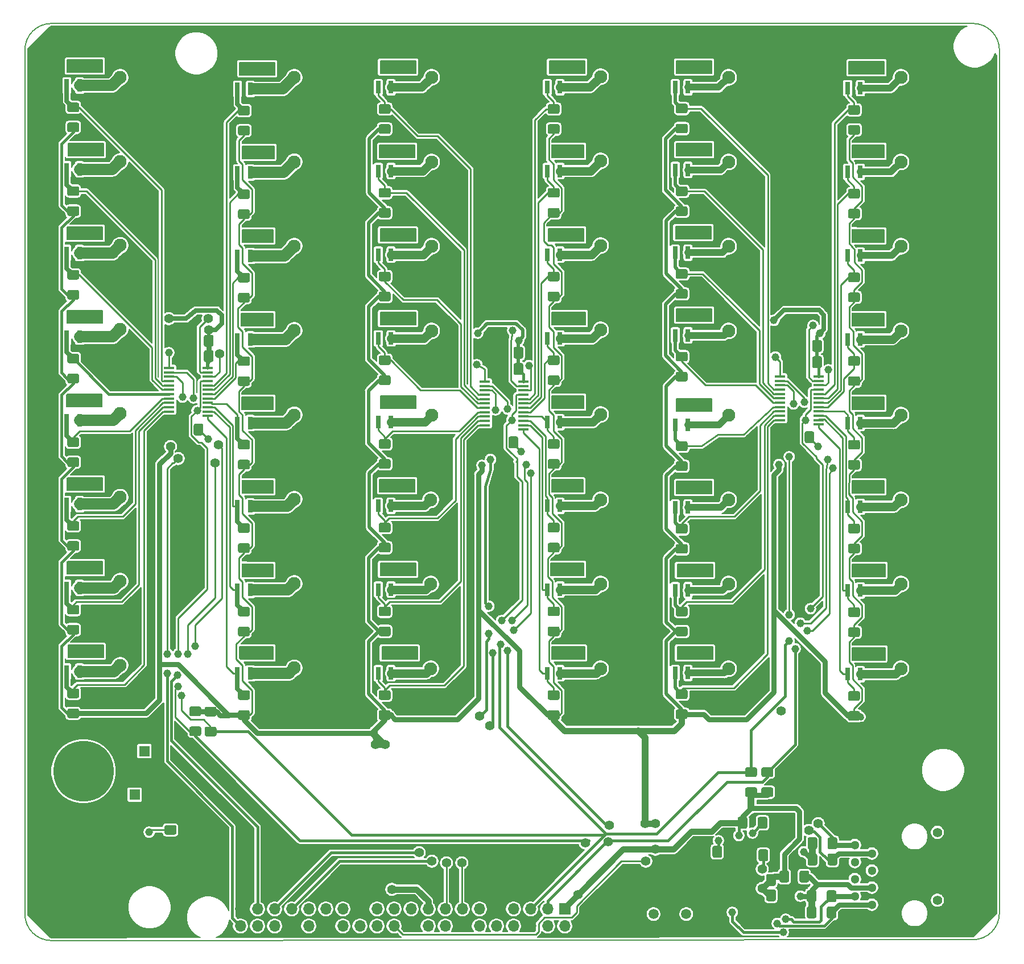
<source format=gbr>
G04 #@! TF.GenerationSoftware,KiCad,Pcbnew,(5.1.6)-1*
G04 #@! TF.CreationDate,2020-08-06T21:08:40-05:00*
G04 #@! TF.ProjectId,atv_hat_hw,6174765f-6861-4745-9f68-772e6b696361,1.0*
G04 #@! TF.SameCoordinates,Original*
G04 #@! TF.FileFunction,Copper,L1,Top*
G04 #@! TF.FilePolarity,Positive*
%FSLAX46Y46*%
G04 Gerber Fmt 4.6, Leading zero omitted, Abs format (unit mm)*
G04 Created by KiCad (PCBNEW (5.1.6)-1) date 2020-08-06 21:08:40*
%MOMM*%
%LPD*%
G01*
G04 APERTURE LIST*
G04 #@! TA.AperFunction,Profile*
%ADD10C,0.150000*%
G04 #@! TD*
G04 #@! TA.AperFunction,SMDPad,CuDef*
%ADD11R,0.800000X1.900000*%
G04 #@! TD*
G04 #@! TA.AperFunction,ComponentPad*
%ADD12C,1.950000*%
G04 #@! TD*
G04 #@! TA.AperFunction,ComponentPad*
%ADD13R,1.950000X1.950000*%
G04 #@! TD*
G04 #@! TA.AperFunction,ComponentPad*
%ADD14C,9.000000*%
G04 #@! TD*
G04 #@! TA.AperFunction,ComponentPad*
%ADD15R,9.000000X9.000000*%
G04 #@! TD*
G04 #@! TA.AperFunction,ComponentPad*
%ADD16R,1.600000X1.600000*%
G04 #@! TD*
G04 #@! TA.AperFunction,ComponentPad*
%ADD17C,1.600000*%
G04 #@! TD*
G04 #@! TA.AperFunction,ComponentPad*
%ADD18O,1.600000X1.600000*%
G04 #@! TD*
G04 #@! TA.AperFunction,ComponentPad*
%ADD19R,1.700000X1.700000*%
G04 #@! TD*
G04 #@! TA.AperFunction,ComponentPad*
%ADD20O,1.700000X1.700000*%
G04 #@! TD*
G04 #@! TA.AperFunction,ComponentPad*
%ADD21C,1.300000*%
G04 #@! TD*
G04 #@! TA.AperFunction,ComponentPad*
%ADD22C,2.184400*%
G04 #@! TD*
G04 #@! TA.AperFunction,ComponentPad*
%ADD23C,1.408000*%
G04 #@! TD*
G04 #@! TA.AperFunction,SMDPad,CuDef*
%ADD24R,1.570000X0.410000*%
G04 #@! TD*
G04 #@! TA.AperFunction,ComponentPad*
%ADD25C,1.500000*%
G04 #@! TD*
G04 #@! TA.AperFunction,ViaPad*
%ADD26C,1.397000*%
G04 #@! TD*
G04 #@! TA.AperFunction,ViaPad*
%ADD27C,1.168400*%
G04 #@! TD*
G04 #@! TA.AperFunction,Conductor*
%ADD28C,0.254000*%
G04 #@! TD*
G04 #@! TA.AperFunction,Conductor*
%ADD29C,0.635000*%
G04 #@! TD*
G04 #@! TA.AperFunction,Conductor*
%ADD30C,0.889000*%
G04 #@! TD*
G04 #@! TA.AperFunction,Conductor*
%ADD31C,0.381000*%
G04 #@! TD*
G04 #@! TA.AperFunction,Conductor*
%ADD32C,0.762000*%
G04 #@! TD*
G04 #@! TA.AperFunction,Conductor*
%ADD33C,0.508000*%
G04 #@! TD*
G04 #@! TA.AperFunction,Conductor*
%ADD34C,1.016000*%
G04 #@! TD*
G04 #@! TA.AperFunction,Conductor*
%ADD35C,1.651000*%
G04 #@! TD*
G04 #@! TA.AperFunction,Conductor*
%ADD36C,1.270000*%
G04 #@! TD*
G04 #@! TA.AperFunction,Conductor*
%ADD37C,0.203200*%
G04 #@! TD*
G04 APERTURE END LIST*
D10*
X194183000Y-25273000D02*
X194183000Y-153797000D01*
X53086000Y-21336000D02*
X190246000Y-21336000D01*
X49149000Y-153924000D02*
X49149000Y-25273000D01*
X190246000Y-157734000D02*
X53086000Y-157861000D01*
X194183000Y-153797000D02*
G75*
G02*
X190246000Y-157734000I-3937000J0D01*
G01*
X190246000Y-21336000D02*
G75*
G02*
X194183000Y-25273000I0J-3937000D01*
G01*
X49149000Y-25273000D02*
G75*
G02*
X53086000Y-21336000I3937000J0D01*
G01*
X53086000Y-157861000D02*
G75*
G02*
X49149000Y-153924000I0J3937000D01*
G01*
G04 #@! TA.AperFunction,SMDPad,CuDef*
G36*
G01*
X55716000Y-110866068D02*
X56966000Y-110866068D01*
G75*
G02*
X57216000Y-111116068I0J-250000D01*
G01*
X57216000Y-112041068D01*
G75*
G02*
X56966000Y-112291068I-250000J0D01*
G01*
X55716000Y-112291068D01*
G75*
G02*
X55466000Y-112041068I0J250000D01*
G01*
X55466000Y-111116068D01*
G75*
G02*
X55716000Y-110866068I250000J0D01*
G01*
G37*
G04 #@! TD.AperFunction*
G04 #@! TA.AperFunction,SMDPad,CuDef*
G36*
G01*
X55716000Y-107891068D02*
X56966000Y-107891068D01*
G75*
G02*
X57216000Y-108141068I0J-250000D01*
G01*
X57216000Y-109066068D01*
G75*
G02*
X56966000Y-109316068I-250000J0D01*
G01*
X55716000Y-109316068D01*
G75*
G02*
X55466000Y-109066068I0J250000D01*
G01*
X55466000Y-108141068D01*
G75*
G02*
X55716000Y-107891068I250000J0D01*
G01*
G37*
G04 #@! TD.AperFunction*
G04 #@! TA.AperFunction,SMDPad,CuDef*
G36*
G01*
X55716000Y-98403136D02*
X56966000Y-98403136D01*
G75*
G02*
X57216000Y-98653136I0J-250000D01*
G01*
X57216000Y-99578136D01*
G75*
G02*
X56966000Y-99828136I-250000J0D01*
G01*
X55716000Y-99828136D01*
G75*
G02*
X55466000Y-99578136I0J250000D01*
G01*
X55466000Y-98653136D01*
G75*
G02*
X55716000Y-98403136I250000J0D01*
G01*
G37*
G04 #@! TD.AperFunction*
G04 #@! TA.AperFunction,SMDPad,CuDef*
G36*
G01*
X55716000Y-95428136D02*
X56966000Y-95428136D01*
G75*
G02*
X57216000Y-95678136I0J-250000D01*
G01*
X57216000Y-96603136D01*
G75*
G02*
X56966000Y-96853136I-250000J0D01*
G01*
X55716000Y-96853136D01*
G75*
G02*
X55466000Y-96603136I0J250000D01*
G01*
X55466000Y-95678136D01*
G75*
G02*
X55716000Y-95428136I250000J0D01*
G01*
G37*
G04 #@! TD.AperFunction*
G04 #@! TA.AperFunction,SMDPad,CuDef*
G36*
G01*
X55716000Y-85940204D02*
X56966000Y-85940204D01*
G75*
G02*
X57216000Y-86190204I0J-250000D01*
G01*
X57216000Y-87115204D01*
G75*
G02*
X56966000Y-87365204I-250000J0D01*
G01*
X55716000Y-87365204D01*
G75*
G02*
X55466000Y-87115204I0J250000D01*
G01*
X55466000Y-86190204D01*
G75*
G02*
X55716000Y-85940204I250000J0D01*
G01*
G37*
G04 #@! TD.AperFunction*
G04 #@! TA.AperFunction,SMDPad,CuDef*
G36*
G01*
X55716000Y-82965204D02*
X56966000Y-82965204D01*
G75*
G02*
X57216000Y-83215204I0J-250000D01*
G01*
X57216000Y-84140204D01*
G75*
G02*
X56966000Y-84390204I-250000J0D01*
G01*
X55716000Y-84390204D01*
G75*
G02*
X55466000Y-84140204I0J250000D01*
G01*
X55466000Y-83215204D01*
G75*
G02*
X55716000Y-82965204I250000J0D01*
G01*
G37*
G04 #@! TD.AperFunction*
G04 #@! TA.AperFunction,SMDPad,CuDef*
G36*
G01*
X55716000Y-73477272D02*
X56966000Y-73477272D01*
G75*
G02*
X57216000Y-73727272I0J-250000D01*
G01*
X57216000Y-74652272D01*
G75*
G02*
X56966000Y-74902272I-250000J0D01*
G01*
X55716000Y-74902272D01*
G75*
G02*
X55466000Y-74652272I0J250000D01*
G01*
X55466000Y-73727272D01*
G75*
G02*
X55716000Y-73477272I250000J0D01*
G01*
G37*
G04 #@! TD.AperFunction*
G04 #@! TA.AperFunction,SMDPad,CuDef*
G36*
G01*
X55716000Y-70502272D02*
X56966000Y-70502272D01*
G75*
G02*
X57216000Y-70752272I0J-250000D01*
G01*
X57216000Y-71677272D01*
G75*
G02*
X56966000Y-71927272I-250000J0D01*
G01*
X55716000Y-71927272D01*
G75*
G02*
X55466000Y-71677272I0J250000D01*
G01*
X55466000Y-70752272D01*
G75*
G02*
X55716000Y-70502272I250000J0D01*
G01*
G37*
G04 #@! TD.AperFunction*
G04 #@! TA.AperFunction,SMDPad,CuDef*
G36*
G01*
X55716000Y-61014340D02*
X56966000Y-61014340D01*
G75*
G02*
X57216000Y-61264340I0J-250000D01*
G01*
X57216000Y-62189340D01*
G75*
G02*
X56966000Y-62439340I-250000J0D01*
G01*
X55716000Y-62439340D01*
G75*
G02*
X55466000Y-62189340I0J250000D01*
G01*
X55466000Y-61264340D01*
G75*
G02*
X55716000Y-61014340I250000J0D01*
G01*
G37*
G04 #@! TD.AperFunction*
G04 #@! TA.AperFunction,SMDPad,CuDef*
G36*
G01*
X55716000Y-58039340D02*
X56966000Y-58039340D01*
G75*
G02*
X57216000Y-58289340I0J-250000D01*
G01*
X57216000Y-59214340D01*
G75*
G02*
X56966000Y-59464340I-250000J0D01*
G01*
X55716000Y-59464340D01*
G75*
G02*
X55466000Y-59214340I0J250000D01*
G01*
X55466000Y-58289340D01*
G75*
G02*
X55716000Y-58039340I250000J0D01*
G01*
G37*
G04 #@! TD.AperFunction*
G04 #@! TA.AperFunction,SMDPad,CuDef*
G36*
G01*
X55716000Y-48551408D02*
X56966000Y-48551408D01*
G75*
G02*
X57216000Y-48801408I0J-250000D01*
G01*
X57216000Y-49726408D01*
G75*
G02*
X56966000Y-49976408I-250000J0D01*
G01*
X55716000Y-49976408D01*
G75*
G02*
X55466000Y-49726408I0J250000D01*
G01*
X55466000Y-48801408D01*
G75*
G02*
X55716000Y-48551408I250000J0D01*
G01*
G37*
G04 #@! TD.AperFunction*
G04 #@! TA.AperFunction,SMDPad,CuDef*
G36*
G01*
X55716000Y-45576408D02*
X56966000Y-45576408D01*
G75*
G02*
X57216000Y-45826408I0J-250000D01*
G01*
X57216000Y-46751408D01*
G75*
G02*
X56966000Y-47001408I-250000J0D01*
G01*
X55716000Y-47001408D01*
G75*
G02*
X55466000Y-46751408I0J250000D01*
G01*
X55466000Y-45826408D01*
G75*
G02*
X55716000Y-45576408I250000J0D01*
G01*
G37*
G04 #@! TD.AperFunction*
G04 #@! TA.AperFunction,SMDPad,CuDef*
G36*
G01*
X55716000Y-36088476D02*
X56966000Y-36088476D01*
G75*
G02*
X57216000Y-36338476I0J-250000D01*
G01*
X57216000Y-37263476D01*
G75*
G02*
X56966000Y-37513476I-250000J0D01*
G01*
X55716000Y-37513476D01*
G75*
G02*
X55466000Y-37263476I0J250000D01*
G01*
X55466000Y-36338476D01*
G75*
G02*
X55716000Y-36088476I250000J0D01*
G01*
G37*
G04 #@! TD.AperFunction*
G04 #@! TA.AperFunction,SMDPad,CuDef*
G36*
G01*
X55716000Y-33113476D02*
X56966000Y-33113476D01*
G75*
G02*
X57216000Y-33363476I0J-250000D01*
G01*
X57216000Y-34288476D01*
G75*
G02*
X56966000Y-34538476I-250000J0D01*
G01*
X55716000Y-34538476D01*
G75*
G02*
X55466000Y-34288476I0J250000D01*
G01*
X55466000Y-33363476D01*
G75*
G02*
X55716000Y-33113476I250000J0D01*
G01*
G37*
G04 #@! TD.AperFunction*
G04 #@! TA.AperFunction,SMDPad,CuDef*
G36*
G01*
X81116000Y-123583000D02*
X82366000Y-123583000D01*
G75*
G02*
X82616000Y-123833000I0J-250000D01*
G01*
X82616000Y-124758000D01*
G75*
G02*
X82366000Y-125008000I-250000J0D01*
G01*
X81116000Y-125008000D01*
G75*
G02*
X80866000Y-124758000I0J250000D01*
G01*
X80866000Y-123833000D01*
G75*
G02*
X81116000Y-123583000I250000J0D01*
G01*
G37*
G04 #@! TD.AperFunction*
G04 #@! TA.AperFunction,SMDPad,CuDef*
G36*
G01*
X81116000Y-120608000D02*
X82366000Y-120608000D01*
G75*
G02*
X82616000Y-120858000I0J-250000D01*
G01*
X82616000Y-121783000D01*
G75*
G02*
X82366000Y-122033000I-250000J0D01*
G01*
X81116000Y-122033000D01*
G75*
G02*
X80866000Y-121783000I0J250000D01*
G01*
X80866000Y-120858000D01*
G75*
G02*
X81116000Y-120608000I250000J0D01*
G01*
G37*
G04 #@! TD.AperFunction*
G04 #@! TA.AperFunction,SMDPad,CuDef*
G36*
G01*
X81116000Y-111153934D02*
X82366000Y-111153934D01*
G75*
G02*
X82616000Y-111403934I0J-250000D01*
G01*
X82616000Y-112328934D01*
G75*
G02*
X82366000Y-112578934I-250000J0D01*
G01*
X81116000Y-112578934D01*
G75*
G02*
X80866000Y-112328934I0J250000D01*
G01*
X80866000Y-111403934D01*
G75*
G02*
X81116000Y-111153934I250000J0D01*
G01*
G37*
G04 #@! TD.AperFunction*
G04 #@! TA.AperFunction,SMDPad,CuDef*
G36*
G01*
X81116000Y-108178934D02*
X82366000Y-108178934D01*
G75*
G02*
X82616000Y-108428934I0J-250000D01*
G01*
X82616000Y-109353934D01*
G75*
G02*
X82366000Y-109603934I-250000J0D01*
G01*
X81116000Y-109603934D01*
G75*
G02*
X80866000Y-109353934I0J250000D01*
G01*
X80866000Y-108428934D01*
G75*
G02*
X81116000Y-108178934I250000J0D01*
G01*
G37*
G04 #@! TD.AperFunction*
G04 #@! TA.AperFunction,SMDPad,CuDef*
G36*
G01*
X81116000Y-36579538D02*
X82366000Y-36579538D01*
G75*
G02*
X82616000Y-36829538I0J-250000D01*
G01*
X82616000Y-37754538D01*
G75*
G02*
X82366000Y-38004538I-250000J0D01*
G01*
X81116000Y-38004538D01*
G75*
G02*
X80866000Y-37754538I0J250000D01*
G01*
X80866000Y-36829538D01*
G75*
G02*
X81116000Y-36579538I250000J0D01*
G01*
G37*
G04 #@! TD.AperFunction*
G04 #@! TA.AperFunction,SMDPad,CuDef*
G36*
G01*
X81116000Y-33604538D02*
X82366000Y-33604538D01*
G75*
G02*
X82616000Y-33854538I0J-250000D01*
G01*
X82616000Y-34779538D01*
G75*
G02*
X82366000Y-35029538I-250000J0D01*
G01*
X81116000Y-35029538D01*
G75*
G02*
X80866000Y-34779538I0J250000D01*
G01*
X80866000Y-33854538D01*
G75*
G02*
X81116000Y-33604538I250000J0D01*
G01*
G37*
G04 #@! TD.AperFunction*
G04 #@! TA.AperFunction,SMDPad,CuDef*
G36*
G01*
X81116000Y-49008604D02*
X82366000Y-49008604D01*
G75*
G02*
X82616000Y-49258604I0J-250000D01*
G01*
X82616000Y-50183604D01*
G75*
G02*
X82366000Y-50433604I-250000J0D01*
G01*
X81116000Y-50433604D01*
G75*
G02*
X80866000Y-50183604I0J250000D01*
G01*
X80866000Y-49258604D01*
G75*
G02*
X81116000Y-49008604I250000J0D01*
G01*
G37*
G04 #@! TD.AperFunction*
G04 #@! TA.AperFunction,SMDPad,CuDef*
G36*
G01*
X81116000Y-46033604D02*
X82366000Y-46033604D01*
G75*
G02*
X82616000Y-46283604I0J-250000D01*
G01*
X82616000Y-47208604D01*
G75*
G02*
X82366000Y-47458604I-250000J0D01*
G01*
X81116000Y-47458604D01*
G75*
G02*
X80866000Y-47208604I0J250000D01*
G01*
X80866000Y-46283604D01*
G75*
G02*
X81116000Y-46033604I250000J0D01*
G01*
G37*
G04 #@! TD.AperFunction*
G04 #@! TA.AperFunction,SMDPad,CuDef*
G36*
G01*
X102071000Y-123583000D02*
X103321000Y-123583000D01*
G75*
G02*
X103571000Y-123833000I0J-250000D01*
G01*
X103571000Y-124758000D01*
G75*
G02*
X103321000Y-125008000I-250000J0D01*
G01*
X102071000Y-125008000D01*
G75*
G02*
X101821000Y-124758000I0J250000D01*
G01*
X101821000Y-123833000D01*
G75*
G02*
X102071000Y-123583000I250000J0D01*
G01*
G37*
G04 #@! TD.AperFunction*
G04 #@! TA.AperFunction,SMDPad,CuDef*
G36*
G01*
X102071000Y-120608000D02*
X103321000Y-120608000D01*
G75*
G02*
X103571000Y-120858000I0J-250000D01*
G01*
X103571000Y-121783000D01*
G75*
G02*
X103321000Y-122033000I-250000J0D01*
G01*
X102071000Y-122033000D01*
G75*
G02*
X101821000Y-121783000I0J250000D01*
G01*
X101821000Y-120858000D01*
G75*
G02*
X102071000Y-120608000I250000J0D01*
G01*
G37*
G04 #@! TD.AperFunction*
G04 #@! TA.AperFunction,SMDPad,CuDef*
G36*
G01*
X102071000Y-111120068D02*
X103321000Y-111120068D01*
G75*
G02*
X103571000Y-111370068I0J-250000D01*
G01*
X103571000Y-112295068D01*
G75*
G02*
X103321000Y-112545068I-250000J0D01*
G01*
X102071000Y-112545068D01*
G75*
G02*
X101821000Y-112295068I0J250000D01*
G01*
X101821000Y-111370068D01*
G75*
G02*
X102071000Y-111120068I250000J0D01*
G01*
G37*
G04 #@! TD.AperFunction*
G04 #@! TA.AperFunction,SMDPad,CuDef*
G36*
G01*
X102071000Y-108145068D02*
X103321000Y-108145068D01*
G75*
G02*
X103571000Y-108395068I0J-250000D01*
G01*
X103571000Y-109320068D01*
G75*
G02*
X103321000Y-109570068I-250000J0D01*
G01*
X102071000Y-109570068D01*
G75*
G02*
X101821000Y-109320068I0J250000D01*
G01*
X101821000Y-108395068D01*
G75*
G02*
X102071000Y-108145068I250000J0D01*
G01*
G37*
G04 #@! TD.AperFunction*
G04 #@! TA.AperFunction,SMDPad,CuDef*
G36*
G01*
X102071000Y-86194204D02*
X103321000Y-86194204D01*
G75*
G02*
X103571000Y-86444204I0J-250000D01*
G01*
X103571000Y-87369204D01*
G75*
G02*
X103321000Y-87619204I-250000J0D01*
G01*
X102071000Y-87619204D01*
G75*
G02*
X101821000Y-87369204I0J250000D01*
G01*
X101821000Y-86444204D01*
G75*
G02*
X102071000Y-86194204I250000J0D01*
G01*
G37*
G04 #@! TD.AperFunction*
G04 #@! TA.AperFunction,SMDPad,CuDef*
G36*
G01*
X102071000Y-83219204D02*
X103321000Y-83219204D01*
G75*
G02*
X103571000Y-83469204I0J-250000D01*
G01*
X103571000Y-84394204D01*
G75*
G02*
X103321000Y-84644204I-250000J0D01*
G01*
X102071000Y-84644204D01*
G75*
G02*
X101821000Y-84394204I0J250000D01*
G01*
X101821000Y-83469204D01*
G75*
G02*
X102071000Y-83219204I250000J0D01*
G01*
G37*
G04 #@! TD.AperFunction*
G04 #@! TA.AperFunction,SMDPad,CuDef*
G36*
G01*
X81116000Y-98724868D02*
X82366000Y-98724868D01*
G75*
G02*
X82616000Y-98974868I0J-250000D01*
G01*
X82616000Y-99899868D01*
G75*
G02*
X82366000Y-100149868I-250000J0D01*
G01*
X81116000Y-100149868D01*
G75*
G02*
X80866000Y-99899868I0J250000D01*
G01*
X80866000Y-98974868D01*
G75*
G02*
X81116000Y-98724868I250000J0D01*
G01*
G37*
G04 #@! TD.AperFunction*
G04 #@! TA.AperFunction,SMDPad,CuDef*
G36*
G01*
X81116000Y-95749868D02*
X82366000Y-95749868D01*
G75*
G02*
X82616000Y-95999868I0J-250000D01*
G01*
X82616000Y-96924868D01*
G75*
G02*
X82366000Y-97174868I-250000J0D01*
G01*
X81116000Y-97174868D01*
G75*
G02*
X80866000Y-96924868I0J250000D01*
G01*
X80866000Y-95999868D01*
G75*
G02*
X81116000Y-95749868I250000J0D01*
G01*
G37*
G04 #@! TD.AperFunction*
G04 #@! TA.AperFunction,SMDPad,CuDef*
G36*
G01*
X81116000Y-86295802D02*
X82366000Y-86295802D01*
G75*
G02*
X82616000Y-86545802I0J-250000D01*
G01*
X82616000Y-87470802D01*
G75*
G02*
X82366000Y-87720802I-250000J0D01*
G01*
X81116000Y-87720802D01*
G75*
G02*
X80866000Y-87470802I0J250000D01*
G01*
X80866000Y-86545802D01*
G75*
G02*
X81116000Y-86295802I250000J0D01*
G01*
G37*
G04 #@! TD.AperFunction*
G04 #@! TA.AperFunction,SMDPad,CuDef*
G36*
G01*
X81116000Y-83320802D02*
X82366000Y-83320802D01*
G75*
G02*
X82616000Y-83570802I0J-250000D01*
G01*
X82616000Y-84495802D01*
G75*
G02*
X82366000Y-84745802I-250000J0D01*
G01*
X81116000Y-84745802D01*
G75*
G02*
X80866000Y-84495802I0J250000D01*
G01*
X80866000Y-83570802D01*
G75*
G02*
X81116000Y-83320802I250000J0D01*
G01*
G37*
G04 #@! TD.AperFunction*
G04 #@! TA.AperFunction,SMDPad,CuDef*
G36*
G01*
X81116000Y-61437670D02*
X82366000Y-61437670D01*
G75*
G02*
X82616000Y-61687670I0J-250000D01*
G01*
X82616000Y-62612670D01*
G75*
G02*
X82366000Y-62862670I-250000J0D01*
G01*
X81116000Y-62862670D01*
G75*
G02*
X80866000Y-62612670I0J250000D01*
G01*
X80866000Y-61687670D01*
G75*
G02*
X81116000Y-61437670I250000J0D01*
G01*
G37*
G04 #@! TD.AperFunction*
G04 #@! TA.AperFunction,SMDPad,CuDef*
G36*
G01*
X81116000Y-58462670D02*
X82366000Y-58462670D01*
G75*
G02*
X82616000Y-58712670I0J-250000D01*
G01*
X82616000Y-59637670D01*
G75*
G02*
X82366000Y-59887670I-250000J0D01*
G01*
X81116000Y-59887670D01*
G75*
G02*
X80866000Y-59637670I0J250000D01*
G01*
X80866000Y-58712670D01*
G75*
G02*
X81116000Y-58462670I250000J0D01*
G01*
G37*
G04 #@! TD.AperFunction*
G04 #@! TA.AperFunction,SMDPad,CuDef*
G36*
G01*
X102071000Y-98657136D02*
X103321000Y-98657136D01*
G75*
G02*
X103571000Y-98907136I0J-250000D01*
G01*
X103571000Y-99832136D01*
G75*
G02*
X103321000Y-100082136I-250000J0D01*
G01*
X102071000Y-100082136D01*
G75*
G02*
X101821000Y-99832136I0J250000D01*
G01*
X101821000Y-98907136D01*
G75*
G02*
X102071000Y-98657136I250000J0D01*
G01*
G37*
G04 #@! TD.AperFunction*
G04 #@! TA.AperFunction,SMDPad,CuDef*
G36*
G01*
X102071000Y-95682136D02*
X103321000Y-95682136D01*
G75*
G02*
X103571000Y-95932136I0J-250000D01*
G01*
X103571000Y-96857136D01*
G75*
G02*
X103321000Y-97107136I-250000J0D01*
G01*
X102071000Y-97107136D01*
G75*
G02*
X101821000Y-96857136I0J250000D01*
G01*
X101821000Y-95932136D01*
G75*
G02*
X102071000Y-95682136I250000J0D01*
G01*
G37*
G04 #@! TD.AperFunction*
G04 #@! TA.AperFunction,SMDPad,CuDef*
G36*
G01*
X81116000Y-73866736D02*
X82366000Y-73866736D01*
G75*
G02*
X82616000Y-74116736I0J-250000D01*
G01*
X82616000Y-75041736D01*
G75*
G02*
X82366000Y-75291736I-250000J0D01*
G01*
X81116000Y-75291736D01*
G75*
G02*
X80866000Y-75041736I0J250000D01*
G01*
X80866000Y-74116736D01*
G75*
G02*
X81116000Y-73866736I250000J0D01*
G01*
G37*
G04 #@! TD.AperFunction*
G04 #@! TA.AperFunction,SMDPad,CuDef*
G36*
G01*
X81116000Y-70891736D02*
X82366000Y-70891736D01*
G75*
G02*
X82616000Y-71141736I0J-250000D01*
G01*
X82616000Y-72066736D01*
G75*
G02*
X82366000Y-72316736I-250000J0D01*
G01*
X81116000Y-72316736D01*
G75*
G02*
X80866000Y-72066736I0J250000D01*
G01*
X80866000Y-71141736D01*
G75*
G02*
X81116000Y-70891736I250000J0D01*
G01*
G37*
G04 #@! TD.AperFunction*
G04 #@! TA.AperFunction,SMDPad,CuDef*
G36*
G01*
X102071000Y-73731272D02*
X103321000Y-73731272D01*
G75*
G02*
X103571000Y-73981272I0J-250000D01*
G01*
X103571000Y-74906272D01*
G75*
G02*
X103321000Y-75156272I-250000J0D01*
G01*
X102071000Y-75156272D01*
G75*
G02*
X101821000Y-74906272I0J250000D01*
G01*
X101821000Y-73981272D01*
G75*
G02*
X102071000Y-73731272I250000J0D01*
G01*
G37*
G04 #@! TD.AperFunction*
G04 #@! TA.AperFunction,SMDPad,CuDef*
G36*
G01*
X102071000Y-70756272D02*
X103321000Y-70756272D01*
G75*
G02*
X103571000Y-71006272I0J-250000D01*
G01*
X103571000Y-71931272D01*
G75*
G02*
X103321000Y-72181272I-250000J0D01*
G01*
X102071000Y-72181272D01*
G75*
G02*
X101821000Y-71931272I0J250000D01*
G01*
X101821000Y-71006272D01*
G75*
G02*
X102071000Y-70756272I250000J0D01*
G01*
G37*
G04 #@! TD.AperFunction*
G04 #@! TA.AperFunction,SMDPad,CuDef*
G36*
G01*
X102071000Y-61268340D02*
X103321000Y-61268340D01*
G75*
G02*
X103571000Y-61518340I0J-250000D01*
G01*
X103571000Y-62443340D01*
G75*
G02*
X103321000Y-62693340I-250000J0D01*
G01*
X102071000Y-62693340D01*
G75*
G02*
X101821000Y-62443340I0J250000D01*
G01*
X101821000Y-61518340D01*
G75*
G02*
X102071000Y-61268340I250000J0D01*
G01*
G37*
G04 #@! TD.AperFunction*
G04 #@! TA.AperFunction,SMDPad,CuDef*
G36*
G01*
X102071000Y-58293340D02*
X103321000Y-58293340D01*
G75*
G02*
X103571000Y-58543340I0J-250000D01*
G01*
X103571000Y-59468340D01*
G75*
G02*
X103321000Y-59718340I-250000J0D01*
G01*
X102071000Y-59718340D01*
G75*
G02*
X101821000Y-59468340I0J250000D01*
G01*
X101821000Y-58543340D01*
G75*
G02*
X102071000Y-58293340I250000J0D01*
G01*
G37*
G04 #@! TD.AperFunction*
G04 #@! TA.AperFunction,SMDPad,CuDef*
G36*
G01*
X102071000Y-48805408D02*
X103321000Y-48805408D01*
G75*
G02*
X103571000Y-49055408I0J-250000D01*
G01*
X103571000Y-49980408D01*
G75*
G02*
X103321000Y-50230408I-250000J0D01*
G01*
X102071000Y-50230408D01*
G75*
G02*
X101821000Y-49980408I0J250000D01*
G01*
X101821000Y-49055408D01*
G75*
G02*
X102071000Y-48805408I250000J0D01*
G01*
G37*
G04 #@! TD.AperFunction*
G04 #@! TA.AperFunction,SMDPad,CuDef*
G36*
G01*
X102071000Y-45830408D02*
X103321000Y-45830408D01*
G75*
G02*
X103571000Y-46080408I0J-250000D01*
G01*
X103571000Y-47005408D01*
G75*
G02*
X103321000Y-47255408I-250000J0D01*
G01*
X102071000Y-47255408D01*
G75*
G02*
X101821000Y-47005408I0J250000D01*
G01*
X101821000Y-46080408D01*
G75*
G02*
X102071000Y-45830408I250000J0D01*
G01*
G37*
G04 #@! TD.AperFunction*
G04 #@! TA.AperFunction,SMDPad,CuDef*
G36*
G01*
X102071000Y-36342476D02*
X103321000Y-36342476D01*
G75*
G02*
X103571000Y-36592476I0J-250000D01*
G01*
X103571000Y-37517476D01*
G75*
G02*
X103321000Y-37767476I-250000J0D01*
G01*
X102071000Y-37767476D01*
G75*
G02*
X101821000Y-37517476I0J250000D01*
G01*
X101821000Y-36592476D01*
G75*
G02*
X102071000Y-36342476I250000J0D01*
G01*
G37*
G04 #@! TD.AperFunction*
G04 #@! TA.AperFunction,SMDPad,CuDef*
G36*
G01*
X102071000Y-33367476D02*
X103321000Y-33367476D01*
G75*
G02*
X103571000Y-33617476I0J-250000D01*
G01*
X103571000Y-34542476D01*
G75*
G02*
X103321000Y-34792476I-250000J0D01*
G01*
X102071000Y-34792476D01*
G75*
G02*
X101821000Y-34542476I0J250000D01*
G01*
X101821000Y-33617476D01*
G75*
G02*
X102071000Y-33367476I250000J0D01*
G01*
G37*
G04 #@! TD.AperFunction*
G04 #@! TA.AperFunction,SMDPad,CuDef*
G36*
G01*
X127217000Y-123583000D02*
X128467000Y-123583000D01*
G75*
G02*
X128717000Y-123833000I0J-250000D01*
G01*
X128717000Y-124758000D01*
G75*
G02*
X128467000Y-125008000I-250000J0D01*
G01*
X127217000Y-125008000D01*
G75*
G02*
X126967000Y-124758000I0J250000D01*
G01*
X126967000Y-123833000D01*
G75*
G02*
X127217000Y-123583000I250000J0D01*
G01*
G37*
G04 #@! TD.AperFunction*
G04 #@! TA.AperFunction,SMDPad,CuDef*
G36*
G01*
X127217000Y-120608000D02*
X128467000Y-120608000D01*
G75*
G02*
X128717000Y-120858000I0J-250000D01*
G01*
X128717000Y-121783000D01*
G75*
G02*
X128467000Y-122033000I-250000J0D01*
G01*
X127217000Y-122033000D01*
G75*
G02*
X126967000Y-121783000I0J250000D01*
G01*
X126967000Y-120858000D01*
G75*
G02*
X127217000Y-120608000I250000J0D01*
G01*
G37*
G04 #@! TD.AperFunction*
G04 #@! TA.AperFunction,SMDPad,CuDef*
G36*
G01*
X127217000Y-111120068D02*
X128467000Y-111120068D01*
G75*
G02*
X128717000Y-111370068I0J-250000D01*
G01*
X128717000Y-112295068D01*
G75*
G02*
X128467000Y-112545068I-250000J0D01*
G01*
X127217000Y-112545068D01*
G75*
G02*
X126967000Y-112295068I0J250000D01*
G01*
X126967000Y-111370068D01*
G75*
G02*
X127217000Y-111120068I250000J0D01*
G01*
G37*
G04 #@! TD.AperFunction*
G04 #@! TA.AperFunction,SMDPad,CuDef*
G36*
G01*
X127217000Y-108145068D02*
X128467000Y-108145068D01*
G75*
G02*
X128717000Y-108395068I0J-250000D01*
G01*
X128717000Y-109320068D01*
G75*
G02*
X128467000Y-109570068I-250000J0D01*
G01*
X127217000Y-109570068D01*
G75*
G02*
X126967000Y-109320068I0J250000D01*
G01*
X126967000Y-108395068D01*
G75*
G02*
X127217000Y-108145068I250000J0D01*
G01*
G37*
G04 #@! TD.AperFunction*
G04 #@! TA.AperFunction,SMDPad,CuDef*
G36*
G01*
X127217000Y-98657136D02*
X128467000Y-98657136D01*
G75*
G02*
X128717000Y-98907136I0J-250000D01*
G01*
X128717000Y-99832136D01*
G75*
G02*
X128467000Y-100082136I-250000J0D01*
G01*
X127217000Y-100082136D01*
G75*
G02*
X126967000Y-99832136I0J250000D01*
G01*
X126967000Y-98907136D01*
G75*
G02*
X127217000Y-98657136I250000J0D01*
G01*
G37*
G04 #@! TD.AperFunction*
G04 #@! TA.AperFunction,SMDPad,CuDef*
G36*
G01*
X127217000Y-95682136D02*
X128467000Y-95682136D01*
G75*
G02*
X128717000Y-95932136I0J-250000D01*
G01*
X128717000Y-96857136D01*
G75*
G02*
X128467000Y-97107136I-250000J0D01*
G01*
X127217000Y-97107136D01*
G75*
G02*
X126967000Y-96857136I0J250000D01*
G01*
X126967000Y-95932136D01*
G75*
G02*
X127217000Y-95682136I250000J0D01*
G01*
G37*
G04 #@! TD.AperFunction*
G04 #@! TA.AperFunction,SMDPad,CuDef*
G36*
G01*
X127217000Y-86194204D02*
X128467000Y-86194204D01*
G75*
G02*
X128717000Y-86444204I0J-250000D01*
G01*
X128717000Y-87369204D01*
G75*
G02*
X128467000Y-87619204I-250000J0D01*
G01*
X127217000Y-87619204D01*
G75*
G02*
X126967000Y-87369204I0J250000D01*
G01*
X126967000Y-86444204D01*
G75*
G02*
X127217000Y-86194204I250000J0D01*
G01*
G37*
G04 #@! TD.AperFunction*
G04 #@! TA.AperFunction,SMDPad,CuDef*
G36*
G01*
X127217000Y-83219204D02*
X128467000Y-83219204D01*
G75*
G02*
X128717000Y-83469204I0J-250000D01*
G01*
X128717000Y-84394204D01*
G75*
G02*
X128467000Y-84644204I-250000J0D01*
G01*
X127217000Y-84644204D01*
G75*
G02*
X126967000Y-84394204I0J250000D01*
G01*
X126967000Y-83469204D01*
G75*
G02*
X127217000Y-83219204I250000J0D01*
G01*
G37*
G04 #@! TD.AperFunction*
G04 #@! TA.AperFunction,SMDPad,CuDef*
G36*
G01*
X127217000Y-73731272D02*
X128467000Y-73731272D01*
G75*
G02*
X128717000Y-73981272I0J-250000D01*
G01*
X128717000Y-74906272D01*
G75*
G02*
X128467000Y-75156272I-250000J0D01*
G01*
X127217000Y-75156272D01*
G75*
G02*
X126967000Y-74906272I0J250000D01*
G01*
X126967000Y-73981272D01*
G75*
G02*
X127217000Y-73731272I250000J0D01*
G01*
G37*
G04 #@! TD.AperFunction*
G04 #@! TA.AperFunction,SMDPad,CuDef*
G36*
G01*
X127217000Y-70756272D02*
X128467000Y-70756272D01*
G75*
G02*
X128717000Y-71006272I0J-250000D01*
G01*
X128717000Y-71931272D01*
G75*
G02*
X128467000Y-72181272I-250000J0D01*
G01*
X127217000Y-72181272D01*
G75*
G02*
X126967000Y-71931272I0J250000D01*
G01*
X126967000Y-71006272D01*
G75*
G02*
X127217000Y-70756272I250000J0D01*
G01*
G37*
G04 #@! TD.AperFunction*
G04 #@! TA.AperFunction,SMDPad,CuDef*
G36*
G01*
X127217000Y-61268340D02*
X128467000Y-61268340D01*
G75*
G02*
X128717000Y-61518340I0J-250000D01*
G01*
X128717000Y-62443340D01*
G75*
G02*
X128467000Y-62693340I-250000J0D01*
G01*
X127217000Y-62693340D01*
G75*
G02*
X126967000Y-62443340I0J250000D01*
G01*
X126967000Y-61518340D01*
G75*
G02*
X127217000Y-61268340I250000J0D01*
G01*
G37*
G04 #@! TD.AperFunction*
G04 #@! TA.AperFunction,SMDPad,CuDef*
G36*
G01*
X127217000Y-58293340D02*
X128467000Y-58293340D01*
G75*
G02*
X128717000Y-58543340I0J-250000D01*
G01*
X128717000Y-59468340D01*
G75*
G02*
X128467000Y-59718340I-250000J0D01*
G01*
X127217000Y-59718340D01*
G75*
G02*
X126967000Y-59468340I0J250000D01*
G01*
X126967000Y-58543340D01*
G75*
G02*
X127217000Y-58293340I250000J0D01*
G01*
G37*
G04 #@! TD.AperFunction*
G04 #@! TA.AperFunction,SMDPad,CuDef*
G36*
G01*
X146267000Y-86524404D02*
X147517000Y-86524404D01*
G75*
G02*
X147767000Y-86774404I0J-250000D01*
G01*
X147767000Y-87699404D01*
G75*
G02*
X147517000Y-87949404I-250000J0D01*
G01*
X146267000Y-87949404D01*
G75*
G02*
X146017000Y-87699404I0J250000D01*
G01*
X146017000Y-86774404D01*
G75*
G02*
X146267000Y-86524404I250000J0D01*
G01*
G37*
G04 #@! TD.AperFunction*
G04 #@! TA.AperFunction,SMDPad,CuDef*
G36*
G01*
X146267000Y-83549404D02*
X147517000Y-83549404D01*
G75*
G02*
X147767000Y-83799404I0J-250000D01*
G01*
X147767000Y-84724404D01*
G75*
G02*
X147517000Y-84974404I-250000J0D01*
G01*
X146267000Y-84974404D01*
G75*
G02*
X146017000Y-84724404I0J250000D01*
G01*
X146017000Y-83799404D01*
G75*
G02*
X146267000Y-83549404I250000J0D01*
G01*
G37*
G04 #@! TD.AperFunction*
G04 #@! TA.AperFunction,SMDPad,CuDef*
G36*
G01*
X146267000Y-98834936D02*
X147517000Y-98834936D01*
G75*
G02*
X147767000Y-99084936I0J-250000D01*
G01*
X147767000Y-100009936D01*
G75*
G02*
X147517000Y-100259936I-250000J0D01*
G01*
X146267000Y-100259936D01*
G75*
G02*
X146017000Y-100009936I0J250000D01*
G01*
X146017000Y-99084936D01*
G75*
G02*
X146267000Y-98834936I250000J0D01*
G01*
G37*
G04 #@! TD.AperFunction*
G04 #@! TA.AperFunction,SMDPad,CuDef*
G36*
G01*
X146267000Y-95859936D02*
X147517000Y-95859936D01*
G75*
G02*
X147767000Y-96109936I0J-250000D01*
G01*
X147767000Y-97034936D01*
G75*
G02*
X147517000Y-97284936I-250000J0D01*
G01*
X146267000Y-97284936D01*
G75*
G02*
X146017000Y-97034936I0J250000D01*
G01*
X146017000Y-96109936D01*
G75*
G02*
X146267000Y-95859936I250000J0D01*
G01*
G37*
G04 #@! TD.AperFunction*
G04 #@! TA.AperFunction,SMDPad,CuDef*
G36*
G01*
X146267000Y-73197872D02*
X147517000Y-73197872D01*
G75*
G02*
X147767000Y-73447872I0J-250000D01*
G01*
X147767000Y-74372872D01*
G75*
G02*
X147517000Y-74622872I-250000J0D01*
G01*
X146267000Y-74622872D01*
G75*
G02*
X146017000Y-74372872I0J250000D01*
G01*
X146017000Y-73447872D01*
G75*
G02*
X146267000Y-73197872I250000J0D01*
G01*
G37*
G04 #@! TD.AperFunction*
G04 #@! TA.AperFunction,SMDPad,CuDef*
G36*
G01*
X146267000Y-70222872D02*
X147517000Y-70222872D01*
G75*
G02*
X147767000Y-70472872I0J-250000D01*
G01*
X147767000Y-71397872D01*
G75*
G02*
X147517000Y-71647872I-250000J0D01*
G01*
X146267000Y-71647872D01*
G75*
G02*
X146017000Y-71397872I0J250000D01*
G01*
X146017000Y-70472872D01*
G75*
G02*
X146267000Y-70222872I250000J0D01*
G01*
G37*
G04 #@! TD.AperFunction*
G04 #@! TA.AperFunction,SMDPad,CuDef*
G36*
G01*
X146267000Y-60887340D02*
X147517000Y-60887340D01*
G75*
G02*
X147767000Y-61137340I0J-250000D01*
G01*
X147767000Y-62062340D01*
G75*
G02*
X147517000Y-62312340I-250000J0D01*
G01*
X146267000Y-62312340D01*
G75*
G02*
X146017000Y-62062340I0J250000D01*
G01*
X146017000Y-61137340D01*
G75*
G02*
X146267000Y-60887340I250000J0D01*
G01*
G37*
G04 #@! TD.AperFunction*
G04 #@! TA.AperFunction,SMDPad,CuDef*
G36*
G01*
X146267000Y-57912340D02*
X147517000Y-57912340D01*
G75*
G02*
X147767000Y-58162340I0J-250000D01*
G01*
X147767000Y-59087340D01*
G75*
G02*
X147517000Y-59337340I-250000J0D01*
G01*
X146267000Y-59337340D01*
G75*
G02*
X146017000Y-59087340I0J250000D01*
G01*
X146017000Y-58162340D01*
G75*
G02*
X146267000Y-57912340I250000J0D01*
G01*
G37*
G04 #@! TD.AperFunction*
G04 #@! TA.AperFunction,SMDPad,CuDef*
G36*
G01*
X146267000Y-36266276D02*
X147517000Y-36266276D01*
G75*
G02*
X147767000Y-36516276I0J-250000D01*
G01*
X147767000Y-37441276D01*
G75*
G02*
X147517000Y-37691276I-250000J0D01*
G01*
X146267000Y-37691276D01*
G75*
G02*
X146017000Y-37441276I0J250000D01*
G01*
X146017000Y-36516276D01*
G75*
G02*
X146267000Y-36266276I250000J0D01*
G01*
G37*
G04 #@! TD.AperFunction*
G04 #@! TA.AperFunction,SMDPad,CuDef*
G36*
G01*
X146267000Y-33291276D02*
X147517000Y-33291276D01*
G75*
G02*
X147767000Y-33541276I0J-250000D01*
G01*
X147767000Y-34466276D01*
G75*
G02*
X147517000Y-34716276I-250000J0D01*
G01*
X146267000Y-34716276D01*
G75*
G02*
X146017000Y-34466276I0J250000D01*
G01*
X146017000Y-33541276D01*
G75*
G02*
X146267000Y-33291276I250000J0D01*
G01*
G37*
G04 #@! TD.AperFunction*
G04 #@! TA.AperFunction,SMDPad,CuDef*
G36*
G01*
X127217000Y-48805408D02*
X128467000Y-48805408D01*
G75*
G02*
X128717000Y-49055408I0J-250000D01*
G01*
X128717000Y-49980408D01*
G75*
G02*
X128467000Y-50230408I-250000J0D01*
G01*
X127217000Y-50230408D01*
G75*
G02*
X126967000Y-49980408I0J250000D01*
G01*
X126967000Y-49055408D01*
G75*
G02*
X127217000Y-48805408I250000J0D01*
G01*
G37*
G04 #@! TD.AperFunction*
G04 #@! TA.AperFunction,SMDPad,CuDef*
G36*
G01*
X127217000Y-45830408D02*
X128467000Y-45830408D01*
G75*
G02*
X128717000Y-46080408I0J-250000D01*
G01*
X128717000Y-47005408D01*
G75*
G02*
X128467000Y-47255408I-250000J0D01*
G01*
X127217000Y-47255408D01*
G75*
G02*
X126967000Y-47005408I0J250000D01*
G01*
X126967000Y-46080408D01*
G75*
G02*
X127217000Y-45830408I250000J0D01*
G01*
G37*
G04 #@! TD.AperFunction*
G04 #@! TA.AperFunction,SMDPad,CuDef*
G36*
G01*
X127217000Y-36342476D02*
X128467000Y-36342476D01*
G75*
G02*
X128717000Y-36592476I0J-250000D01*
G01*
X128717000Y-37517476D01*
G75*
G02*
X128467000Y-37767476I-250000J0D01*
G01*
X127217000Y-37767476D01*
G75*
G02*
X126967000Y-37517476I0J250000D01*
G01*
X126967000Y-36592476D01*
G75*
G02*
X127217000Y-36342476I250000J0D01*
G01*
G37*
G04 #@! TD.AperFunction*
G04 #@! TA.AperFunction,SMDPad,CuDef*
G36*
G01*
X127217000Y-33367476D02*
X128467000Y-33367476D01*
G75*
G02*
X128717000Y-33617476I0J-250000D01*
G01*
X128717000Y-34542476D01*
G75*
G02*
X128467000Y-34792476I-250000J0D01*
G01*
X127217000Y-34792476D01*
G75*
G02*
X126967000Y-34542476I0J250000D01*
G01*
X126967000Y-33617476D01*
G75*
G02*
X127217000Y-33367476I250000J0D01*
G01*
G37*
G04 #@! TD.AperFunction*
G04 #@! TA.AperFunction,SMDPad,CuDef*
G36*
G01*
X146267000Y-111145468D02*
X147517000Y-111145468D01*
G75*
G02*
X147767000Y-111395468I0J-250000D01*
G01*
X147767000Y-112320468D01*
G75*
G02*
X147517000Y-112570468I-250000J0D01*
G01*
X146267000Y-112570468D01*
G75*
G02*
X146017000Y-112320468I0J250000D01*
G01*
X146017000Y-111395468D01*
G75*
G02*
X146267000Y-111145468I250000J0D01*
G01*
G37*
G04 #@! TD.AperFunction*
G04 #@! TA.AperFunction,SMDPad,CuDef*
G36*
G01*
X146267000Y-108170468D02*
X147517000Y-108170468D01*
G75*
G02*
X147767000Y-108420468I0J-250000D01*
G01*
X147767000Y-109345468D01*
G75*
G02*
X147517000Y-109595468I-250000J0D01*
G01*
X146267000Y-109595468D01*
G75*
G02*
X146017000Y-109345468I0J250000D01*
G01*
X146017000Y-108420468D01*
G75*
G02*
X146267000Y-108170468I250000J0D01*
G01*
G37*
G04 #@! TD.AperFunction*
G04 #@! TA.AperFunction,SMDPad,CuDef*
G36*
G01*
X146267000Y-48576808D02*
X147517000Y-48576808D01*
G75*
G02*
X147767000Y-48826808I0J-250000D01*
G01*
X147767000Y-49751808D01*
G75*
G02*
X147517000Y-50001808I-250000J0D01*
G01*
X146267000Y-50001808D01*
G75*
G02*
X146017000Y-49751808I0J250000D01*
G01*
X146017000Y-48826808D01*
G75*
G02*
X146267000Y-48576808I250000J0D01*
G01*
G37*
G04 #@! TD.AperFunction*
G04 #@! TA.AperFunction,SMDPad,CuDef*
G36*
G01*
X146267000Y-45601808D02*
X147517000Y-45601808D01*
G75*
G02*
X147767000Y-45851808I0J-250000D01*
G01*
X147767000Y-46776808D01*
G75*
G02*
X147517000Y-47026808I-250000J0D01*
G01*
X146267000Y-47026808D01*
G75*
G02*
X146017000Y-46776808I0J250000D01*
G01*
X146017000Y-45851808D01*
G75*
G02*
X146267000Y-45601808I250000J0D01*
G01*
G37*
G04 #@! TD.AperFunction*
G04 #@! TA.AperFunction,SMDPad,CuDef*
G36*
G01*
X146267000Y-123456000D02*
X147517000Y-123456000D01*
G75*
G02*
X147767000Y-123706000I0J-250000D01*
G01*
X147767000Y-124631000D01*
G75*
G02*
X147517000Y-124881000I-250000J0D01*
G01*
X146267000Y-124881000D01*
G75*
G02*
X146017000Y-124631000I0J250000D01*
G01*
X146017000Y-123706000D01*
G75*
G02*
X146267000Y-123456000I250000J0D01*
G01*
G37*
G04 #@! TD.AperFunction*
G04 #@! TA.AperFunction,SMDPad,CuDef*
G36*
G01*
X146267000Y-120481000D02*
X147517000Y-120481000D01*
G75*
G02*
X147767000Y-120731000I0J-250000D01*
G01*
X147767000Y-121656000D01*
G75*
G02*
X147517000Y-121906000I-250000J0D01*
G01*
X146267000Y-121906000D01*
G75*
G02*
X146017000Y-121656000I0J250000D01*
G01*
X146017000Y-120731000D01*
G75*
G02*
X146267000Y-120481000I250000J0D01*
G01*
G37*
G04 #@! TD.AperFunction*
G04 #@! TA.AperFunction,SMDPad,CuDef*
G36*
G01*
X171921000Y-123710000D02*
X173171000Y-123710000D01*
G75*
G02*
X173421000Y-123960000I0J-250000D01*
G01*
X173421000Y-124885000D01*
G75*
G02*
X173171000Y-125135000I-250000J0D01*
G01*
X171921000Y-125135000D01*
G75*
G02*
X171671000Y-124885000I0J250000D01*
G01*
X171671000Y-123960000D01*
G75*
G02*
X171921000Y-123710000I250000J0D01*
G01*
G37*
G04 #@! TD.AperFunction*
G04 #@! TA.AperFunction,SMDPad,CuDef*
G36*
G01*
X171921000Y-120735000D02*
X173171000Y-120735000D01*
G75*
G02*
X173421000Y-120985000I0J-250000D01*
G01*
X173421000Y-121910000D01*
G75*
G02*
X173171000Y-122160000I-250000J0D01*
G01*
X171921000Y-122160000D01*
G75*
G02*
X171671000Y-121910000I0J250000D01*
G01*
X171671000Y-120985000D01*
G75*
G02*
X171921000Y-120735000I250000J0D01*
G01*
G37*
G04 #@! TD.AperFunction*
G04 #@! TA.AperFunction,SMDPad,CuDef*
G36*
G01*
X171921000Y-111247068D02*
X173171000Y-111247068D01*
G75*
G02*
X173421000Y-111497068I0J-250000D01*
G01*
X173421000Y-112422068D01*
G75*
G02*
X173171000Y-112672068I-250000J0D01*
G01*
X171921000Y-112672068D01*
G75*
G02*
X171671000Y-112422068I0J250000D01*
G01*
X171671000Y-111497068D01*
G75*
G02*
X171921000Y-111247068I250000J0D01*
G01*
G37*
G04 #@! TD.AperFunction*
G04 #@! TA.AperFunction,SMDPad,CuDef*
G36*
G01*
X171921000Y-108272068D02*
X173171000Y-108272068D01*
G75*
G02*
X173421000Y-108522068I0J-250000D01*
G01*
X173421000Y-109447068D01*
G75*
G02*
X173171000Y-109697068I-250000J0D01*
G01*
X171921000Y-109697068D01*
G75*
G02*
X171671000Y-109447068I0J250000D01*
G01*
X171671000Y-108522068D01*
G75*
G02*
X171921000Y-108272068I250000J0D01*
G01*
G37*
G04 #@! TD.AperFunction*
G04 #@! TA.AperFunction,SMDPad,CuDef*
G36*
G01*
X171921000Y-98784136D02*
X173171000Y-98784136D01*
G75*
G02*
X173421000Y-99034136I0J-250000D01*
G01*
X173421000Y-99959136D01*
G75*
G02*
X173171000Y-100209136I-250000J0D01*
G01*
X171921000Y-100209136D01*
G75*
G02*
X171671000Y-99959136I0J250000D01*
G01*
X171671000Y-99034136D01*
G75*
G02*
X171921000Y-98784136I250000J0D01*
G01*
G37*
G04 #@! TD.AperFunction*
G04 #@! TA.AperFunction,SMDPad,CuDef*
G36*
G01*
X171921000Y-95809136D02*
X173171000Y-95809136D01*
G75*
G02*
X173421000Y-96059136I0J-250000D01*
G01*
X173421000Y-96984136D01*
G75*
G02*
X173171000Y-97234136I-250000J0D01*
G01*
X171921000Y-97234136D01*
G75*
G02*
X171671000Y-96984136I0J250000D01*
G01*
X171671000Y-96059136D01*
G75*
G02*
X171921000Y-95809136I250000J0D01*
G01*
G37*
G04 #@! TD.AperFunction*
G04 #@! TA.AperFunction,SMDPad,CuDef*
G36*
G01*
X171921000Y-86321204D02*
X173171000Y-86321204D01*
G75*
G02*
X173421000Y-86571204I0J-250000D01*
G01*
X173421000Y-87496204D01*
G75*
G02*
X173171000Y-87746204I-250000J0D01*
G01*
X171921000Y-87746204D01*
G75*
G02*
X171671000Y-87496204I0J250000D01*
G01*
X171671000Y-86571204D01*
G75*
G02*
X171921000Y-86321204I250000J0D01*
G01*
G37*
G04 #@! TD.AperFunction*
G04 #@! TA.AperFunction,SMDPad,CuDef*
G36*
G01*
X171921000Y-83346204D02*
X173171000Y-83346204D01*
G75*
G02*
X173421000Y-83596204I0J-250000D01*
G01*
X173421000Y-84521204D01*
G75*
G02*
X173171000Y-84771204I-250000J0D01*
G01*
X171921000Y-84771204D01*
G75*
G02*
X171671000Y-84521204I0J250000D01*
G01*
X171671000Y-83596204D01*
G75*
G02*
X171921000Y-83346204I250000J0D01*
G01*
G37*
G04 #@! TD.AperFunction*
G04 #@! TA.AperFunction,SMDPad,CuDef*
G36*
G01*
X171921000Y-73858272D02*
X173171000Y-73858272D01*
G75*
G02*
X173421000Y-74108272I0J-250000D01*
G01*
X173421000Y-75033272D01*
G75*
G02*
X173171000Y-75283272I-250000J0D01*
G01*
X171921000Y-75283272D01*
G75*
G02*
X171671000Y-75033272I0J250000D01*
G01*
X171671000Y-74108272D01*
G75*
G02*
X171921000Y-73858272I250000J0D01*
G01*
G37*
G04 #@! TD.AperFunction*
G04 #@! TA.AperFunction,SMDPad,CuDef*
G36*
G01*
X171921000Y-70883272D02*
X173171000Y-70883272D01*
G75*
G02*
X173421000Y-71133272I0J-250000D01*
G01*
X173421000Y-72058272D01*
G75*
G02*
X173171000Y-72308272I-250000J0D01*
G01*
X171921000Y-72308272D01*
G75*
G02*
X171671000Y-72058272I0J250000D01*
G01*
X171671000Y-71133272D01*
G75*
G02*
X171921000Y-70883272I250000J0D01*
G01*
G37*
G04 #@! TD.AperFunction*
G04 #@! TA.AperFunction,SMDPad,CuDef*
G36*
G01*
X171921000Y-61395340D02*
X173171000Y-61395340D01*
G75*
G02*
X173421000Y-61645340I0J-250000D01*
G01*
X173421000Y-62570340D01*
G75*
G02*
X173171000Y-62820340I-250000J0D01*
G01*
X171921000Y-62820340D01*
G75*
G02*
X171671000Y-62570340I0J250000D01*
G01*
X171671000Y-61645340D01*
G75*
G02*
X171921000Y-61395340I250000J0D01*
G01*
G37*
G04 #@! TD.AperFunction*
G04 #@! TA.AperFunction,SMDPad,CuDef*
G36*
G01*
X171921000Y-58420340D02*
X173171000Y-58420340D01*
G75*
G02*
X173421000Y-58670340I0J-250000D01*
G01*
X173421000Y-59595340D01*
G75*
G02*
X173171000Y-59845340I-250000J0D01*
G01*
X171921000Y-59845340D01*
G75*
G02*
X171671000Y-59595340I0J250000D01*
G01*
X171671000Y-58670340D01*
G75*
G02*
X171921000Y-58420340I250000J0D01*
G01*
G37*
G04 #@! TD.AperFunction*
G04 #@! TA.AperFunction,SMDPad,CuDef*
G36*
G01*
X171921000Y-48932408D02*
X173171000Y-48932408D01*
G75*
G02*
X173421000Y-49182408I0J-250000D01*
G01*
X173421000Y-50107408D01*
G75*
G02*
X173171000Y-50357408I-250000J0D01*
G01*
X171921000Y-50357408D01*
G75*
G02*
X171671000Y-50107408I0J250000D01*
G01*
X171671000Y-49182408D01*
G75*
G02*
X171921000Y-48932408I250000J0D01*
G01*
G37*
G04 #@! TD.AperFunction*
G04 #@! TA.AperFunction,SMDPad,CuDef*
G36*
G01*
X171921000Y-45957408D02*
X173171000Y-45957408D01*
G75*
G02*
X173421000Y-46207408I0J-250000D01*
G01*
X173421000Y-47132408D01*
G75*
G02*
X173171000Y-47382408I-250000J0D01*
G01*
X171921000Y-47382408D01*
G75*
G02*
X171671000Y-47132408I0J250000D01*
G01*
X171671000Y-46207408D01*
G75*
G02*
X171921000Y-45957408I250000J0D01*
G01*
G37*
G04 #@! TD.AperFunction*
G04 #@! TA.AperFunction,SMDPad,CuDef*
G36*
G01*
X171921000Y-36469476D02*
X173171000Y-36469476D01*
G75*
G02*
X173421000Y-36719476I0J-250000D01*
G01*
X173421000Y-37644476D01*
G75*
G02*
X173171000Y-37894476I-250000J0D01*
G01*
X171921000Y-37894476D01*
G75*
G02*
X171671000Y-37644476I0J250000D01*
G01*
X171671000Y-36719476D01*
G75*
G02*
X171921000Y-36469476I250000J0D01*
G01*
G37*
G04 #@! TD.AperFunction*
G04 #@! TA.AperFunction,SMDPad,CuDef*
G36*
G01*
X171921000Y-33494476D02*
X173171000Y-33494476D01*
G75*
G02*
X173421000Y-33744476I0J-250000D01*
G01*
X173421000Y-34669476D01*
G75*
G02*
X173171000Y-34919476I-250000J0D01*
G01*
X171921000Y-34919476D01*
G75*
G02*
X171671000Y-34669476I0J250000D01*
G01*
X171671000Y-33744476D01*
G75*
G02*
X171921000Y-33494476I250000J0D01*
G01*
G37*
G04 #@! TD.AperFunction*
G04 #@! TA.AperFunction,SMDPad,CuDef*
G36*
G01*
X77413000Y-124482500D02*
X76163000Y-124482500D01*
G75*
G02*
X75913000Y-124232500I0J250000D01*
G01*
X75913000Y-123307500D01*
G75*
G02*
X76163000Y-123057500I250000J0D01*
G01*
X77413000Y-123057500D01*
G75*
G02*
X77663000Y-123307500I0J-250000D01*
G01*
X77663000Y-124232500D01*
G75*
G02*
X77413000Y-124482500I-250000J0D01*
G01*
G37*
G04 #@! TD.AperFunction*
G04 #@! TA.AperFunction,SMDPad,CuDef*
G36*
G01*
X77413000Y-127457500D02*
X76163000Y-127457500D01*
G75*
G02*
X75913000Y-127207500I0J250000D01*
G01*
X75913000Y-126282500D01*
G75*
G02*
X76163000Y-126032500I250000J0D01*
G01*
X77413000Y-126032500D01*
G75*
G02*
X77663000Y-126282500I0J-250000D01*
G01*
X77663000Y-127207500D01*
G75*
G02*
X77413000Y-127457500I-250000J0D01*
G01*
G37*
G04 #@! TD.AperFunction*
G04 #@! TA.AperFunction,SMDPad,CuDef*
G36*
G01*
X75127000Y-124446000D02*
X73877000Y-124446000D01*
G75*
G02*
X73627000Y-124196000I0J250000D01*
G01*
X73627000Y-123271000D01*
G75*
G02*
X73877000Y-123021000I250000J0D01*
G01*
X75127000Y-123021000D01*
G75*
G02*
X75377000Y-123271000I0J-250000D01*
G01*
X75377000Y-124196000D01*
G75*
G02*
X75127000Y-124446000I-250000J0D01*
G01*
G37*
G04 #@! TD.AperFunction*
G04 #@! TA.AperFunction,SMDPad,CuDef*
G36*
G01*
X75127000Y-127421000D02*
X73877000Y-127421000D01*
G75*
G02*
X73627000Y-127171000I0J250000D01*
G01*
X73627000Y-126246000D01*
G75*
G02*
X73877000Y-125996000I250000J0D01*
G01*
X75127000Y-125996000D01*
G75*
G02*
X75377000Y-126246000I0J-250000D01*
G01*
X75377000Y-127171000D01*
G75*
G02*
X75127000Y-127421000I-250000J0D01*
G01*
G37*
G04 #@! TD.AperFunction*
G04 #@! TA.AperFunction,SMDPad,CuDef*
G36*
G01*
X159013000Y-135061000D02*
X160263000Y-135061000D01*
G75*
G02*
X160513000Y-135311000I0J-250000D01*
G01*
X160513000Y-136236000D01*
G75*
G02*
X160263000Y-136486000I-250000J0D01*
G01*
X159013000Y-136486000D01*
G75*
G02*
X158763000Y-136236000I0J250000D01*
G01*
X158763000Y-135311000D01*
G75*
G02*
X159013000Y-135061000I250000J0D01*
G01*
G37*
G04 #@! TD.AperFunction*
G04 #@! TA.AperFunction,SMDPad,CuDef*
G36*
G01*
X159013000Y-132086000D02*
X160263000Y-132086000D01*
G75*
G02*
X160513000Y-132336000I0J-250000D01*
G01*
X160513000Y-133261000D01*
G75*
G02*
X160263000Y-133511000I-250000J0D01*
G01*
X159013000Y-133511000D01*
G75*
G02*
X158763000Y-133261000I0J250000D01*
G01*
X158763000Y-132336000D01*
G75*
G02*
X159013000Y-132086000I250000J0D01*
G01*
G37*
G04 #@! TD.AperFunction*
G04 #@! TA.AperFunction,SMDPad,CuDef*
G36*
G01*
X156600000Y-135061000D02*
X157850000Y-135061000D01*
G75*
G02*
X158100000Y-135311000I0J-250000D01*
G01*
X158100000Y-136236000D01*
G75*
G02*
X157850000Y-136486000I-250000J0D01*
G01*
X156600000Y-136486000D01*
G75*
G02*
X156350000Y-136236000I0J250000D01*
G01*
X156350000Y-135311000D01*
G75*
G02*
X156600000Y-135061000I250000J0D01*
G01*
G37*
G04 #@! TD.AperFunction*
G04 #@! TA.AperFunction,SMDPad,CuDef*
G36*
G01*
X156600000Y-132086000D02*
X157850000Y-132086000D01*
G75*
G02*
X158100000Y-132336000I0J-250000D01*
G01*
X158100000Y-133261000D01*
G75*
G02*
X157850000Y-133511000I-250000J0D01*
G01*
X156600000Y-133511000D01*
G75*
G02*
X156350000Y-133261000I0J250000D01*
G01*
X156350000Y-132336000D01*
G75*
G02*
X156600000Y-132086000I250000J0D01*
G01*
G37*
G04 #@! TD.AperFunction*
G04 #@! TA.AperFunction,SMDPad,CuDef*
G36*
G01*
X158208000Y-140959000D02*
X158208000Y-139709000D01*
G75*
G02*
X158458000Y-139459000I250000J0D01*
G01*
X159383000Y-139459000D01*
G75*
G02*
X159633000Y-139709000I0J-250000D01*
G01*
X159633000Y-140959000D01*
G75*
G02*
X159383000Y-141209000I-250000J0D01*
G01*
X158458000Y-141209000D01*
G75*
G02*
X158208000Y-140959000I0J250000D01*
G01*
G37*
G04 #@! TD.AperFunction*
G04 #@! TA.AperFunction,SMDPad,CuDef*
G36*
G01*
X155233000Y-140959000D02*
X155233000Y-139709000D01*
G75*
G02*
X155483000Y-139459000I250000J0D01*
G01*
X156408000Y-139459000D01*
G75*
G02*
X156658000Y-139709000I0J-250000D01*
G01*
X156658000Y-140959000D01*
G75*
G02*
X156408000Y-141209000I-250000J0D01*
G01*
X155483000Y-141209000D01*
G75*
G02*
X155233000Y-140959000I0J250000D01*
G01*
G37*
G04 #@! TD.AperFunction*
G04 #@! TA.AperFunction,SMDPad,CuDef*
G36*
G01*
X166945000Y-153044000D02*
X166945000Y-154294000D01*
G75*
G02*
X166695000Y-154544000I-250000J0D01*
G01*
X165770000Y-154544000D01*
G75*
G02*
X165520000Y-154294000I0J250000D01*
G01*
X165520000Y-153044000D01*
G75*
G02*
X165770000Y-152794000I250000J0D01*
G01*
X166695000Y-152794000D01*
G75*
G02*
X166945000Y-153044000I0J-250000D01*
G01*
G37*
G04 #@! TD.AperFunction*
G04 #@! TA.AperFunction,SMDPad,CuDef*
G36*
G01*
X169920000Y-153044000D02*
X169920000Y-154294000D01*
G75*
G02*
X169670000Y-154544000I-250000J0D01*
G01*
X168745000Y-154544000D01*
G75*
G02*
X168495000Y-154294000I0J250000D01*
G01*
X168495000Y-153044000D01*
G75*
G02*
X168745000Y-152794000I250000J0D01*
G01*
X169670000Y-152794000D01*
G75*
G02*
X169920000Y-153044000I0J-250000D01*
G01*
G37*
G04 #@! TD.AperFunction*
G04 #@! TA.AperFunction,SMDPad,CuDef*
G36*
G01*
X168495000Y-151881000D02*
X168495000Y-150631000D01*
G75*
G02*
X168745000Y-150381000I250000J0D01*
G01*
X169670000Y-150381000D01*
G75*
G02*
X169920000Y-150631000I0J-250000D01*
G01*
X169920000Y-151881000D01*
G75*
G02*
X169670000Y-152131000I-250000J0D01*
G01*
X168745000Y-152131000D01*
G75*
G02*
X168495000Y-151881000I0J250000D01*
G01*
G37*
G04 #@! TD.AperFunction*
G04 #@! TA.AperFunction,SMDPad,CuDef*
G36*
G01*
X165520000Y-151881000D02*
X165520000Y-150631000D01*
G75*
G02*
X165770000Y-150381000I250000J0D01*
G01*
X166695000Y-150381000D01*
G75*
G02*
X166945000Y-150631000I0J-250000D01*
G01*
X166945000Y-151881000D01*
G75*
G02*
X166695000Y-152131000I-250000J0D01*
G01*
X165770000Y-152131000D01*
G75*
G02*
X165520000Y-151881000I0J250000D01*
G01*
G37*
G04 #@! TD.AperFunction*
G04 #@! TA.AperFunction,SMDPad,CuDef*
G36*
G01*
X167072000Y-145170000D02*
X167072000Y-146420000D01*
G75*
G02*
X166822000Y-146670000I-250000J0D01*
G01*
X165897000Y-146670000D01*
G75*
G02*
X165647000Y-146420000I0J250000D01*
G01*
X165647000Y-145170000D01*
G75*
G02*
X165897000Y-144920000I250000J0D01*
G01*
X166822000Y-144920000D01*
G75*
G02*
X167072000Y-145170000I0J-250000D01*
G01*
G37*
G04 #@! TD.AperFunction*
G04 #@! TA.AperFunction,SMDPad,CuDef*
G36*
G01*
X170047000Y-145170000D02*
X170047000Y-146420000D01*
G75*
G02*
X169797000Y-146670000I-250000J0D01*
G01*
X168872000Y-146670000D01*
G75*
G02*
X168622000Y-146420000I0J250000D01*
G01*
X168622000Y-145170000D01*
G75*
G02*
X168872000Y-144920000I250000J0D01*
G01*
X169797000Y-144920000D01*
G75*
G02*
X170047000Y-145170000I0J-250000D01*
G01*
G37*
G04 #@! TD.AperFunction*
G04 #@! TA.AperFunction,SMDPad,CuDef*
G36*
G01*
X156785000Y-144535000D02*
X156785000Y-145785000D01*
G75*
G02*
X156535000Y-146035000I-250000J0D01*
G01*
X155610000Y-146035000D01*
G75*
G02*
X155360000Y-145785000I0J250000D01*
G01*
X155360000Y-144535000D01*
G75*
G02*
X155610000Y-144285000I250000J0D01*
G01*
X156535000Y-144285000D01*
G75*
G02*
X156785000Y-144535000I0J-250000D01*
G01*
G37*
G04 #@! TD.AperFunction*
G04 #@! TA.AperFunction,SMDPad,CuDef*
G36*
G01*
X159760000Y-144535000D02*
X159760000Y-145785000D01*
G75*
G02*
X159510000Y-146035000I-250000J0D01*
G01*
X158585000Y-146035000D01*
G75*
G02*
X158335000Y-145785000I0J250000D01*
G01*
X158335000Y-144535000D01*
G75*
G02*
X158585000Y-144285000I250000J0D01*
G01*
X159510000Y-144285000D01*
G75*
G02*
X159760000Y-144535000I0J-250000D01*
G01*
G37*
G04 #@! TD.AperFunction*
G04 #@! TA.AperFunction,SMDPad,CuDef*
G36*
G01*
X168622000Y-144007000D02*
X168622000Y-142757000D01*
G75*
G02*
X168872000Y-142507000I250000J0D01*
G01*
X169797000Y-142507000D01*
G75*
G02*
X170047000Y-142757000I0J-250000D01*
G01*
X170047000Y-144007000D01*
G75*
G02*
X169797000Y-144257000I-250000J0D01*
G01*
X168872000Y-144257000D01*
G75*
G02*
X168622000Y-144007000I0J250000D01*
G01*
G37*
G04 #@! TD.AperFunction*
G04 #@! TA.AperFunction,SMDPad,CuDef*
G36*
G01*
X165647000Y-144007000D02*
X165647000Y-142757000D01*
G75*
G02*
X165897000Y-142507000I250000J0D01*
G01*
X166822000Y-142507000D01*
G75*
G02*
X167072000Y-142757000I0J-250000D01*
G01*
X167072000Y-144007000D01*
G75*
G02*
X166822000Y-144257000I-250000J0D01*
G01*
X165897000Y-144257000D01*
G75*
G02*
X165647000Y-144007000I0J250000D01*
G01*
G37*
G04 #@! TD.AperFunction*
G04 #@! TA.AperFunction,SMDPad,CuDef*
G36*
G01*
X55716000Y-123329000D02*
X56966000Y-123329000D01*
G75*
G02*
X57216000Y-123579000I0J-250000D01*
G01*
X57216000Y-124504000D01*
G75*
G02*
X56966000Y-124754000I-250000J0D01*
G01*
X55716000Y-124754000D01*
G75*
G02*
X55466000Y-124504000I0J250000D01*
G01*
X55466000Y-123579000D01*
G75*
G02*
X55716000Y-123329000I250000J0D01*
G01*
G37*
G04 #@! TD.AperFunction*
G04 #@! TA.AperFunction,SMDPad,CuDef*
G36*
G01*
X55716000Y-120354000D02*
X56966000Y-120354000D01*
G75*
G02*
X57216000Y-120604000I0J-250000D01*
G01*
X57216000Y-121529000D01*
G75*
G02*
X56966000Y-121779000I-250000J0D01*
G01*
X55716000Y-121779000D01*
G75*
G02*
X55466000Y-121529000I0J250000D01*
G01*
X55466000Y-120604000D01*
G75*
G02*
X55716000Y-120354000I250000J0D01*
G01*
G37*
G04 #@! TD.AperFunction*
D11*
X56341000Y-102359602D03*
X57291000Y-105359602D03*
X55391000Y-105359602D03*
X56341000Y-89896670D03*
X57291000Y-92896670D03*
X55391000Y-92896670D03*
X56341000Y-77433738D03*
X57291000Y-80433738D03*
X55391000Y-80433738D03*
X56341000Y-64970806D03*
X57291000Y-67970806D03*
X55391000Y-67970806D03*
X56341000Y-52507874D03*
X57291000Y-55507874D03*
X55391000Y-55507874D03*
X56341000Y-40044942D03*
X57291000Y-43044942D03*
X55391000Y-43044942D03*
X56341000Y-27582000D03*
X57291000Y-30582000D03*
X55391000Y-30582000D03*
X81741000Y-115093467D03*
X82691000Y-118093467D03*
X80791000Y-118093467D03*
X81741000Y-102664401D03*
X82691000Y-105664401D03*
X80791000Y-105664401D03*
X81741000Y-28090000D03*
X82691000Y-31090000D03*
X80791000Y-31090000D03*
X81741000Y-40519071D03*
X82691000Y-43519071D03*
X80791000Y-43519071D03*
X102696000Y-115076534D03*
X103646000Y-118076534D03*
X101746000Y-118076534D03*
X102696000Y-102613602D03*
X103646000Y-105613602D03*
X101746000Y-105613602D03*
X102696000Y-77687738D03*
X103646000Y-80687738D03*
X101746000Y-80687738D03*
X81741000Y-90235335D03*
X82691000Y-93235335D03*
X80791000Y-93235335D03*
X81741000Y-77806269D03*
X82691000Y-80806269D03*
X80791000Y-80806269D03*
X81741000Y-52948137D03*
X82691000Y-55948137D03*
X80791000Y-55948137D03*
X102696000Y-90150670D03*
X103646000Y-93150670D03*
X101746000Y-93150670D03*
X81741000Y-65377203D03*
X82691000Y-68377203D03*
X80791000Y-68377203D03*
X102696000Y-65224806D03*
X103646000Y-68224806D03*
X101746000Y-68224806D03*
X102696000Y-52761874D03*
X103646000Y-55761874D03*
X101746000Y-55761874D03*
X102696000Y-40298942D03*
X103646000Y-43298942D03*
X101746000Y-43298942D03*
X102696000Y-27836000D03*
X103646000Y-30836000D03*
X101746000Y-30836000D03*
X127842000Y-115076534D03*
X128792000Y-118076534D03*
X126892000Y-118076534D03*
X127842000Y-102613602D03*
X128792000Y-105613602D03*
X126892000Y-105613602D03*
X127842000Y-90150670D03*
X128792000Y-93150670D03*
X126892000Y-93150670D03*
X127842000Y-77687738D03*
X128792000Y-80687738D03*
X126892000Y-80687738D03*
X127842000Y-65224806D03*
X128792000Y-68224806D03*
X126892000Y-68224806D03*
X127842000Y-52761874D03*
X128792000Y-55761874D03*
X126892000Y-55761874D03*
X146892000Y-78094138D03*
X147842000Y-81094138D03*
X145942000Y-81094138D03*
X146892000Y-90404670D03*
X147842000Y-93404670D03*
X145942000Y-93404670D03*
X146892000Y-64767606D03*
X147842000Y-67767606D03*
X145942000Y-67767606D03*
X146892000Y-52457074D03*
X147842000Y-55457074D03*
X145942000Y-55457074D03*
X146892000Y-27836000D03*
X147842000Y-30836000D03*
X145942000Y-30836000D03*
X127842000Y-40298942D03*
X128792000Y-43298942D03*
X126892000Y-43298942D03*
X127842000Y-27836000D03*
X128792000Y-30836000D03*
X126892000Y-30836000D03*
X146892000Y-102715202D03*
X147842000Y-105715202D03*
X145942000Y-105715202D03*
X146892000Y-40146542D03*
X147842000Y-43146542D03*
X145942000Y-43146542D03*
X146892000Y-115025734D03*
X147842000Y-118025734D03*
X145942000Y-118025734D03*
X172546000Y-115203534D03*
X173496000Y-118203534D03*
X171596000Y-118203534D03*
X172546000Y-102740602D03*
X173496000Y-105740602D03*
X171596000Y-105740602D03*
X172546000Y-90277670D03*
X173496000Y-93277670D03*
X171596000Y-93277670D03*
X172546000Y-77814738D03*
X173496000Y-80814738D03*
X171596000Y-80814738D03*
X172546000Y-65351806D03*
X173496000Y-68351806D03*
X171596000Y-68351806D03*
X172546000Y-52888874D03*
X173496000Y-55888874D03*
X171596000Y-55888874D03*
X172546000Y-40425942D03*
X173496000Y-43425942D03*
X171596000Y-43425942D03*
X172546000Y-27963000D03*
X173496000Y-30963000D03*
X171596000Y-30963000D03*
X56341000Y-114822534D03*
X57291000Y-117822534D03*
X55391000Y-117822534D03*
D12*
X63326000Y-116879000D03*
D13*
X63326000Y-121879000D03*
D12*
X63326000Y-104378572D03*
D13*
X63326000Y-109378572D03*
D12*
X63326000Y-91878144D03*
D13*
X63326000Y-96878144D03*
D12*
X63326000Y-79377716D03*
D13*
X63326000Y-84377716D03*
D12*
X63326000Y-66877288D03*
D13*
X63326000Y-71877288D03*
D12*
X63326000Y-54376860D03*
D13*
X63326000Y-59376860D03*
D12*
X63326000Y-41876432D03*
D13*
X63326000Y-46876432D03*
D12*
X63326000Y-29376000D03*
D13*
X63326000Y-34376000D03*
D12*
X89234000Y-117283013D03*
D13*
X89234000Y-122283013D03*
D12*
X89234000Y-104724869D03*
D13*
X89234000Y-109724869D03*
D12*
X89234000Y-29376000D03*
D13*
X89234000Y-34376000D03*
D12*
X89234000Y-41934149D03*
D13*
X89234000Y-46934149D03*
D12*
X109554000Y-117387000D03*
D13*
X109554000Y-122387000D03*
D12*
X109554000Y-104814000D03*
D13*
X109554000Y-109814000D03*
D12*
X109681000Y-79668000D03*
D13*
X109681000Y-84668000D03*
D12*
X89234000Y-92166725D03*
D13*
X89234000Y-97166725D03*
D12*
X89234000Y-79608581D03*
D13*
X89234000Y-84608581D03*
D12*
X89234000Y-54492293D03*
D13*
X89234000Y-59492293D03*
D12*
X109554000Y-92241000D03*
D13*
X109554000Y-97241000D03*
D12*
X89234000Y-67050437D03*
D13*
X89234000Y-72050437D03*
D12*
X109681000Y-67095000D03*
D13*
X109681000Y-72095000D03*
D12*
X109681000Y-54522000D03*
D13*
X109681000Y-59522000D03*
D12*
X109681000Y-41949000D03*
D13*
X109681000Y-46949000D03*
D12*
X109681000Y-29376000D03*
D13*
X109681000Y-34376000D03*
D12*
X134827000Y-117387000D03*
D13*
X134827000Y-122387000D03*
D12*
X134827000Y-104814000D03*
D13*
X134827000Y-109814000D03*
D12*
X134827000Y-92241000D03*
D13*
X134827000Y-97241000D03*
D12*
X134827000Y-79541000D03*
D13*
X134827000Y-84541000D03*
D12*
X134827000Y-66968000D03*
D13*
X134827000Y-71968000D03*
D12*
X134827000Y-54395000D03*
D13*
X134827000Y-59395000D03*
D12*
X153877000Y-79668000D03*
D13*
X153877000Y-84668000D03*
D12*
X153877000Y-92241000D03*
D13*
X153877000Y-97241000D03*
D12*
X153877000Y-67095000D03*
D13*
X153877000Y-72095000D03*
D12*
X153877000Y-54522000D03*
D13*
X153877000Y-59522000D03*
D12*
X153877000Y-29376000D03*
D13*
X153877000Y-34376000D03*
D12*
X134827000Y-41822000D03*
D13*
X134827000Y-46822000D03*
D12*
X134827000Y-29249000D03*
D13*
X134827000Y-34249000D03*
D12*
X153877000Y-104814000D03*
D13*
X153877000Y-109814000D03*
D12*
X153877000Y-41949000D03*
D13*
X153877000Y-46949000D03*
D12*
X153877000Y-117387000D03*
D13*
X153877000Y-122387000D03*
D12*
X179531000Y-117387000D03*
D13*
X179531000Y-122387000D03*
D12*
X179531000Y-104814000D03*
D13*
X179531000Y-109814000D03*
D12*
X179531000Y-92241000D03*
D13*
X179531000Y-97241000D03*
D12*
X179531000Y-79668000D03*
D13*
X179531000Y-84668000D03*
D12*
X179531000Y-67095000D03*
D13*
X179531000Y-72095000D03*
D12*
X179531000Y-54522000D03*
D13*
X179531000Y-59522000D03*
D12*
X179531000Y-41949000D03*
D13*
X179531000Y-46949000D03*
D12*
X179531000Y-29376000D03*
D13*
X179531000Y-34376000D03*
D14*
X57865000Y-132650500D03*
D15*
X57801500Y-144588500D03*
D16*
X66929000Y-129667000D03*
D17*
X66929000Y-132167000D03*
G04 #@! TA.AperFunction,SMDPad,CuDef*
G36*
G01*
X72810000Y-69204000D02*
X72810000Y-67954000D01*
G75*
G02*
X73060000Y-67704000I250000J0D01*
G01*
X73985000Y-67704000D01*
G75*
G02*
X74235000Y-67954000I0J-250000D01*
G01*
X74235000Y-69204000D01*
G75*
G02*
X73985000Y-69454000I-250000J0D01*
G01*
X73060000Y-69454000D01*
G75*
G02*
X72810000Y-69204000I0J250000D01*
G01*
G37*
G04 #@! TD.AperFunction*
G04 #@! TA.AperFunction,SMDPad,CuDef*
G36*
G01*
X75785000Y-69204000D02*
X75785000Y-67954000D01*
G75*
G02*
X76035000Y-67704000I250000J0D01*
G01*
X76960000Y-67704000D01*
G75*
G02*
X77210000Y-67954000I0J-250000D01*
G01*
X77210000Y-69204000D01*
G75*
G02*
X76960000Y-69454000I-250000J0D01*
G01*
X76035000Y-69454000D01*
G75*
G02*
X75785000Y-69204000I0J250000D01*
G01*
G37*
G04 #@! TD.AperFunction*
G04 #@! TA.AperFunction,SMDPad,CuDef*
G36*
G01*
X75785000Y-71490000D02*
X75785000Y-70240000D01*
G75*
G02*
X76035000Y-69990000I250000J0D01*
G01*
X76960000Y-69990000D01*
G75*
G02*
X77210000Y-70240000I0J-250000D01*
G01*
X77210000Y-71490000D01*
G75*
G02*
X76960000Y-71740000I-250000J0D01*
G01*
X76035000Y-71740000D01*
G75*
G02*
X75785000Y-71490000I0J250000D01*
G01*
G37*
G04 #@! TD.AperFunction*
G04 #@! TA.AperFunction,SMDPad,CuDef*
G36*
G01*
X72810000Y-71490000D02*
X72810000Y-70240000D01*
G75*
G02*
X73060000Y-69990000I250000J0D01*
G01*
X73985000Y-69990000D01*
G75*
G02*
X74235000Y-70240000I0J-250000D01*
G01*
X74235000Y-71490000D01*
G75*
G02*
X73985000Y-71740000I-250000J0D01*
G01*
X73060000Y-71740000D01*
G75*
G02*
X72810000Y-71490000I0J250000D01*
G01*
G37*
G04 #@! TD.AperFunction*
G04 #@! TA.AperFunction,SMDPad,CuDef*
G36*
G01*
X118911000Y-70982000D02*
X118911000Y-69732000D01*
G75*
G02*
X119161000Y-69482000I250000J0D01*
G01*
X120086000Y-69482000D01*
G75*
G02*
X120336000Y-69732000I0J-250000D01*
G01*
X120336000Y-70982000D01*
G75*
G02*
X120086000Y-71232000I-250000J0D01*
G01*
X119161000Y-71232000D01*
G75*
G02*
X118911000Y-70982000I0J250000D01*
G01*
G37*
G04 #@! TD.AperFunction*
G04 #@! TA.AperFunction,SMDPad,CuDef*
G36*
G01*
X121886000Y-70982000D02*
X121886000Y-69732000D01*
G75*
G02*
X122136000Y-69482000I250000J0D01*
G01*
X123061000Y-69482000D01*
G75*
G02*
X123311000Y-69732000I0J-250000D01*
G01*
X123311000Y-70982000D01*
G75*
G02*
X123061000Y-71232000I-250000J0D01*
G01*
X122136000Y-71232000D01*
G75*
G02*
X121886000Y-70982000I0J250000D01*
G01*
G37*
G04 #@! TD.AperFunction*
G04 #@! TA.AperFunction,SMDPad,CuDef*
G36*
G01*
X118911000Y-73395000D02*
X118911000Y-72145000D01*
G75*
G02*
X119161000Y-71895000I250000J0D01*
G01*
X120086000Y-71895000D01*
G75*
G02*
X120336000Y-72145000I0J-250000D01*
G01*
X120336000Y-73395000D01*
G75*
G02*
X120086000Y-73645000I-250000J0D01*
G01*
X119161000Y-73645000D01*
G75*
G02*
X118911000Y-73395000I0J250000D01*
G01*
G37*
G04 #@! TD.AperFunction*
G04 #@! TA.AperFunction,SMDPad,CuDef*
G36*
G01*
X121886000Y-73395000D02*
X121886000Y-72145000D01*
G75*
G02*
X122136000Y-71895000I250000J0D01*
G01*
X123061000Y-71895000D01*
G75*
G02*
X123311000Y-72145000I0J-250000D01*
G01*
X123311000Y-73395000D01*
G75*
G02*
X123061000Y-73645000I-250000J0D01*
G01*
X122136000Y-73645000D01*
G75*
G02*
X121886000Y-73395000I0J250000D01*
G01*
G37*
G04 #@! TD.AperFunction*
G04 #@! TA.AperFunction,SMDPad,CuDef*
G36*
G01*
X166336000Y-72379000D02*
X166336000Y-71129000D01*
G75*
G02*
X166586000Y-70879000I250000J0D01*
G01*
X167511000Y-70879000D01*
G75*
G02*
X167761000Y-71129000I0J-250000D01*
G01*
X167761000Y-72379000D01*
G75*
G02*
X167511000Y-72629000I-250000J0D01*
G01*
X166586000Y-72629000D01*
G75*
G02*
X166336000Y-72379000I0J250000D01*
G01*
G37*
G04 #@! TD.AperFunction*
G04 #@! TA.AperFunction,SMDPad,CuDef*
G36*
G01*
X163361000Y-72379000D02*
X163361000Y-71129000D01*
G75*
G02*
X163611000Y-70879000I250000J0D01*
G01*
X164536000Y-70879000D01*
G75*
G02*
X164786000Y-71129000I0J-250000D01*
G01*
X164786000Y-72379000D01*
G75*
G02*
X164536000Y-72629000I-250000J0D01*
G01*
X163611000Y-72629000D01*
G75*
G02*
X163361000Y-72379000I0J250000D01*
G01*
G37*
G04 #@! TD.AperFunction*
G04 #@! TA.AperFunction,SMDPad,CuDef*
G36*
G01*
X163361000Y-69966000D02*
X163361000Y-68716000D01*
G75*
G02*
X163611000Y-68466000I250000J0D01*
G01*
X164536000Y-68466000D01*
G75*
G02*
X164786000Y-68716000I0J-250000D01*
G01*
X164786000Y-69966000D01*
G75*
G02*
X164536000Y-70216000I-250000J0D01*
G01*
X163611000Y-70216000D01*
G75*
G02*
X163361000Y-69966000I0J250000D01*
G01*
G37*
G04 #@! TD.AperFunction*
G04 #@! TA.AperFunction,SMDPad,CuDef*
G36*
G01*
X166336000Y-69966000D02*
X166336000Y-68716000D01*
G75*
G02*
X166586000Y-68466000I250000J0D01*
G01*
X167511000Y-68466000D01*
G75*
G02*
X167761000Y-68716000I0J-250000D01*
G01*
X167761000Y-69966000D01*
G75*
G02*
X167511000Y-70216000I-250000J0D01*
G01*
X166586000Y-70216000D01*
G75*
G02*
X166336000Y-69966000I0J250000D01*
G01*
G37*
G04 #@! TD.AperFunction*
G04 #@! TA.AperFunction,SMDPad,CuDef*
G36*
G01*
X151477000Y-145277000D02*
X151477000Y-144027000D01*
G75*
G02*
X151727000Y-143777000I250000J0D01*
G01*
X152652000Y-143777000D01*
G75*
G02*
X152902000Y-144027000I0J-250000D01*
G01*
X152902000Y-145277000D01*
G75*
G02*
X152652000Y-145527000I-250000J0D01*
G01*
X151727000Y-145527000D01*
G75*
G02*
X151477000Y-145277000I0J250000D01*
G01*
G37*
G04 #@! TD.AperFunction*
G04 #@! TA.AperFunction,SMDPad,CuDef*
G36*
G01*
X148502000Y-145277000D02*
X148502000Y-144027000D01*
G75*
G02*
X148752000Y-143777000I250000J0D01*
G01*
X149677000Y-143777000D01*
G75*
G02*
X149927000Y-144027000I0J-250000D01*
G01*
X149927000Y-145277000D01*
G75*
G02*
X149677000Y-145527000I-250000J0D01*
G01*
X148752000Y-145527000D01*
G75*
G02*
X148502000Y-145277000I0J250000D01*
G01*
G37*
G04 #@! TD.AperFunction*
G04 #@! TA.AperFunction,SMDPad,CuDef*
G36*
G01*
X159478000Y-151754000D02*
X159478000Y-150504000D01*
G75*
G02*
X159728000Y-150254000I250000J0D01*
G01*
X160653000Y-150254000D01*
G75*
G02*
X160903000Y-150504000I0J-250000D01*
G01*
X160903000Y-151754000D01*
G75*
G02*
X160653000Y-152004000I-250000J0D01*
G01*
X159728000Y-152004000D01*
G75*
G02*
X159478000Y-151754000I0J250000D01*
G01*
G37*
G04 #@! TD.AperFunction*
G04 #@! TA.AperFunction,SMDPad,CuDef*
G36*
G01*
X156503000Y-151754000D02*
X156503000Y-150504000D01*
G75*
G02*
X156753000Y-150254000I250000J0D01*
G01*
X157678000Y-150254000D01*
G75*
G02*
X157928000Y-150504000I0J-250000D01*
G01*
X157928000Y-151754000D01*
G75*
G02*
X157678000Y-152004000I-250000J0D01*
G01*
X156753000Y-152004000D01*
G75*
G02*
X156503000Y-151754000I0J250000D01*
G01*
G37*
G04 #@! TD.AperFunction*
G04 #@! TA.AperFunction,SMDPad,CuDef*
G36*
G01*
X156503000Y-149468000D02*
X156503000Y-148218000D01*
G75*
G02*
X156753000Y-147968000I250000J0D01*
G01*
X157678000Y-147968000D01*
G75*
G02*
X157928000Y-148218000I0J-250000D01*
G01*
X157928000Y-149468000D01*
G75*
G02*
X157678000Y-149718000I-250000J0D01*
G01*
X156753000Y-149718000D01*
G75*
G02*
X156503000Y-149468000I0J250000D01*
G01*
G37*
G04 #@! TD.AperFunction*
G04 #@! TA.AperFunction,SMDPad,CuDef*
G36*
G01*
X159478000Y-149468000D02*
X159478000Y-148218000D01*
G75*
G02*
X159728000Y-147968000I250000J0D01*
G01*
X160653000Y-147968000D01*
G75*
G02*
X160903000Y-148218000I0J-250000D01*
G01*
X160903000Y-149468000D01*
G75*
G02*
X160653000Y-149718000I-250000J0D01*
G01*
X159728000Y-149718000D01*
G75*
G02*
X159478000Y-149468000I0J250000D01*
G01*
G37*
G04 #@! TD.AperFunction*
D16*
X65485000Y-136143000D03*
D18*
X65485000Y-143763000D03*
G04 #@! TA.AperFunction,SMDPad,CuDef*
G36*
G01*
X71444000Y-145074000D02*
X70194000Y-145074000D01*
G75*
G02*
X69944000Y-144824000I0J250000D01*
G01*
X69944000Y-143899000D01*
G75*
G02*
X70194000Y-143649000I250000J0D01*
G01*
X71444000Y-143649000D01*
G75*
G02*
X71694000Y-143899000I0J-250000D01*
G01*
X71694000Y-144824000D01*
G75*
G02*
X71444000Y-145074000I-250000J0D01*
G01*
G37*
G04 #@! TD.AperFunction*
G04 #@! TA.AperFunction,SMDPad,CuDef*
G36*
G01*
X71444000Y-142099000D02*
X70194000Y-142099000D01*
G75*
G02*
X69944000Y-141849000I0J250000D01*
G01*
X69944000Y-140924000D01*
G75*
G02*
X70194000Y-140674000I250000J0D01*
G01*
X71444000Y-140674000D01*
G75*
G02*
X71694000Y-140924000I0J-250000D01*
G01*
X71694000Y-141849000D01*
G75*
G02*
X71444000Y-142099000I-250000J0D01*
G01*
G37*
G04 #@! TD.AperFunction*
G04 #@! TA.AperFunction,SMDPad,CuDef*
G36*
G01*
X71286000Y-82412000D02*
X71286000Y-81162000D01*
G75*
G02*
X71536000Y-80912000I250000J0D01*
G01*
X72461000Y-80912000D01*
G75*
G02*
X72711000Y-81162000I0J-250000D01*
G01*
X72711000Y-82412000D01*
G75*
G02*
X72461000Y-82662000I-250000J0D01*
G01*
X71536000Y-82662000D01*
G75*
G02*
X71286000Y-82412000I0J250000D01*
G01*
G37*
G04 #@! TD.AperFunction*
G04 #@! TA.AperFunction,SMDPad,CuDef*
G36*
G01*
X74261000Y-82412000D02*
X74261000Y-81162000D01*
G75*
G02*
X74511000Y-80912000I250000J0D01*
G01*
X75436000Y-80912000D01*
G75*
G02*
X75686000Y-81162000I0J-250000D01*
G01*
X75686000Y-82412000D01*
G75*
G02*
X75436000Y-82662000I-250000J0D01*
G01*
X74511000Y-82662000D01*
G75*
G02*
X74261000Y-82412000I0J250000D01*
G01*
G37*
G04 #@! TD.AperFunction*
G04 #@! TA.AperFunction,SMDPad,CuDef*
G36*
G01*
X121124000Y-84317000D02*
X121124000Y-83067000D01*
G75*
G02*
X121374000Y-82817000I250000J0D01*
G01*
X122299000Y-82817000D01*
G75*
G02*
X122549000Y-83067000I0J-250000D01*
G01*
X122549000Y-84317000D01*
G75*
G02*
X122299000Y-84567000I-250000J0D01*
G01*
X121374000Y-84567000D01*
G75*
G02*
X121124000Y-84317000I0J250000D01*
G01*
G37*
G04 #@! TD.AperFunction*
G04 #@! TA.AperFunction,SMDPad,CuDef*
G36*
G01*
X118149000Y-84317000D02*
X118149000Y-83067000D01*
G75*
G02*
X118399000Y-82817000I250000J0D01*
G01*
X119324000Y-82817000D01*
G75*
G02*
X119574000Y-83067000I0J-250000D01*
G01*
X119574000Y-84317000D01*
G75*
G02*
X119324000Y-84567000I-250000J0D01*
G01*
X118399000Y-84567000D01*
G75*
G02*
X118149000Y-84317000I0J250000D01*
G01*
G37*
G04 #@! TD.AperFunction*
G04 #@! TA.AperFunction,SMDPad,CuDef*
G36*
G01*
X162218000Y-83555000D02*
X162218000Y-82305000D01*
G75*
G02*
X162468000Y-82055000I250000J0D01*
G01*
X163393000Y-82055000D01*
G75*
G02*
X163643000Y-82305000I0J-250000D01*
G01*
X163643000Y-83555000D01*
G75*
G02*
X163393000Y-83805000I-250000J0D01*
G01*
X162468000Y-83805000D01*
G75*
G02*
X162218000Y-83555000I0J250000D01*
G01*
G37*
G04 #@! TD.AperFunction*
G04 #@! TA.AperFunction,SMDPad,CuDef*
G36*
G01*
X165193000Y-83555000D02*
X165193000Y-82305000D01*
G75*
G02*
X165443000Y-82055000I250000J0D01*
G01*
X166368000Y-82055000D01*
G75*
G02*
X166618000Y-82305000I0J-250000D01*
G01*
X166618000Y-83555000D01*
G75*
G02*
X166368000Y-83805000I-250000J0D01*
G01*
X165443000Y-83805000D01*
G75*
G02*
X165193000Y-83555000I0J250000D01*
G01*
G37*
G04 #@! TD.AperFunction*
G04 #@! TA.AperFunction,SMDPad,CuDef*
G36*
G01*
X161456000Y-148960000D02*
X161456000Y-147710000D01*
G75*
G02*
X161706000Y-147460000I250000J0D01*
G01*
X162631000Y-147460000D01*
G75*
G02*
X162881000Y-147710000I0J-250000D01*
G01*
X162881000Y-148960000D01*
G75*
G02*
X162631000Y-149210000I-250000J0D01*
G01*
X161706000Y-149210000D01*
G75*
G02*
X161456000Y-148960000I0J250000D01*
G01*
G37*
G04 #@! TD.AperFunction*
G04 #@! TA.AperFunction,SMDPad,CuDef*
G36*
G01*
X164431000Y-148960000D02*
X164431000Y-147710000D01*
G75*
G02*
X164681000Y-147460000I250000J0D01*
G01*
X165606000Y-147460000D01*
G75*
G02*
X165856000Y-147710000I0J-250000D01*
G01*
X165856000Y-148960000D01*
G75*
G02*
X165606000Y-149210000I-250000J0D01*
G01*
X164681000Y-149210000D01*
G75*
G02*
X164431000Y-148960000I0J250000D01*
G01*
G37*
G04 #@! TD.AperFunction*
D19*
X129493000Y-153161000D03*
D20*
X129493000Y-155701000D03*
X126953000Y-153161000D03*
X126953000Y-155701000D03*
X124413000Y-153161000D03*
X124413000Y-155701000D03*
X121873000Y-153161000D03*
X121873000Y-155701000D03*
X119333000Y-153161000D03*
X119333000Y-155701000D03*
X116793000Y-153161000D03*
X116793000Y-155701000D03*
X114253000Y-153161000D03*
X114253000Y-155701000D03*
X111713000Y-153161000D03*
X111713000Y-155701000D03*
X109173000Y-153161000D03*
X109173000Y-155701000D03*
X106633000Y-153161000D03*
X106633000Y-155701000D03*
X104093000Y-153161000D03*
X104093000Y-155701000D03*
X101553000Y-153161000D03*
X101553000Y-155701000D03*
X99013000Y-153161000D03*
X99013000Y-155701000D03*
X96473000Y-153161000D03*
X96473000Y-155701000D03*
X93933000Y-153161000D03*
X93933000Y-155701000D03*
X91393000Y-153161000D03*
X91393000Y-155701000D03*
X88853000Y-153161000D03*
X88853000Y-155701000D03*
X86313000Y-153161000D03*
X86313000Y-155701000D03*
X83773000Y-153161000D03*
X83773000Y-155701000D03*
X81233000Y-153161000D03*
X81233000Y-155701000D03*
D21*
X172674040Y-143636790D03*
X175214040Y-144906790D03*
X172674040Y-146176790D03*
X175214040Y-147446791D03*
X172674040Y-148716791D03*
X175214040Y-149986790D03*
X172674040Y-151256790D03*
X175214040Y-152526790D03*
D22*
X178514040Y-155956790D03*
X178514040Y-140206790D03*
D23*
X184942630Y-141755530D03*
X186462630Y-154405530D03*
X184942130Y-151867380D03*
X186462130Y-144297380D03*
D24*
X76356000Y-72624000D03*
X76356000Y-73274000D03*
X76356000Y-73924000D03*
X76356000Y-74574000D03*
X76356000Y-75224000D03*
X76356000Y-75874000D03*
X76356000Y-76524000D03*
X76356000Y-77174000D03*
X76356000Y-77824000D03*
X76356000Y-78474000D03*
X76356000Y-79124000D03*
X76356000Y-79774000D03*
X70616000Y-79774000D03*
X70616000Y-79124000D03*
X70616000Y-78474000D03*
X70616000Y-77824000D03*
X70616000Y-77174000D03*
X70616000Y-76524000D03*
X70616000Y-75874000D03*
X70616000Y-75224000D03*
X70616000Y-74574000D03*
X70616000Y-73924000D03*
X70616000Y-73274000D03*
X70616000Y-72624000D03*
X117606000Y-74656000D03*
X117606000Y-75306000D03*
X117606000Y-75956000D03*
X117606000Y-76606000D03*
X117606000Y-77256000D03*
X117606000Y-77906000D03*
X117606000Y-78556000D03*
X117606000Y-79206000D03*
X117606000Y-79856000D03*
X117606000Y-80506000D03*
X117606000Y-81156000D03*
X117606000Y-81806000D03*
X123346000Y-81806000D03*
X123346000Y-81156000D03*
X123346000Y-80506000D03*
X123346000Y-79856000D03*
X123346000Y-79206000D03*
X123346000Y-78556000D03*
X123346000Y-77906000D03*
X123346000Y-77256000D03*
X123346000Y-76606000D03*
X123346000Y-75956000D03*
X123346000Y-75306000D03*
X123346000Y-74656000D03*
X167288000Y-73894000D03*
X167288000Y-74544000D03*
X167288000Y-75194000D03*
X167288000Y-75844000D03*
X167288000Y-76494000D03*
X167288000Y-77144000D03*
X167288000Y-77794000D03*
X167288000Y-78444000D03*
X167288000Y-79094000D03*
X167288000Y-79744000D03*
X167288000Y-80394000D03*
X167288000Y-81044000D03*
X161548000Y-81044000D03*
X161548000Y-80394000D03*
X161548000Y-79744000D03*
X161548000Y-79094000D03*
X161548000Y-78444000D03*
X161548000Y-77794000D03*
X161548000Y-77144000D03*
X161548000Y-76494000D03*
X161548000Y-75844000D03*
X161548000Y-75194000D03*
X161548000Y-74544000D03*
X161548000Y-73894000D03*
D25*
X142701000Y-153923000D03*
X147581000Y-153923000D03*
D26*
X83392000Y-115061000D03*
X84408000Y-115061000D03*
X85424000Y-115061000D03*
X58119000Y-114807000D03*
X60151000Y-114807000D03*
X59135000Y-114807000D03*
X57992000Y-102361000D03*
X57992000Y-89915000D03*
X57865000Y-77469000D03*
X57992000Y-65023000D03*
X57992000Y-52577000D03*
X58119000Y-40131000D03*
X57992000Y-27685000D03*
X59008000Y-102361000D03*
X59008000Y-89915000D03*
X58881000Y-77469000D03*
X59008000Y-65023000D03*
X59008000Y-52577000D03*
X59135000Y-40131000D03*
X59008000Y-27685000D03*
X60024000Y-102361000D03*
X60024000Y-89915000D03*
X59897000Y-77469000D03*
X60024000Y-65023000D03*
X60024000Y-52577000D03*
X60151000Y-40131000D03*
X60024000Y-27685000D03*
X83392000Y-102742000D03*
X85424000Y-102742000D03*
X84408000Y-102742000D03*
X85424000Y-90296000D03*
X85424000Y-77850000D03*
X85424000Y-65404000D03*
X85424000Y-52958000D03*
X85551000Y-40512000D03*
X85678000Y-28066000D03*
X83392000Y-90296000D03*
X83392000Y-77850000D03*
X83392000Y-65404000D03*
X83392000Y-52958000D03*
X83519000Y-40512000D03*
X83646000Y-28066000D03*
X84408000Y-90296000D03*
X84408000Y-77850000D03*
X84408000Y-65404000D03*
X84408000Y-52958000D03*
X84535000Y-40512000D03*
X84662000Y-28066000D03*
X105871000Y-115061000D03*
X106887000Y-115061000D03*
X104855000Y-115061000D03*
X105617000Y-102615000D03*
X106633000Y-102615000D03*
X104601000Y-102615000D03*
X105490000Y-90169000D03*
X106506000Y-90169000D03*
X104474000Y-90169000D03*
X104601000Y-77723000D03*
X105617000Y-77723000D03*
X106633000Y-77723000D03*
X106633000Y-65277000D03*
X105617000Y-65277000D03*
X104601000Y-65277000D03*
X106633000Y-52831000D03*
X104601000Y-52831000D03*
X105617000Y-52831000D03*
X104474000Y-40385000D03*
X106506000Y-40385000D03*
X105490000Y-40385000D03*
X106633000Y-27812000D03*
X104601000Y-27812000D03*
X105617000Y-27812000D03*
X129747000Y-115061000D03*
X130763000Y-115061000D03*
X131779000Y-115061000D03*
X131652000Y-102615000D03*
X130636000Y-102615000D03*
X129620000Y-102615000D03*
X129493000Y-90169000D03*
X130509000Y-90169000D03*
X131525000Y-90169000D03*
X131652000Y-77723000D03*
X130636000Y-77723000D03*
X129620000Y-77723000D03*
X129874000Y-65277000D03*
X130890000Y-65277000D03*
X131906000Y-65277000D03*
X129620000Y-52831000D03*
X130636000Y-52831000D03*
X131652000Y-52831000D03*
X131652000Y-40385000D03*
X130636000Y-40385000D03*
X129620000Y-40385000D03*
X129747000Y-27812000D03*
X130763000Y-27812000D03*
X131779000Y-27812000D03*
X149813000Y-115061000D03*
X150829000Y-115061000D03*
X148797000Y-115061000D03*
X148797000Y-102742000D03*
X149813000Y-102742000D03*
X150829000Y-102742000D03*
X150702000Y-90423000D03*
X149686000Y-90423000D03*
X148670000Y-90423000D03*
X150702000Y-78104000D03*
X148670000Y-78104000D03*
X149686000Y-78104000D03*
X150702000Y-64769000D03*
X149686000Y-64769000D03*
X148670000Y-64769000D03*
X148543000Y-52450000D03*
X150575000Y-52450000D03*
X149559000Y-52450000D03*
X150702000Y-40131000D03*
X148670000Y-40131000D03*
X149686000Y-40131000D03*
X148670000Y-27812000D03*
X150702000Y-27812000D03*
X149686000Y-27812000D03*
X175467000Y-115188000D03*
X174451000Y-115188000D03*
X176483000Y-115188000D03*
X175467000Y-102742000D03*
X176483000Y-102742000D03*
X174451000Y-102742000D03*
X175340000Y-90296000D03*
X176356000Y-90296000D03*
X174324000Y-90296000D03*
X176356000Y-77850000D03*
X174324000Y-77850000D03*
X175340000Y-77850000D03*
X174324000Y-65404000D03*
X176356000Y-65404000D03*
X175340000Y-65404000D03*
X176356000Y-52958000D03*
X174324000Y-52958000D03*
X175340000Y-52958000D03*
X174324000Y-40385000D03*
X176356000Y-40385000D03*
X175340000Y-40385000D03*
X175340000Y-27939000D03*
X176356000Y-27939000D03*
X174324000Y-27939000D03*
D27*
X72343000Y-104774000D03*
X163656000Y-80263000D03*
X119460000Y-81279000D03*
X72724000Y-79374000D03*
X72343000Y-103504000D03*
X72343000Y-102234000D03*
X72343000Y-100964000D03*
X72343000Y-99694000D03*
X72343000Y-98424000D03*
X72343000Y-97154000D03*
X72343000Y-95884000D03*
X72343000Y-94614000D03*
X72343000Y-93344000D03*
X72343000Y-92074000D03*
X73613000Y-103504000D03*
X73613000Y-93344000D03*
X73613000Y-92074000D03*
X73613000Y-100964000D03*
X73613000Y-97154000D03*
X73613000Y-94614000D03*
X73613000Y-99694000D03*
X73613000Y-102234000D03*
X73613000Y-98424000D03*
X73613000Y-95884000D03*
X73613000Y-104774000D03*
X74883000Y-100964000D03*
X74883000Y-98424000D03*
X74883000Y-93344000D03*
X74883000Y-94614000D03*
X74883000Y-102234000D03*
X74883000Y-99694000D03*
X74883000Y-97154000D03*
X74883000Y-103504000D03*
X74883000Y-92074000D03*
X74883000Y-104774000D03*
X74883000Y-95884000D03*
X75137000Y-51688000D03*
X75137000Y-58038000D03*
X75137000Y-56768000D03*
X75137000Y-55498000D03*
X75137000Y-46608000D03*
X75137000Y-50418000D03*
X75137000Y-54228000D03*
X75137000Y-47878000D03*
X75137000Y-52958000D03*
X75137000Y-45338000D03*
X75137000Y-49148000D03*
X73867000Y-54228000D03*
X72597000Y-56768000D03*
X72597000Y-46608000D03*
X73867000Y-51688000D03*
X72597000Y-45338000D03*
X73867000Y-46608000D03*
X72597000Y-54228000D03*
X72597000Y-50418000D03*
X72597000Y-47878000D03*
X73867000Y-47878000D03*
X72597000Y-52958000D03*
X73867000Y-55498000D03*
X73867000Y-52958000D03*
X72597000Y-55498000D03*
X72597000Y-51688000D03*
X72597000Y-49148000D03*
X73867000Y-50418000D03*
X73867000Y-56768000D03*
X73867000Y-45338000D03*
X73867000Y-58038000D03*
X73867000Y-49148000D03*
X72597000Y-58038000D03*
X96219000Y-49910000D03*
X98759000Y-51180000D03*
X98759000Y-54990000D03*
X97489000Y-46100000D03*
X98759000Y-56260000D03*
X96219000Y-53720000D03*
X96219000Y-54990000D03*
X97489000Y-58800000D03*
X96219000Y-58800000D03*
X98759000Y-52450000D03*
X96219000Y-47370000D03*
X97489000Y-52450000D03*
X97489000Y-57530000D03*
X97489000Y-51180000D03*
X98759000Y-47370000D03*
X98759000Y-48640000D03*
X98759000Y-58800000D03*
X98759000Y-53720000D03*
X98759000Y-49910000D03*
X97489000Y-54990000D03*
X96219000Y-51180000D03*
X96219000Y-48640000D03*
X97489000Y-56260000D03*
X97489000Y-53720000D03*
X96219000Y-56260000D03*
X97489000Y-49910000D03*
X96219000Y-46100000D03*
X97489000Y-47370000D03*
X98759000Y-46100000D03*
X96219000Y-57530000D03*
X98759000Y-57530000D03*
X97489000Y-48640000D03*
X96219000Y-52450000D03*
X97616000Y-88010000D03*
X96346000Y-100710000D03*
X97616000Y-94360000D03*
X97616000Y-93090000D03*
X98886000Y-91820000D03*
X97616000Y-89280000D03*
X98886000Y-99440000D03*
X97616000Y-91820000D03*
X98886000Y-89280000D03*
X98886000Y-90550000D03*
X98886000Y-95630000D03*
X98886000Y-93090000D03*
X96346000Y-91820000D03*
X96346000Y-88010000D03*
X98886000Y-96900000D03*
X98886000Y-98170000D03*
X96346000Y-98170000D03*
X98886000Y-88010000D03*
X97616000Y-99440000D03*
X97616000Y-98170000D03*
X96346000Y-94360000D03*
X96346000Y-90550000D03*
X96346000Y-93090000D03*
X96346000Y-89280000D03*
X97616000Y-100710000D03*
X98886000Y-94360000D03*
X96346000Y-96900000D03*
X96346000Y-95630000D03*
X97616000Y-90550000D03*
X97616000Y-96900000D03*
X96346000Y-99440000D03*
X98886000Y-100710000D03*
X97616000Y-95630000D03*
X120476000Y-99948000D03*
X121746000Y-99948000D03*
X119206000Y-96138000D03*
X121746000Y-102488000D03*
X120476000Y-105028000D03*
X121746000Y-98678000D03*
X119206000Y-102488000D03*
X120476000Y-96138000D03*
X119206000Y-101218000D03*
X119206000Y-92328000D03*
X121746000Y-92328000D03*
X119206000Y-94868000D03*
X119206000Y-97408000D03*
X120476000Y-103758000D03*
X119206000Y-99948000D03*
X120476000Y-94868000D03*
X120476000Y-101218000D03*
X119206000Y-103758000D03*
X121746000Y-105028000D03*
X121746000Y-93598000D03*
X121746000Y-97408000D03*
X121746000Y-101218000D03*
X120476000Y-102488000D03*
X119206000Y-93598000D03*
X121746000Y-94868000D03*
X119206000Y-98678000D03*
X120476000Y-98678000D03*
X121746000Y-96138000D03*
X120476000Y-92328000D03*
X119206000Y-105028000D03*
X120476000Y-97408000D03*
X121746000Y-103758000D03*
X120476000Y-93598000D03*
X120476000Y-51434000D03*
X119206000Y-51434000D03*
X120476000Y-57784000D03*
X119206000Y-53974000D03*
X119206000Y-56514000D03*
X121746000Y-51434000D03*
X121746000Y-50164000D03*
X119206000Y-55244000D03*
X121746000Y-56514000D03*
X119206000Y-52704000D03*
X119206000Y-46354000D03*
X120476000Y-55244000D03*
X121746000Y-46354000D03*
X120476000Y-59054000D03*
X121746000Y-59054000D03*
X119206000Y-48894000D03*
X121746000Y-57784000D03*
X120476000Y-56514000D03*
X119206000Y-57784000D03*
X119206000Y-59054000D03*
X119206000Y-47624000D03*
X120476000Y-53974000D03*
X120476000Y-50164000D03*
X121746000Y-55244000D03*
X121746000Y-48894000D03*
X121746000Y-52704000D03*
X120476000Y-47624000D03*
X121746000Y-53974000D03*
X120476000Y-52704000D03*
X120476000Y-46354000D03*
X120476000Y-48894000D03*
X121746000Y-47624000D03*
X119206000Y-50164000D03*
X143082000Y-46354000D03*
X143082000Y-45084000D03*
X141812000Y-50164000D03*
X143082000Y-57784000D03*
X141812000Y-45084000D03*
X143082000Y-55244000D03*
X141812000Y-55244000D03*
X141812000Y-53974000D03*
X141812000Y-46354000D03*
X141812000Y-51434000D03*
X143082000Y-47624000D03*
X141812000Y-48894000D03*
X143082000Y-48894000D03*
X141812000Y-56514000D03*
X143082000Y-52704000D03*
X143082000Y-51434000D03*
X141812000Y-47624000D03*
X141812000Y-52704000D03*
X143082000Y-50164000D03*
X141812000Y-57784000D03*
X143082000Y-53974000D03*
X143082000Y-56514000D03*
X142066000Y-93979000D03*
X142066000Y-92709000D03*
X143336000Y-99059000D03*
X143336000Y-95249000D03*
X143336000Y-86359000D03*
X143336000Y-92709000D03*
X142066000Y-95249000D03*
X143336000Y-97789000D03*
X142066000Y-91439000D03*
X143336000Y-87629000D03*
X142066000Y-96519000D03*
X142066000Y-90169000D03*
X143336000Y-90169000D03*
X142066000Y-97789000D03*
X143336000Y-88899000D03*
X142066000Y-86359000D03*
X142066000Y-88899000D03*
X143336000Y-91439000D03*
X142066000Y-99059000D03*
X143336000Y-96519000D03*
X142066000Y-87629000D03*
X143336000Y-93979000D03*
X166323000Y-46354000D03*
X163783000Y-52704000D03*
X163783000Y-45084000D03*
X166323000Y-45084000D03*
X165053000Y-50164000D03*
X166323000Y-57784000D03*
X165053000Y-45084000D03*
X166323000Y-55244000D03*
X165053000Y-55244000D03*
X165053000Y-53974000D03*
X165053000Y-46354000D03*
X165053000Y-51434000D03*
X166323000Y-47624000D03*
X165053000Y-48894000D03*
X163783000Y-48894000D03*
X166323000Y-48894000D03*
X163783000Y-57784000D03*
X165053000Y-56514000D03*
X166323000Y-52704000D03*
X163783000Y-47624000D03*
X166323000Y-51434000D03*
X165053000Y-47624000D03*
X163783000Y-51434000D03*
X163783000Y-55244000D03*
X163783000Y-53974000D03*
X165053000Y-52704000D03*
X166323000Y-50164000D03*
X163783000Y-46354000D03*
X165053000Y-57784000D03*
X166323000Y-53974000D03*
X163783000Y-56514000D03*
X163783000Y-50164000D03*
X166323000Y-56514000D03*
X165307000Y-90423000D03*
X165307000Y-100583000D03*
X165307000Y-99313000D03*
X165307000Y-91693000D03*
X166577000Y-100583000D03*
X164037000Y-103123000D03*
X165307000Y-101853000D03*
X166577000Y-92963000D03*
X166577000Y-94233000D03*
X166577000Y-96773000D03*
X164037000Y-96773000D03*
X165307000Y-92963000D03*
X164037000Y-100583000D03*
X165307000Y-94233000D03*
X164037000Y-99313000D03*
X164037000Y-92963000D03*
X165307000Y-96773000D03*
X166577000Y-95503000D03*
X166577000Y-98043000D03*
X164037000Y-91693000D03*
X165307000Y-98043000D03*
X165307000Y-103123000D03*
X166577000Y-99313000D03*
X164037000Y-94233000D03*
X166577000Y-101853000D03*
X164037000Y-95503000D03*
X164037000Y-101853000D03*
X166577000Y-91693000D03*
X164037000Y-90423000D03*
X166577000Y-90423000D03*
X165307000Y-95503000D03*
X164037000Y-98043000D03*
X166577000Y-103123000D03*
X187532000Y-44322000D03*
X187532000Y-54482000D03*
X187532000Y-53212000D03*
X187532000Y-45592000D03*
X188802000Y-54482000D03*
X187532000Y-55752000D03*
X188802000Y-46862000D03*
X188802000Y-48132000D03*
X188802000Y-50672000D03*
X187532000Y-46862000D03*
X187532000Y-48132000D03*
X187532000Y-50672000D03*
X188802000Y-49402000D03*
X188802000Y-51942000D03*
X187532000Y-51942000D03*
X187532000Y-57022000D03*
X188802000Y-53212000D03*
X188802000Y-55752000D03*
X188802000Y-45592000D03*
X188802000Y-44322000D03*
X187532000Y-49402000D03*
X188802000Y-57022000D03*
X188548000Y-98551000D03*
X188548000Y-92201000D03*
X187278000Y-97281000D03*
X187278000Y-99821000D03*
X188548000Y-90931000D03*
X187278000Y-94741000D03*
X188548000Y-94741000D03*
X187278000Y-101091000D03*
X188548000Y-89661000D03*
X188548000Y-101091000D03*
X187278000Y-98551000D03*
X187278000Y-89661000D03*
X188548000Y-99821000D03*
X187278000Y-96011000D03*
X188548000Y-88391000D03*
X187278000Y-93471000D03*
X187278000Y-90931000D03*
X188548000Y-97281000D03*
X187278000Y-88391000D03*
X187278000Y-92201000D03*
X188548000Y-93471000D03*
X188548000Y-96011000D03*
D26*
X158195000Y-154177000D03*
X160909000Y-141351000D03*
D27*
X73787000Y-66421000D03*
X72517000Y-66421000D03*
X71374000Y-67310000D03*
X70612000Y-68707000D03*
X117602000Y-68834000D03*
X120015000Y-67945000D03*
X116840000Y-70231000D03*
X118745000Y-67945000D03*
X164338000Y-65659000D03*
X163068000Y-65659000D03*
X161163000Y-67945000D03*
X161925000Y-66548000D03*
D26*
X76534000Y-66928000D03*
X70565000Y-65277000D03*
X70819000Y-84327000D03*
D27*
X122635000Y-68579000D03*
X116539000Y-67436000D03*
X117174000Y-87121000D03*
X167466000Y-67436000D03*
X160630200Y-65531000D03*
X161370000Y-86994000D03*
X155401000Y-142239000D03*
D26*
X158885819Y-150125892D03*
X131445000Y-151003000D03*
X143002000Y-144272000D03*
X143002000Y-140462000D03*
X141478000Y-140462000D03*
X102743000Y-128651000D03*
X103759000Y-150241000D03*
X101346000Y-128651000D03*
D27*
X164545000Y-151256000D03*
X152353000Y-143001000D03*
X165053000Y-144652000D03*
X67644000Y-141731000D03*
X76407000Y-83184000D03*
X123016000Y-85089000D03*
X167212000Y-84327000D03*
X118190000Y-108076000D03*
X118190000Y-112140000D03*
X118444000Y-86232000D03*
D26*
X107823000Y-144780000D03*
X116840000Y-124460000D03*
X71962000Y-86105000D03*
D27*
X70333200Y-115188000D03*
X70333200Y-118109000D03*
D26*
X167212000Y-140461000D03*
X165815000Y-141477000D03*
D27*
X162386000Y-154685000D03*
X161116000Y-155320000D03*
X116412000Y-72135000D03*
X74248000Y-77088000D03*
X120984000Y-78739000D03*
X72597000Y-76961000D03*
X119206000Y-78866000D03*
X165180000Y-77723000D03*
X163529000Y-77977000D03*
X70565000Y-70357000D03*
X160862000Y-70992000D03*
X162005000Y-156634401D03*
X154432000Y-153670000D03*
D26*
X158870639Y-147232639D03*
D27*
X121746000Y-67055000D03*
X166450000Y-66293000D03*
X163783000Y-114426000D03*
X165561000Y-111759000D03*
X169371000Y-87502000D03*
X124413000Y-88264000D03*
X121873000Y-111632000D03*
X120984000Y-114680000D03*
D26*
X76407000Y-65277000D03*
X77423000Y-86740000D03*
D27*
X73359000Y-115188000D03*
X71962000Y-120014000D03*
D26*
X135983587Y-143130493D03*
X136144000Y-140716000D03*
X132524500Y-143319500D03*
D27*
X124159000Y-72262000D03*
X168736000Y-72897000D03*
X162894000Y-113283000D03*
X164545000Y-110616000D03*
X168609000Y-86232000D03*
X123778000Y-86994000D03*
X121619000Y-110235000D03*
X119945032Y-113789456D03*
D26*
X77931000Y-84073000D03*
X78130476Y-70484000D03*
D27*
X74502000Y-114045000D03*
X72470000Y-121411000D03*
X74786798Y-78993000D03*
X71962000Y-115188000D03*
X71835000Y-118363000D03*
X121619000Y-80390000D03*
X120095000Y-110235000D03*
X118783700Y-115061000D03*
D26*
X109728000Y-146050000D03*
X118364000Y-125857000D03*
D27*
X165307000Y-80390000D03*
X166069000Y-108457000D03*
D26*
X161671000Y-123698000D03*
X114173000Y-146304000D03*
X141558000Y-146049000D03*
D27*
X157433000Y-141858000D03*
X162894000Y-109346000D03*
X162894000Y-85851000D03*
D26*
X111887000Y-146304000D03*
D28*
X161548000Y-81044000D02*
X162875000Y-81044000D01*
X162875000Y-81044000D02*
X163656000Y-80263000D01*
X117606000Y-81806000D02*
X118933000Y-81806000D01*
X118933000Y-81806000D02*
X119460000Y-81279000D01*
X70616000Y-79774000D02*
X72324000Y-79774000D01*
X72324000Y-79774000D02*
X72724000Y-79374000D01*
D29*
X157215500Y-150621000D02*
X157215500Y-153197500D01*
D30*
X157215500Y-148843000D02*
X157215500Y-151129000D01*
X157215500Y-153197500D02*
X158195000Y-154177000D01*
X157215500Y-151129000D02*
X157215500Y-153197500D01*
D31*
X54600499Y-48398407D02*
X55466000Y-49263908D01*
X55466000Y-49263908D02*
X56341000Y-49263908D01*
X54600499Y-39253977D02*
X54600499Y-48398407D01*
X56341000Y-37513476D02*
X54600499Y-39253977D01*
X56341000Y-36800976D02*
X56341000Y-37513476D01*
X55466000Y-61726840D02*
X56341000Y-61726840D01*
X54600499Y-51716909D02*
X54600499Y-60861339D01*
X56341000Y-49976408D02*
X54600499Y-51716909D01*
X54600499Y-60861339D02*
X55466000Y-61726840D01*
X56341000Y-49263908D02*
X56341000Y-49976408D01*
X55466000Y-86652704D02*
X56341000Y-86652704D01*
X54600499Y-85787203D02*
X55466000Y-86652704D01*
X56341000Y-74902272D02*
X54600499Y-76642773D01*
X54600499Y-76642773D02*
X54600499Y-85787203D01*
X56341000Y-74189772D02*
X56341000Y-74902272D01*
X54600499Y-110713067D02*
X55466000Y-111578568D01*
X54600499Y-101568637D02*
X54600499Y-110713067D01*
X55466000Y-111578568D02*
X56341000Y-111578568D01*
X56341000Y-99828136D02*
X54600499Y-101568637D01*
X56341000Y-99115636D02*
X56341000Y-99828136D01*
X55466000Y-124041500D02*
X56341000Y-124041500D01*
X54600499Y-123175999D02*
X55466000Y-124041500D01*
X54600499Y-114031569D02*
X54600499Y-123175999D01*
X56341000Y-112291068D02*
X54600499Y-114031569D01*
X56341000Y-111578568D02*
X56341000Y-112291068D01*
X55466000Y-99115636D02*
X56341000Y-99115636D01*
X54600499Y-98250135D02*
X55466000Y-99115636D01*
X54600499Y-89105705D02*
X54600499Y-98250135D01*
X56341000Y-87365204D02*
X54600499Y-89105705D01*
X56341000Y-86652704D02*
X56341000Y-87365204D01*
X55466000Y-74189772D02*
X56341000Y-74189772D01*
X54600499Y-73324271D02*
X55466000Y-74189772D01*
X56341000Y-62439340D02*
X54600499Y-64179841D01*
X54600499Y-64179841D02*
X54600499Y-73324271D01*
X56341000Y-61726840D02*
X56341000Y-62439340D01*
D28*
X81741000Y-112578934D02*
X80598000Y-113721934D01*
X81741000Y-111866434D02*
X81741000Y-112578934D01*
X82616000Y-124295500D02*
X81741000Y-124295500D01*
X82943010Y-120618992D02*
X82943010Y-123968490D01*
X82943010Y-123968490D02*
X82616000Y-124295500D01*
X81538490Y-116902355D02*
X81538490Y-119214472D01*
X81538490Y-119214472D02*
X82943010Y-120618992D01*
X80598000Y-115961865D02*
X81538490Y-116902355D01*
X80598000Y-113721934D02*
X80598000Y-115961865D01*
X82616000Y-111866434D02*
X81741000Y-111866434D01*
X82943010Y-111539424D02*
X82616000Y-111866434D01*
X81538490Y-106785406D02*
X82943010Y-108189926D01*
X82943010Y-108189926D02*
X82943010Y-111539424D01*
X81538490Y-104473289D02*
X81538490Y-106785406D01*
X81013999Y-103948798D02*
X81538490Y-104473289D01*
X81013999Y-100876869D02*
X81013999Y-103948798D01*
X81741000Y-100149868D02*
X81013999Y-100876869D01*
X81741000Y-99437368D02*
X81741000Y-100149868D01*
X82616000Y-99437368D02*
X81741000Y-99437368D01*
X81518001Y-92023734D02*
X81518001Y-94335851D01*
X81013999Y-91519732D02*
X81518001Y-92023734D01*
X81013999Y-88447803D02*
X81013999Y-91519732D01*
X81518001Y-94335851D02*
X82943010Y-95760860D01*
X81741000Y-87720802D02*
X81013999Y-88447803D01*
X82943010Y-99110358D02*
X82616000Y-99437368D01*
X82943010Y-95760860D02*
X82943010Y-99110358D01*
X81741000Y-87008302D02*
X81741000Y-87720802D01*
X82616000Y-87008302D02*
X81741000Y-87008302D01*
X82943010Y-86681292D02*
X82616000Y-87008302D01*
X82943010Y-83331794D02*
X82943010Y-86681292D01*
X81538490Y-79615157D02*
X81538490Y-81927274D01*
X80979000Y-76053736D02*
X80979000Y-79055667D01*
X81741000Y-75291736D02*
X80979000Y-76053736D01*
X81538490Y-81927274D02*
X82943010Y-83331794D01*
X80979000Y-79055667D02*
X81538490Y-79615157D01*
X81741000Y-74579236D02*
X81741000Y-75291736D01*
X82616000Y-74579236D02*
X81741000Y-74579236D01*
X82943010Y-74252226D02*
X82616000Y-74579236D01*
X81538490Y-69498208D02*
X82943010Y-70902728D01*
X81538490Y-67186091D02*
X81538490Y-69498208D01*
X80852000Y-66499601D02*
X81538490Y-67186091D01*
X80852000Y-63751670D02*
X80852000Y-66499601D01*
X82943010Y-70902728D02*
X82943010Y-74252226D01*
X81741000Y-62862670D02*
X80852000Y-63751670D01*
X81741000Y-62150170D02*
X81741000Y-62862670D01*
X82943010Y-61823160D02*
X82616000Y-62150170D01*
X82943010Y-58473662D02*
X82943010Y-61823160D01*
X81538490Y-54757025D02*
X81538490Y-57069142D01*
X81538490Y-57069142D02*
X82943010Y-58473662D01*
X81013999Y-54232534D02*
X81538490Y-54757025D01*
X81013999Y-51160605D02*
X81013999Y-54232534D01*
X82616000Y-62150170D02*
X81741000Y-62150170D01*
X81741000Y-50433604D02*
X81013999Y-51160605D01*
X81741000Y-49721104D02*
X81741000Y-50433604D01*
X82616000Y-49721104D02*
X81741000Y-49721104D01*
X82943010Y-49394094D02*
X82616000Y-49721104D01*
X82943010Y-46044596D02*
X82943010Y-49394094D01*
X81538490Y-44640076D02*
X82943010Y-46044596D01*
X81538490Y-42327959D02*
X81538490Y-44640076D01*
X81013999Y-41803468D02*
X81538490Y-42327959D01*
X81013999Y-38731539D02*
X81013999Y-41803468D01*
X81741000Y-38004538D02*
X81013999Y-38731539D01*
X81741000Y-37292038D02*
X81741000Y-38004538D01*
D32*
X76497500Y-68579000D02*
X76497500Y-70865000D01*
D33*
X76356000Y-71881500D02*
X76356000Y-72614999D01*
X76497500Y-70865000D02*
X76497500Y-71740000D01*
X76497500Y-71740000D02*
X76356000Y-71881500D01*
X76497500Y-68579000D02*
X76497500Y-66964500D01*
X76497500Y-66964500D02*
X76534000Y-66928000D01*
D31*
X123346000Y-73517500D02*
X122598500Y-72770000D01*
X123346000Y-74656000D02*
X123346000Y-73517500D01*
D33*
X122598500Y-72770000D02*
X122598500Y-70357000D01*
X122598500Y-70357000D02*
X122598500Y-68615500D01*
X122598500Y-68615500D02*
X122635000Y-68579000D01*
X123219199Y-67994801D02*
X123219199Y-66991661D01*
X122635000Y-68579000D02*
X123219199Y-67994801D01*
X123219199Y-66991661D02*
X122244337Y-66016799D01*
X122244337Y-66016799D02*
X117958201Y-66016799D01*
X117958201Y-66016799D02*
X116539000Y-67436000D01*
D28*
X128717000Y-49517908D02*
X127842000Y-49517908D01*
X127829990Y-44627380D02*
X129044010Y-45841400D01*
X129044010Y-49190898D02*
X128717000Y-49517908D01*
X127829990Y-42298330D02*
X127829990Y-44627380D01*
X129044010Y-45841400D02*
X129044010Y-49190898D01*
X127114999Y-38494477D02*
X127114999Y-41583339D01*
X127842000Y-37767476D02*
X127114999Y-38494477D01*
X127114999Y-41583339D02*
X127829990Y-42298330D01*
X127842000Y-37054976D02*
X127842000Y-37767476D01*
X129044010Y-74116762D02*
X128717000Y-74443772D01*
X129044010Y-70767264D02*
X129044010Y-74116762D01*
X127829990Y-69553244D02*
X129044010Y-70767264D01*
X128717000Y-74443772D02*
X127842000Y-74443772D01*
X127829990Y-67224194D02*
X127829990Y-69553244D01*
X127114999Y-66509203D02*
X127829990Y-67224194D01*
X127114999Y-63420341D02*
X127114999Y-66509203D01*
X127842000Y-62693340D02*
X127114999Y-63420341D01*
X127842000Y-61980840D02*
X127842000Y-62693340D01*
X128717000Y-86906704D02*
X127842000Y-86906704D01*
X129044010Y-83230196D02*
X129044010Y-86579694D01*
X127829990Y-82016176D02*
X129044010Y-83230196D01*
X127114999Y-78972135D02*
X127829990Y-79687126D01*
X129044010Y-86579694D02*
X128717000Y-86906704D01*
X127114999Y-75883273D02*
X127114999Y-78972135D01*
X127829990Y-79687126D02*
X127829990Y-82016176D01*
X127842000Y-75156272D02*
X127114999Y-75883273D01*
X127842000Y-74443772D02*
X127842000Y-75156272D01*
X128717000Y-99369636D02*
X127842000Y-99369636D01*
X129044010Y-99042626D02*
X128717000Y-99369636D01*
X129044010Y-95693128D02*
X129044010Y-99042626D01*
X127619001Y-94268119D02*
X129044010Y-95693128D01*
X127114999Y-88346205D02*
X127114999Y-91435067D01*
X127619001Y-91939069D02*
X127619001Y-94268119D01*
X127114999Y-91435067D02*
X127619001Y-91939069D01*
X127842000Y-87619204D02*
X127114999Y-88346205D01*
X127842000Y-86906704D02*
X127842000Y-87619204D01*
X128717000Y-111832568D02*
X127842000Y-111832568D01*
X129044010Y-108156060D02*
X129044010Y-111505558D01*
X127619001Y-106731051D02*
X129044010Y-108156060D01*
X127619001Y-104402001D02*
X127619001Y-106731051D01*
X129044010Y-111505558D02*
X128717000Y-111832568D01*
X126953000Y-103736000D02*
X127619001Y-104402001D01*
X126953000Y-100971136D02*
X126953000Y-103736000D01*
X127842000Y-100082136D02*
X126953000Y-100971136D01*
X127842000Y-99369636D02*
X127842000Y-100082136D01*
X127829990Y-117075922D02*
X127829990Y-119404972D01*
X127114999Y-113272069D02*
X127114999Y-116360931D01*
X127114999Y-116360931D02*
X127829990Y-117075922D01*
X127842000Y-111832568D02*
X127842000Y-112545068D01*
X127842000Y-112545068D02*
X127114999Y-113272069D01*
X127829990Y-119404972D02*
X129044010Y-120618992D01*
X129044010Y-120618992D02*
X129044010Y-123968490D01*
X129044010Y-123968490D02*
X128717000Y-124295500D01*
X128717000Y-124295500D02*
X127842000Y-124295500D01*
D31*
X167288000Y-71993500D02*
X167048500Y-71754000D01*
X167288000Y-73894000D02*
X167288000Y-71993500D01*
D33*
X167048500Y-71754000D02*
X167048500Y-69341000D01*
X167048500Y-69341000D02*
X167048500Y-67853500D01*
X167048500Y-67853500D02*
X167466000Y-67436000D01*
X102696000Y-123583000D02*
X100283000Y-121170000D01*
X102696000Y-124295500D02*
X102696000Y-123583000D01*
X101821000Y-111832568D02*
X102696000Y-111832568D01*
X100283000Y-113370568D02*
X101821000Y-111832568D01*
X100283000Y-121170000D02*
X100283000Y-113370568D01*
X101821000Y-111832568D02*
X100283000Y-110294568D01*
X101821000Y-99369636D02*
X102696000Y-99369636D01*
X100283000Y-100907636D02*
X101821000Y-99369636D01*
X100283000Y-110294568D02*
X100283000Y-100907636D01*
X102696000Y-98657136D02*
X100410000Y-96371136D01*
X102696000Y-99369636D02*
X102696000Y-98657136D01*
X101821000Y-86906704D02*
X102696000Y-86906704D01*
X100410000Y-88317704D02*
X101821000Y-86906704D01*
X100410000Y-96371136D02*
X100410000Y-88317704D01*
X102696000Y-86194204D02*
X100283000Y-83781204D01*
X102696000Y-86906704D02*
X102696000Y-86194204D01*
X101821000Y-74443772D02*
X102696000Y-74443772D01*
X100283000Y-75981772D02*
X101821000Y-74443772D01*
X100283000Y-83781204D02*
X100283000Y-75981772D01*
X102696000Y-73731272D02*
X100283000Y-71318272D01*
X102696000Y-74443772D02*
X102696000Y-73731272D01*
X101821000Y-61980840D02*
X102696000Y-61980840D01*
X100283000Y-63518840D02*
X101821000Y-61980840D01*
X100283000Y-71318272D02*
X100283000Y-63518840D01*
X102696000Y-61268340D02*
X100283000Y-58855340D01*
X102696000Y-61980840D02*
X102696000Y-61268340D01*
X101821000Y-49517908D02*
X102696000Y-49517908D01*
X100283000Y-51055908D02*
X101821000Y-49517908D01*
X100283000Y-58855340D02*
X100283000Y-51055908D01*
X102696000Y-48805408D02*
X100410000Y-46519408D01*
X102696000Y-49517908D02*
X102696000Y-48805408D01*
X101821000Y-37054976D02*
X102696000Y-37054976D01*
X100410000Y-38465976D02*
X101821000Y-37054976D01*
X100410000Y-46519408D02*
X100410000Y-38465976D01*
X146892000Y-123456000D02*
X144606000Y-121170000D01*
X146892000Y-124168500D02*
X146892000Y-123456000D01*
X146017000Y-111857968D02*
X146892000Y-111857968D01*
X144606000Y-113268968D02*
X146017000Y-111857968D01*
X144606000Y-121170000D02*
X144606000Y-113268968D01*
X146017000Y-111857968D02*
X144606000Y-110446968D01*
X146017000Y-99547436D02*
X146892000Y-99547436D01*
X144606000Y-100958436D02*
X146017000Y-99547436D01*
X144606000Y-110446968D02*
X144606000Y-100958436D01*
X146892000Y-98834936D02*
X144606000Y-96548936D01*
X146892000Y-99547436D02*
X146892000Y-98834936D01*
X146017000Y-87236904D02*
X146892000Y-87236904D01*
X144606000Y-88647904D02*
X146017000Y-87236904D01*
X144606000Y-96548936D02*
X144606000Y-88647904D01*
X146892000Y-86524404D02*
X144606000Y-84238404D01*
X146892000Y-87236904D02*
X146892000Y-86524404D01*
X146017000Y-73910372D02*
X146892000Y-73910372D01*
X144606000Y-75321372D02*
X146017000Y-73910372D01*
X144606000Y-84238404D02*
X144606000Y-75321372D01*
X146892000Y-73197872D02*
X144479000Y-70784872D01*
X146892000Y-73910372D02*
X146892000Y-73197872D01*
X146017000Y-61599840D02*
X146892000Y-61599840D01*
X144479000Y-63137840D02*
X146017000Y-61599840D01*
X144479000Y-70784872D02*
X144479000Y-63137840D01*
X146892000Y-60887340D02*
X144606000Y-58601340D01*
X146892000Y-61599840D02*
X146892000Y-60887340D01*
X146017000Y-49289308D02*
X146892000Y-49289308D01*
X144606000Y-50700308D02*
X146017000Y-49289308D01*
X144606000Y-58601340D02*
X144606000Y-50700308D01*
X146892000Y-48576808D02*
X144479000Y-46163808D01*
X146892000Y-49289308D02*
X146892000Y-48576808D01*
X146017000Y-36978776D02*
X146892000Y-36978776D01*
X144479000Y-38516776D02*
X146017000Y-36978776D01*
X144479000Y-46163808D02*
X144479000Y-38516776D01*
D28*
X171818999Y-113399069D02*
X172546000Y-112672068D01*
X171818999Y-116415135D02*
X171818999Y-113399069D01*
X172323001Y-116919137D02*
X171818999Y-116415135D01*
X173748010Y-120394146D02*
X172323001Y-118969137D01*
X172323001Y-118969137D02*
X172323001Y-116919137D01*
X173748010Y-122149008D02*
X173748010Y-120394146D01*
X172546000Y-112672068D02*
X172546000Y-111959568D01*
X172546000Y-123351018D02*
X173748010Y-122149008D01*
X172546000Y-124422500D02*
X172546000Y-123351018D01*
X172546000Y-100209136D02*
X172546000Y-99496636D01*
X171818999Y-103952203D02*
X171818999Y-100936137D01*
X172323001Y-104456205D02*
X171818999Y-103952203D01*
X172323001Y-106506205D02*
X172323001Y-104456205D01*
X171818999Y-100936137D02*
X172546000Y-100209136D01*
X173748010Y-107931214D02*
X172323001Y-106506205D01*
X173748010Y-109686076D02*
X173748010Y-107931214D01*
X172546000Y-110888086D02*
X173748010Y-109686076D01*
X172546000Y-111959568D02*
X172546000Y-110888086D01*
X172546000Y-87746204D02*
X172546000Y-87033704D01*
X171818999Y-88473205D02*
X172546000Y-87746204D01*
X172546000Y-75283272D02*
X172546000Y-74570772D01*
X172323001Y-79530341D02*
X171818999Y-79026339D01*
X172323001Y-81580341D02*
X172323001Y-79530341D01*
X171818999Y-79026339D02*
X171818999Y-76010273D01*
X173748010Y-83005350D02*
X172323001Y-81580341D01*
X173748010Y-85119194D02*
X173748010Y-83005350D01*
X171818999Y-76010273D02*
X172546000Y-75283272D01*
X172546000Y-86321204D02*
X173748010Y-85119194D01*
X172546000Y-87033704D02*
X172546000Y-86321204D01*
X172546000Y-62820340D02*
X172546000Y-62107840D01*
X171818999Y-66563407D02*
X171818999Y-63547341D01*
X172419000Y-67163408D02*
X171818999Y-66563407D01*
X173748010Y-70542418D02*
X172419000Y-69213408D01*
X172419000Y-69213408D02*
X172419000Y-67163408D01*
X173748010Y-74243762D02*
X173748010Y-70542418D01*
X173421000Y-74570772D02*
X173748010Y-74243762D01*
X171818999Y-63547341D02*
X172546000Y-62820340D01*
X172546000Y-74570772D02*
X173421000Y-74570772D01*
X172546000Y-37894476D02*
X172546000Y-37181976D01*
X171818999Y-41637543D02*
X171818999Y-38621477D01*
X172323001Y-42141545D02*
X171818999Y-41637543D01*
X171818999Y-38621477D02*
X172546000Y-37894476D01*
X172323001Y-44191545D02*
X172323001Y-42141545D01*
X173748010Y-45616554D02*
X172323001Y-44191545D01*
X173748010Y-47730398D02*
X173748010Y-45616554D01*
X172546000Y-48932408D02*
X173748010Y-47730398D01*
X172546000Y-49644908D02*
X172546000Y-48932408D01*
X172323001Y-91993273D02*
X171784000Y-91454272D01*
X173748010Y-95468282D02*
X172323001Y-94043273D01*
X172323001Y-94043273D02*
X172323001Y-91993273D01*
X173748010Y-97582126D02*
X173748010Y-95468282D01*
X172546000Y-98784136D02*
X173748010Y-97582126D01*
X171784000Y-91454272D02*
X171784000Y-90931000D01*
X172546000Y-99496636D02*
X172546000Y-98784136D01*
X171818999Y-91489271D02*
X171784000Y-90931000D01*
X171784000Y-90931000D02*
X171818999Y-88473205D01*
D29*
X168050199Y-66851801D02*
X168050199Y-64718199D01*
X167466000Y-67436000D02*
X168050199Y-66851801D01*
X168050199Y-64718199D02*
X167339000Y-64007000D01*
X167339000Y-64007000D02*
X162154200Y-64007000D01*
X162154200Y-64007000D02*
X160630200Y-65531000D01*
D32*
X70819000Y-85314828D02*
X69168000Y-86965828D01*
X70819000Y-84327000D02*
X70819000Y-85314828D01*
X67172500Y-124041500D02*
X69168000Y-122046000D01*
X56341000Y-124041500D02*
X67172500Y-124041500D01*
X81741000Y-124295500D02*
X79545500Y-124295500D01*
X71962000Y-116712000D02*
X69168000Y-116712000D01*
X69168000Y-86965828D02*
X69168000Y-116712000D01*
X69168000Y-116712000D02*
X69168000Y-122046000D01*
X161370000Y-87820183D02*
X161370000Y-86994000D01*
X160608000Y-88582183D02*
X161370000Y-87820183D01*
X150157500Y-124168500D02*
X150956000Y-124967000D01*
X146892000Y-124168500D02*
X150157500Y-124168500D01*
X150956000Y-124967000D02*
X156544000Y-124967000D01*
X156544000Y-124967000D02*
X160608000Y-120903000D01*
X171671000Y-124422500D02*
X168228000Y-120979500D01*
X172546000Y-124422500D02*
X171671000Y-124422500D01*
X168228000Y-120979500D02*
X168228000Y-116331000D01*
X160608000Y-108711000D02*
X160608000Y-107060000D01*
X168228000Y-116331000D02*
X160608000Y-108711000D01*
X160608000Y-120903000D02*
X160608000Y-107060000D01*
X160608000Y-107060000D02*
X160608000Y-88582183D01*
D28*
X157225000Y-136064000D02*
X157352000Y-136191000D01*
X157225000Y-135773500D02*
X157225000Y-136064000D01*
D32*
X157352000Y-136191000D02*
X159638000Y-136191000D01*
D28*
X159638000Y-135773500D02*
X159638000Y-136191000D01*
D32*
X116666000Y-121792000D02*
X116666000Y-109727000D01*
X104242500Y-124967000D02*
X113491000Y-124967000D01*
X113491000Y-124967000D02*
X116666000Y-121792000D01*
X103571000Y-124295500D02*
X104242500Y-124967000D01*
X117174000Y-87947183D02*
X117174000Y-87121000D01*
X116666000Y-88455183D02*
X117174000Y-87947183D01*
X127842000Y-124295500D02*
X126967000Y-124295500D01*
X126967000Y-124295500D02*
X122762000Y-120090500D01*
X122762000Y-120090500D02*
X122762000Y-114680000D01*
X122762000Y-114680000D02*
X116666000Y-108711000D01*
X116666000Y-108711000D02*
X116666000Y-88455183D01*
X116666000Y-109727000D02*
X116666000Y-108711000D01*
D31*
X155401000Y-140878500D02*
X155945500Y-140334000D01*
X155401000Y-142239000D02*
X155401000Y-140878500D01*
D32*
X81741000Y-125008000D02*
X83732000Y-126999000D01*
X81741000Y-124295500D02*
X81741000Y-125008000D01*
X83732000Y-126999000D02*
X100537000Y-126999000D01*
X100705000Y-126999000D02*
X100537000Y-126999000D01*
X102696000Y-124295500D02*
X102696000Y-125008000D01*
X77663000Y-123770000D02*
X78225000Y-124332000D01*
X78225000Y-124332000D02*
X79455000Y-124332000D01*
X76788000Y-123770000D02*
X77663000Y-123770000D01*
X79545500Y-124295500D02*
X79455000Y-124332000D01*
X79455000Y-124332000D02*
X71962000Y-116712000D01*
X74538500Y-123770000D02*
X74502000Y-123733500D01*
X76788000Y-123770000D02*
X74538500Y-123770000D01*
D31*
X160190500Y-148821211D02*
X158885819Y-150125892D01*
X160190500Y-148335000D02*
X160190500Y-148821211D01*
D32*
X162168500Y-148335000D02*
X162168500Y-144996500D01*
X162168500Y-144996500D02*
X164418000Y-142747000D01*
X164418000Y-142747000D02*
X164418000Y-138683000D01*
X164418000Y-138683000D02*
X163910000Y-138175000D01*
X155945500Y-139459000D02*
X155945500Y-140334000D01*
X157229500Y-138175000D02*
X155945500Y-139459000D01*
X163910000Y-138175000D02*
X157229500Y-138175000D01*
X162168500Y-145482000D02*
X162168500Y-144996500D01*
D30*
X160698500Y-148335000D02*
X160190500Y-148843000D01*
X162168500Y-148335000D02*
X160698500Y-148335000D01*
X160168711Y-148843000D02*
X158885819Y-150125892D01*
X160190500Y-148843000D02*
X160168711Y-148843000D01*
X159888927Y-151129000D02*
X158885819Y-150125892D01*
X160190500Y-151129000D02*
X159888927Y-151129000D01*
X129493000Y-152955000D02*
X131445000Y-151003000D01*
X129493000Y-153161000D02*
X129493000Y-152955000D01*
D28*
X172546000Y-50357408D02*
X172546000Y-49644908D01*
X171818999Y-51084409D02*
X172546000Y-50357408D01*
X171818999Y-54100475D02*
X171818999Y-51084409D01*
X172593000Y-55050475D02*
X171818999Y-54100475D01*
X172546000Y-62107840D02*
X172546000Y-61036358D01*
X173748010Y-59834348D02*
X173748010Y-58079486D01*
X173748010Y-58079486D02*
X172593000Y-56896000D01*
X172546000Y-61036358D02*
X173748010Y-59834348D01*
X172593000Y-56896000D02*
X172593000Y-55050475D01*
D30*
X103571000Y-124295500D02*
X102696000Y-124295500D01*
X145796000Y-126619000D02*
X146892000Y-125523000D01*
X146892000Y-125523000D02*
X146892000Y-124168500D01*
X127842000Y-124295500D02*
X127842000Y-125008000D01*
X127842000Y-125008000D02*
X129453000Y-126619000D01*
X131445000Y-151003000D02*
X138176000Y-144272000D01*
X145669000Y-144272000D02*
X148336000Y-141605000D01*
X148336000Y-141605000D02*
X151384000Y-141605000D01*
X152655000Y-140334000D02*
X155945500Y-140334000D01*
X151384000Y-141605000D02*
X152655000Y-140334000D01*
D28*
X142748000Y-144272000D02*
X143002000Y-144272000D01*
D30*
X142748000Y-144272000D02*
X145669000Y-144272000D01*
X138176000Y-144272000D02*
X142748000Y-144272000D01*
X143002000Y-140462000D02*
X141478000Y-140462000D01*
X172466000Y-124502500D02*
X172546000Y-124422500D01*
X173421000Y-124422500D02*
X173585500Y-124587000D01*
X172546000Y-124422500D02*
X173421000Y-124422500D01*
D29*
X77550000Y-66928000D02*
X76534000Y-66928000D01*
X78439000Y-66039000D02*
X77550000Y-66928000D01*
X73152000Y-65278000D02*
X74553319Y-64060999D01*
X70565000Y-65277000D02*
X73152000Y-65278000D01*
X77730999Y-64060999D02*
X78439000Y-64769000D01*
X74553319Y-64060999D02*
X77730999Y-64060999D01*
X78439000Y-64769000D02*
X78439000Y-66039000D01*
D30*
X109173000Y-151958919D02*
X107455081Y-150241000D01*
X109173000Y-153161000D02*
X109173000Y-151958919D01*
X107455081Y-150241000D02*
X103759000Y-150241000D01*
X102743000Y-128651000D02*
X101346000Y-128651000D01*
D32*
X101346000Y-127640000D02*
X100705000Y-126999000D01*
X101346000Y-128651000D02*
X101346000Y-127640000D01*
X101732000Y-127640000D02*
X101346000Y-127640000D01*
X102743000Y-128651000D02*
X101732000Y-127640000D01*
X101215500Y-127123500D02*
X101215500Y-126488500D01*
X102743000Y-128651000D02*
X101215500Y-127123500D01*
X102696000Y-125008000D02*
X101215500Y-126488500D01*
X101215500Y-126488500D02*
X100705000Y-126999000D01*
D34*
X157229500Y-135778000D02*
X157225000Y-135773500D01*
X157229500Y-138175000D02*
X157229500Y-135778000D01*
X141478000Y-127635000D02*
X140462000Y-126619000D01*
X141478000Y-140462000D02*
X141478000Y-127635000D01*
D30*
X129453000Y-126619000D02*
X140462000Y-126619000D01*
X140462000Y-126619000D02*
X145796000Y-126619000D01*
D28*
X126365000Y-53721000D02*
X126365000Y-50994908D01*
X126365000Y-50994908D02*
X127842000Y-49517908D01*
X127000000Y-54356000D02*
X126365000Y-53721000D01*
X128717000Y-61980840D02*
X129044010Y-61653830D01*
X127842000Y-61980840D02*
X128717000Y-61980840D01*
X127829990Y-54677990D02*
X127508000Y-54356000D01*
X129044010Y-58304332D02*
X127829990Y-57090312D01*
X127829990Y-57090312D02*
X127829990Y-54677990D01*
X127508000Y-54356000D02*
X127000000Y-54356000D01*
X129044010Y-61653830D02*
X129044010Y-58304332D01*
D32*
X164545000Y-151256000D02*
X166232500Y-151256000D01*
X172122157Y-149986790D02*
X171613367Y-149478000D01*
X175214040Y-149986790D02*
X172122157Y-149986790D01*
X166232500Y-150381000D02*
X166232500Y-151256000D01*
X167135500Y-149478000D02*
X166232500Y-150381000D01*
X171613367Y-149478000D02*
X167135500Y-149478000D01*
X165856000Y-148335000D02*
X166999000Y-149478000D01*
X166999000Y-149478000D02*
X167135500Y-149478000D01*
X165143500Y-148335000D02*
X165856000Y-148335000D01*
D34*
X166232500Y-153669000D02*
X166232500Y-151256000D01*
D31*
X152353000Y-144234500D02*
X152480000Y-144361500D01*
X152353000Y-143001000D02*
X152353000Y-144234500D01*
D32*
X165053000Y-144652000D02*
X166359500Y-145795000D01*
D34*
X166359500Y-145795000D02*
X166359500Y-143382000D01*
D28*
X70819000Y-141386500D02*
X67988500Y-141386500D01*
X67988500Y-141386500D02*
X67644000Y-141731000D01*
X74973500Y-81787000D02*
X75010000Y-81787000D01*
X75010000Y-81787000D02*
X76407000Y-83184000D01*
X121836500Y-83692000D02*
X121836500Y-83909500D01*
X121836500Y-83909500D02*
X123016000Y-85089000D01*
X165905500Y-82930000D02*
X165905500Y-83020500D01*
X165905500Y-83020500D02*
X167212000Y-84327000D01*
D35*
X62344970Y-105359602D02*
X63326000Y-104378572D01*
X57291000Y-105359602D02*
X62344970Y-105359602D01*
X62307474Y-92896670D02*
X63326000Y-91878144D01*
X57291000Y-92896670D02*
X62307474Y-92896670D01*
X62269978Y-80433738D02*
X63326000Y-79377716D01*
X57291000Y-80433738D02*
X62269978Y-80433738D01*
X62232482Y-67970806D02*
X63326000Y-66877288D01*
X57291000Y-67970806D02*
X62232482Y-67970806D01*
X62194986Y-55507874D02*
X63326000Y-54376860D01*
X57291000Y-55507874D02*
X62194986Y-55507874D01*
X62157490Y-43044942D02*
X63326000Y-41876432D01*
X57291000Y-43044942D02*
X62157490Y-43044942D01*
X62120000Y-30582000D02*
X63326000Y-29376000D01*
X57291000Y-30582000D02*
X62120000Y-30582000D01*
X88423546Y-118093467D02*
X89234000Y-117283013D01*
X83326000Y-118093467D02*
X88423546Y-118093467D01*
X88294468Y-105664401D02*
X89234000Y-104724869D01*
X83326000Y-105664401D02*
X88294468Y-105664401D01*
X88165390Y-93235335D02*
X89234000Y-92166725D01*
X83326000Y-93235335D02*
X88165390Y-93235335D01*
X88036312Y-80806269D02*
X89234000Y-79608581D01*
X83326000Y-80806269D02*
X88036312Y-80806269D01*
X87907234Y-68377203D02*
X89234000Y-67050437D01*
X83326000Y-68377203D02*
X87907234Y-68377203D01*
X87778156Y-55948137D02*
X89234000Y-54492293D01*
X83326000Y-55948137D02*
X87778156Y-55948137D01*
X87649078Y-43519071D02*
X89234000Y-41934149D01*
X83326000Y-43519071D02*
X87649078Y-43519071D01*
X87520000Y-31090000D02*
X89234000Y-29376000D01*
X83326000Y-31090000D02*
X87520000Y-31090000D01*
D36*
X108864466Y-118076534D02*
X109554000Y-117387000D01*
X103646000Y-118076534D02*
X108864466Y-118076534D01*
X108754398Y-105613602D02*
X109554000Y-104814000D01*
X103646000Y-105613602D02*
X108754398Y-105613602D01*
X108644330Y-93150670D02*
X109554000Y-92241000D01*
X103646000Y-93150670D02*
X108644330Y-93150670D01*
X108661262Y-80687738D02*
X109681000Y-79668000D01*
X103646000Y-80687738D02*
X108661262Y-80687738D01*
X108551194Y-68224806D02*
X109681000Y-67095000D01*
X103646000Y-68224806D02*
X108551194Y-68224806D01*
X108441126Y-55761874D02*
X109681000Y-54522000D01*
X103646000Y-55761874D02*
X108441126Y-55761874D01*
X108331058Y-43298942D02*
X109681000Y-41949000D01*
X103646000Y-43298942D02*
X108331058Y-43298942D01*
X108221000Y-30836000D02*
X109681000Y-29376000D01*
X103646000Y-30836000D02*
X108221000Y-30836000D01*
X134137466Y-118076534D02*
X134827000Y-117387000D01*
X128792000Y-118076534D02*
X134137466Y-118076534D01*
X134027398Y-105613602D02*
X134827000Y-104814000D01*
X128792000Y-105613602D02*
X134027398Y-105613602D01*
X133917330Y-93150670D02*
X134827000Y-92241000D01*
X128792000Y-93150670D02*
X133917330Y-93150670D01*
X133680262Y-80687738D02*
X134827000Y-79541000D01*
X128792000Y-80687738D02*
X133680262Y-80687738D01*
X133570194Y-68224806D02*
X134827000Y-66968000D01*
X128792000Y-68224806D02*
X133570194Y-68224806D01*
X133460126Y-55761874D02*
X134827000Y-54395000D01*
X128792000Y-55761874D02*
X133460126Y-55761874D01*
X133350058Y-43298942D02*
X134827000Y-41822000D01*
X128792000Y-43298942D02*
X133350058Y-43298942D01*
X133240000Y-30836000D02*
X134827000Y-29249000D01*
X128792000Y-30836000D02*
X133240000Y-30836000D01*
D34*
X153238266Y-118025734D02*
X153877000Y-117387000D01*
X147842000Y-118025734D02*
X153238266Y-118025734D01*
X152975798Y-105715202D02*
X153877000Y-104814000D01*
X147842000Y-105715202D02*
X152975798Y-105715202D01*
X152713330Y-93404670D02*
X153877000Y-92241000D01*
X147842000Y-93404670D02*
X152713330Y-93404670D01*
X152450862Y-81094138D02*
X153877000Y-79668000D01*
X147842000Y-81094138D02*
X152450862Y-81094138D01*
X153204394Y-67767606D02*
X153877000Y-67095000D01*
X147842000Y-67767606D02*
X153204394Y-67767606D01*
X152941926Y-55457074D02*
X153877000Y-54522000D01*
X147842000Y-55457074D02*
X152941926Y-55457074D01*
X152679458Y-43146542D02*
X153877000Y-41949000D01*
X147842000Y-43146542D02*
X152679458Y-43146542D01*
X152417000Y-30836000D02*
X153877000Y-29376000D01*
X147842000Y-30836000D02*
X152417000Y-30836000D01*
D36*
X178714466Y-118203534D02*
X179531000Y-117387000D01*
X173496000Y-118203534D02*
X178714466Y-118203534D01*
X178604398Y-105740602D02*
X179531000Y-104814000D01*
X173496000Y-105740602D02*
X178604398Y-105740602D01*
X178494330Y-93277670D02*
X179531000Y-92241000D01*
X173496000Y-93277670D02*
X178494330Y-93277670D01*
X178384262Y-80814738D02*
X179531000Y-79668000D01*
X173496000Y-80814738D02*
X178384262Y-80814738D01*
X178274194Y-68351806D02*
X179531000Y-67095000D01*
X173496000Y-68351806D02*
X178274194Y-68351806D01*
D34*
X178164126Y-55888874D02*
X179531000Y-54522000D01*
X173496000Y-55888874D02*
X178164126Y-55888874D01*
X178054058Y-43425942D02*
X179531000Y-41949000D01*
X173496000Y-43425942D02*
X178054058Y-43425942D01*
X177944000Y-30963000D02*
X179531000Y-29376000D01*
X173496000Y-30963000D02*
X177944000Y-30963000D01*
D31*
X117682000Y-107568000D02*
X118190000Y-108076000D01*
X117682000Y-90231817D02*
X117682000Y-107568000D01*
X118444000Y-86232000D02*
X118444000Y-87756000D01*
X118444000Y-87756000D02*
X117682000Y-90231817D01*
X117809000Y-113347183D02*
X117809000Y-123491000D01*
X118190000Y-112140000D02*
X118190000Y-112966183D01*
X117809000Y-123491000D02*
X116840000Y-124460000D01*
X118190000Y-112966183D02*
X117809000Y-113347183D01*
X94694000Y-144780000D02*
X86313000Y-153161000D01*
X107823000Y-144780000D02*
X94694000Y-144780000D01*
D28*
X71263501Y-86803499D02*
X71136501Y-86803499D01*
X71962000Y-86105000D02*
X71263501Y-86803499D01*
X71136501Y-86803499D02*
X70333200Y-87606800D01*
X70333200Y-87606800D02*
X70333200Y-115188000D01*
X70333200Y-118109000D02*
X70333200Y-128926200D01*
D31*
X70333200Y-118109000D02*
X70333200Y-131166200D01*
X79992499Y-154460499D02*
X79992499Y-140825499D01*
X81233000Y-155701000D02*
X79992499Y-154460499D01*
X79992499Y-140825499D02*
X70333200Y-131166200D01*
D32*
X169589290Y-143636790D02*
X169334500Y-143382000D01*
X172674040Y-143636790D02*
X169589290Y-143636790D01*
D31*
X167796500Y-140969000D02*
X169334500Y-142507000D01*
X169334500Y-142507000D02*
X169334500Y-143382000D01*
X169334500Y-142507000D02*
X167288500Y-140461000D01*
X167288500Y-140461000D02*
X167212000Y-140461000D01*
D32*
X170222710Y-144906790D02*
X169334500Y-145795000D01*
X175214040Y-144906790D02*
X170222710Y-144906790D01*
D31*
X168622000Y-145795000D02*
X169334500Y-145795000D01*
X167466000Y-144639000D02*
X168622000Y-145795000D01*
X167466000Y-142495180D02*
X167466000Y-144639000D01*
X166574820Y-141604000D02*
X167466000Y-142495180D01*
X166574820Y-141604000D02*
X165942000Y-141604000D01*
X165942000Y-141604000D02*
X165815000Y-141477000D01*
D32*
X169208290Y-151256790D02*
X169207500Y-151256000D01*
X172674040Y-151256790D02*
X169208290Y-151256790D01*
D31*
X163212183Y-154685000D02*
X163594183Y-155067000D01*
X162386000Y-154685000D02*
X163212183Y-154685000D01*
X163594183Y-155067000D02*
X167386000Y-155067000D01*
X167386000Y-155067000D02*
X167640000Y-154813000D01*
X167640000Y-152823500D02*
X169207500Y-151256000D01*
X167640000Y-154813000D02*
X167640000Y-152823500D01*
D32*
X170349710Y-152526790D02*
X169207500Y-153669000D01*
X175214040Y-152526790D02*
X170349710Y-152526790D01*
D31*
X168091799Y-155659701D02*
X169207500Y-154544000D01*
X169207500Y-154544000D02*
X169207500Y-153669000D01*
X161455701Y-155659701D02*
X168091799Y-155659701D01*
X161116000Y-155320000D02*
X161455701Y-155659701D01*
D28*
X116412000Y-72135000D02*
X117606000Y-72821000D01*
X117606000Y-72821000D02*
X117606000Y-74656000D01*
X70616000Y-73274000D02*
X73101000Y-73274000D01*
X73101000Y-73274000D02*
X73228000Y-73274000D01*
X73228000Y-73274000D02*
X74248000Y-74294000D01*
X74248000Y-74294000D02*
X74248000Y-77088000D01*
X120984000Y-77645000D02*
X120984000Y-78739000D01*
X117606000Y-75306000D02*
X118645000Y-75306000D01*
X118645000Y-75306000D02*
X120984000Y-77645000D01*
X72597000Y-74866000D02*
X72597000Y-76961000D01*
X70616000Y-73924000D02*
X71655000Y-73924000D01*
X71655000Y-73924000D02*
X72597000Y-74866000D01*
X118645000Y-75956000D02*
X119206000Y-76517000D01*
X117606000Y-75956000D02*
X118645000Y-75956000D01*
X119206000Y-76517000D02*
X119206000Y-78866000D01*
X165180000Y-77137000D02*
X165180000Y-77723000D01*
X161548000Y-74544000D02*
X162587000Y-74544000D01*
X162587000Y-74544000D02*
X165180000Y-77137000D01*
X163529000Y-76136000D02*
X163529000Y-77977000D01*
X161548000Y-75194000D02*
X162587000Y-75194000D01*
X162587000Y-75194000D02*
X163529000Y-76136000D01*
D35*
X62382466Y-117822534D02*
X63326000Y-116879000D01*
X57291000Y-117822534D02*
X62382466Y-117822534D01*
D28*
X70616000Y-72624000D02*
X70616000Y-70408000D01*
X70616000Y-70408000D02*
X70565000Y-70357000D01*
X161548000Y-73894000D02*
X161548000Y-71678000D01*
X161548000Y-71678000D02*
X160862000Y-70992000D01*
D31*
X158149343Y-156634401D02*
X162005000Y-156634401D01*
X156080401Y-156634401D02*
X162005000Y-156634401D01*
X154432000Y-154986000D02*
X156080401Y-156634401D01*
X154432000Y-153670000D02*
X154432000Y-154986000D01*
X159047500Y-147055778D02*
X158870639Y-147232639D01*
X159047500Y-145160000D02*
X159047500Y-147055778D01*
D29*
X55391000Y-120116500D02*
X56341000Y-121066500D01*
X55391000Y-117822534D02*
X55391000Y-120116500D01*
D28*
X69687398Y-79124000D02*
X66882000Y-81929398D01*
X70616000Y-79124000D02*
X69687398Y-79124000D01*
X66882000Y-81929398D02*
X66882000Y-116839000D01*
X66882000Y-116839000D02*
X63961000Y-119760000D01*
X56341000Y-120354000D02*
X56341000Y-121066500D01*
X56935000Y-119760000D02*
X56341000Y-120354000D01*
X63961000Y-119760000D02*
X56935000Y-119760000D01*
D29*
X55391000Y-107653568D02*
X56341000Y-108603568D01*
X55391000Y-105359602D02*
X55391000Y-107653568D01*
D28*
X69687398Y-78474000D02*
X66120000Y-82041398D01*
X70616000Y-78474000D02*
X69687398Y-78474000D01*
X66120000Y-82041398D02*
X66120000Y-104901000D01*
X66120000Y-104901000D02*
X63580000Y-107441000D01*
X56341000Y-107891068D02*
X56341000Y-108603568D01*
X56791068Y-107441000D02*
X56341000Y-107891068D01*
X63580000Y-107441000D02*
X56791068Y-107441000D01*
D29*
X55391000Y-95190636D02*
X56341000Y-96140636D01*
X55391000Y-92896670D02*
X55391000Y-95190636D01*
D28*
X69687398Y-77824000D02*
X65612000Y-81899398D01*
X70616000Y-77824000D02*
X69687398Y-77824000D01*
X65612000Y-81899398D02*
X65612000Y-92836000D01*
X65612000Y-92836000D02*
X63707000Y-94741000D01*
X56341000Y-95428136D02*
X56341000Y-96140636D01*
X57028136Y-94741000D02*
X56341000Y-95428136D01*
X63707000Y-94741000D02*
X57028136Y-94741000D01*
D29*
X55391000Y-82727704D02*
X56341000Y-83677704D01*
X55391000Y-80433738D02*
X55391000Y-82727704D01*
D28*
X69577000Y-77174000D02*
X64710000Y-82041000D01*
X70616000Y-77174000D02*
X69577000Y-77174000D01*
X56341000Y-82965204D02*
X56341000Y-83677704D01*
X57265204Y-82041000D02*
X56341000Y-82965204D01*
X64710000Y-82041000D02*
X57265204Y-82041000D01*
D29*
X55391000Y-70264772D02*
X56341000Y-71214772D01*
X55391000Y-67970806D02*
X55391000Y-70264772D01*
D31*
X61650228Y-76524000D02*
X56341000Y-71214772D01*
X70616000Y-76524000D02*
X61650228Y-76524000D01*
D29*
X55391000Y-57801840D02*
X56341000Y-58751840D01*
X55391000Y-55507874D02*
X55391000Y-57801840D01*
D28*
X69577000Y-75874000D02*
X70616000Y-75874000D01*
X68078990Y-69614830D02*
X68078990Y-74375990D01*
X68078990Y-74375990D02*
X69577000Y-75874000D01*
X57216000Y-58751840D02*
X68078990Y-69614830D01*
X56341000Y-58751840D02*
X57216000Y-58751840D01*
D29*
X55391000Y-45338908D02*
X56341000Y-46288908D01*
X55391000Y-43044942D02*
X55391000Y-45338908D01*
D28*
X69466934Y-75106001D02*
X68533000Y-74172067D01*
X68533000Y-74172067D02*
X68533000Y-56514000D01*
X58307908Y-46288908D02*
X56341000Y-46288908D01*
X68533000Y-56514000D02*
X58307908Y-46288908D01*
X69466934Y-75113934D02*
X69466934Y-75106001D01*
X69577000Y-75224000D02*
X69466934Y-75113934D01*
X70616000Y-75224000D02*
X69577000Y-75224000D01*
D29*
X55391000Y-32875976D02*
X56341000Y-33825976D01*
X55391000Y-30582000D02*
X55391000Y-32875976D01*
D28*
X69503999Y-74500999D02*
X69577000Y-74574000D01*
X69503999Y-46113975D02*
X69503999Y-74500999D01*
X57216000Y-33825976D02*
X69503999Y-46113975D01*
X69577000Y-74574000D02*
X70616000Y-74574000D01*
X56341000Y-33825976D02*
X57216000Y-33825976D01*
D29*
X80791000Y-120370500D02*
X81741000Y-121320500D01*
X80791000Y-118093467D02*
X80791000Y-120370500D01*
D28*
X76356000Y-80233000D02*
X79155979Y-83032979D01*
X76356000Y-79774000D02*
X76356000Y-80233000D01*
X80137000Y-118093467D02*
X80791000Y-118093467D01*
X79155979Y-117112446D02*
X80137000Y-118093467D01*
X79155979Y-83032979D02*
X79155979Y-117112446D01*
D29*
X80791000Y-107941434D02*
X81741000Y-108891434D01*
X80791000Y-105664401D02*
X80791000Y-107941434D01*
D28*
X79609989Y-81449387D02*
X79609989Y-105137390D01*
X79609989Y-105137390D02*
X80137000Y-105664401D01*
X77284602Y-79124000D02*
X79609989Y-81449387D01*
X80137000Y-105664401D02*
X80791000Y-105664401D01*
X76356000Y-79124000D02*
X77284602Y-79124000D01*
D29*
X80791000Y-95512368D02*
X81741000Y-96462368D01*
X80791000Y-93235335D02*
X80791000Y-95512368D01*
D28*
X80137000Y-93235335D02*
X80791000Y-93235335D01*
X80063999Y-93162334D02*
X80137000Y-93235335D01*
X77395000Y-78474000D02*
X80063999Y-81142999D01*
X80063999Y-81142999D02*
X80063999Y-93162334D01*
X76356000Y-78474000D02*
X77395000Y-78474000D01*
D29*
X80791000Y-83083302D02*
X81741000Y-84033302D01*
X80791000Y-80806269D02*
X80791000Y-83083302D01*
D28*
X77006999Y-77941999D02*
X79130730Y-77941999D01*
X76889000Y-77824000D02*
X77006999Y-77941999D01*
X80791000Y-79602269D02*
X80791000Y-80806269D01*
X79130730Y-77941999D02*
X80791000Y-79602269D01*
X76356000Y-77824000D02*
X76889000Y-77824000D01*
D29*
X80791000Y-70654236D02*
X81741000Y-71604236D01*
X80791000Y-68377203D02*
X80791000Y-70654236D01*
D28*
X80866000Y-71604236D02*
X81741000Y-71604236D01*
X80518005Y-74043061D02*
X80518005Y-71952231D01*
X77387066Y-77174000D02*
X80518005Y-74043061D01*
X80518005Y-71952231D02*
X80866000Y-71604236D01*
X76356000Y-77174000D02*
X77387066Y-77174000D01*
D29*
X80791000Y-58225170D02*
X81741000Y-59175170D01*
X80791000Y-55948137D02*
X80791000Y-58225170D01*
D28*
X80866000Y-59175170D02*
X81741000Y-59175170D01*
X80063996Y-59977174D02*
X80866000Y-59175170D01*
X80063996Y-73855004D02*
X80063996Y-59977174D01*
X77395000Y-76524000D02*
X80063996Y-73855004D01*
X76356000Y-76524000D02*
X77395000Y-76524000D01*
D29*
X80791000Y-45796104D02*
X81741000Y-46746104D01*
X80791000Y-43519071D02*
X80791000Y-45796104D01*
D28*
X79609986Y-48002118D02*
X80866000Y-46746104D01*
X79609986Y-73548616D02*
X79609986Y-48002118D01*
X77284602Y-75874000D02*
X79609986Y-73548616D01*
X80866000Y-46746104D02*
X81741000Y-46746104D01*
X76356000Y-75874000D02*
X77284602Y-75874000D01*
D29*
X80791000Y-33367038D02*
X81741000Y-34317038D01*
X80791000Y-31090000D02*
X80791000Y-33367038D01*
D28*
X80866000Y-34317038D02*
X81741000Y-34317038D01*
X79155976Y-36027062D02*
X80866000Y-34317038D01*
X79155976Y-73360560D02*
X79155976Y-36027062D01*
X77292536Y-75224000D02*
X79155976Y-73360560D01*
X76356000Y-75224000D02*
X77292536Y-75224000D01*
X101746000Y-118076534D02*
X101746000Y-119280534D01*
X102696000Y-120230534D02*
X102696000Y-121320500D01*
X101746000Y-119280534D02*
X102696000Y-120230534D01*
X114453010Y-83269990D02*
X114453010Y-117019990D01*
X117606000Y-81156000D02*
X116567000Y-81156000D01*
X116567000Y-81156000D02*
X114453010Y-83269990D01*
X114453010Y-117019990D02*
X111586000Y-119887000D01*
X102696000Y-120608000D02*
X102696000Y-121320500D01*
X103417000Y-119887000D02*
X102696000Y-120608000D01*
X111586000Y-119887000D02*
X103417000Y-119887000D01*
X102696000Y-107767602D02*
X102696000Y-108857568D01*
X101746000Y-105613602D02*
X101746000Y-106817602D01*
X101746000Y-106817602D02*
X102696000Y-107767602D01*
X116559066Y-80506000D02*
X113999000Y-83066066D01*
X117606000Y-80506000D02*
X116559066Y-80506000D01*
X113999000Y-83066066D02*
X113999000Y-104393000D01*
X113999000Y-104393000D02*
X110951000Y-107441000D01*
X102696000Y-108145068D02*
X102696000Y-108857568D01*
X103400068Y-107441000D02*
X102696000Y-108145068D01*
X110951000Y-107441000D02*
X103400068Y-107441000D01*
X102696000Y-95304670D02*
X102696000Y-96394636D01*
X101746000Y-93150670D02*
X101746000Y-94354670D01*
X101746000Y-94354670D02*
X102696000Y-95304670D01*
X116567000Y-79856000D02*
X113237000Y-83186000D01*
X117606000Y-79856000D02*
X116567000Y-79856000D01*
X113237000Y-83186000D02*
X113237000Y-92328000D01*
X113237000Y-92328000D02*
X110570000Y-94995000D01*
X102696000Y-95682136D02*
X102696000Y-96394636D01*
X103383136Y-94995000D02*
X102696000Y-95682136D01*
X110570000Y-94995000D02*
X103383136Y-94995000D01*
X102696000Y-82841738D02*
X102696000Y-83931704D01*
X101746000Y-80687738D02*
X101746000Y-81891738D01*
X101746000Y-81891738D02*
X102696000Y-82841738D01*
X116567000Y-79206000D02*
X113732000Y-82041000D01*
X117606000Y-79206000D02*
X116567000Y-79206000D01*
X102696000Y-83219204D02*
X102696000Y-83931704D01*
X103874204Y-82041000D02*
X102696000Y-83219204D01*
X113732000Y-82041000D02*
X103874204Y-82041000D01*
X102696000Y-70378806D02*
X102696000Y-71468772D01*
X101746000Y-68224806D02*
X101746000Y-69428806D01*
X101746000Y-69428806D02*
X102696000Y-70378806D01*
X103571000Y-71468772D02*
X108047228Y-75945000D01*
X102696000Y-71468772D02*
X103571000Y-71468772D01*
X108047228Y-75945000D02*
X113872000Y-75945000D01*
X116483000Y-78556000D02*
X117606000Y-78556000D01*
X113872000Y-75945000D02*
X116483000Y-78556000D01*
X102696000Y-57915874D02*
X102696000Y-59005840D01*
X101746000Y-55761874D02*
X101746000Y-56965874D01*
X101746000Y-56965874D02*
X102696000Y-57915874D01*
X116574936Y-77906000D02*
X114052990Y-75384057D01*
X117606000Y-77906000D02*
X116574936Y-77906000D01*
X114052990Y-75384057D02*
X114052990Y-66092990D01*
X114052990Y-66092990D02*
X110443000Y-62483000D01*
X102696000Y-59718340D02*
X102696000Y-59005840D01*
X105460660Y-62483000D02*
X102696000Y-59718340D01*
X110443000Y-62483000D02*
X105460660Y-62483000D01*
X102696000Y-45452942D02*
X102696000Y-46542908D01*
X101746000Y-43298942D02*
X101746000Y-44502942D01*
X101746000Y-44502942D02*
X102696000Y-45452942D01*
X105932908Y-46542908D02*
X102696000Y-46542908D01*
X114507000Y-55117000D02*
X105932908Y-46542908D01*
X117606000Y-77256000D02*
X116567000Y-77256000D01*
X114507000Y-75196000D02*
X114507000Y-55117000D01*
X116567000Y-77256000D02*
X114507000Y-75196000D01*
X102696000Y-32990000D02*
X102696000Y-34079976D01*
X101746000Y-30836000D02*
X101746000Y-32040000D01*
X101746000Y-32040000D02*
X102696000Y-32990000D01*
X117606000Y-76606000D02*
X116677398Y-76606000D01*
X103571000Y-34079976D02*
X107590024Y-38099000D01*
X102696000Y-34079976D02*
X103571000Y-34079976D01*
X107590024Y-38099000D02*
X110570000Y-38099000D01*
X115500799Y-43029799D02*
X115500799Y-75414799D01*
X110570000Y-38099000D02*
X115500799Y-43029799D01*
X116677398Y-76606000D02*
X115523000Y-75437000D01*
X115500799Y-75414799D02*
X115523000Y-75437000D01*
X126238000Y-118076534D02*
X126892000Y-118076534D01*
X125710989Y-117549523D02*
X126238000Y-118076534D01*
X125710989Y-84629989D02*
X125710989Y-117549523D01*
X123346000Y-82265000D02*
X125710989Y-84629989D01*
X123346000Y-81806000D02*
X123346000Y-82265000D01*
X127842000Y-120230534D02*
X127842000Y-121320500D01*
X126892000Y-118076534D02*
X126892000Y-119280534D01*
X126892000Y-119280534D02*
X127842000Y-120230534D01*
X126164999Y-105540601D02*
X126238000Y-105613602D01*
X126164999Y-82935999D02*
X126164999Y-105540601D01*
X126238000Y-105613602D02*
X126892000Y-105613602D01*
X124385000Y-81156000D02*
X126164999Y-82935999D01*
X123346000Y-81156000D02*
X124385000Y-81156000D01*
X127842000Y-107767602D02*
X127842000Y-108857568D01*
X126892000Y-105613602D02*
X126892000Y-106817602D01*
X126892000Y-106817602D02*
X127842000Y-107767602D01*
X126639990Y-91694660D02*
X126892000Y-91946670D01*
X126639990Y-82760990D02*
X126639990Y-91694660D01*
X124385000Y-80506000D02*
X126639990Y-82760990D01*
X126892000Y-91946670D02*
X126892000Y-93150670D01*
X123346000Y-80506000D02*
X124385000Y-80506000D01*
X127842000Y-95304670D02*
X127842000Y-96394636D01*
X126892000Y-93150670D02*
X126892000Y-94354670D01*
X126892000Y-94354670D02*
X127842000Y-95304670D01*
X126060262Y-79856000D02*
X126892000Y-80687738D01*
X123346000Y-79856000D02*
X126060262Y-79856000D01*
X126892000Y-80687738D02*
X126892000Y-81891738D01*
X127842000Y-82841738D02*
X127842000Y-83931704D01*
X126892000Y-81891738D02*
X127842000Y-82841738D01*
X124377066Y-79206000D02*
X126432231Y-77150836D01*
X123346000Y-79206000D02*
X124377066Y-79206000D01*
X126967000Y-71468772D02*
X127842000Y-71468772D01*
X126432231Y-72003541D02*
X126967000Y-71468772D01*
X126432231Y-77150836D02*
X126432231Y-72003541D01*
X127842000Y-70378806D02*
X127842000Y-71468772D01*
X126892000Y-68224806D02*
X126892000Y-69428806D01*
X126892000Y-69428806D02*
X127842000Y-70378806D01*
X124385000Y-78556000D02*
X125978221Y-76962779D01*
X123346000Y-78556000D02*
X124385000Y-78556000D01*
X126967000Y-59005840D02*
X127842000Y-59005840D01*
X125978221Y-59994619D02*
X126967000Y-59005840D01*
X125978221Y-76962779D02*
X125978221Y-59994619D01*
X127842000Y-57915874D02*
X127842000Y-59005840D01*
X126892000Y-55761874D02*
X126892000Y-56965874D01*
X126892000Y-56965874D02*
X127842000Y-57915874D01*
X124274602Y-77906000D02*
X125524211Y-76656391D01*
X123346000Y-77906000D02*
X124274602Y-77906000D01*
X126967000Y-46542908D02*
X127842000Y-46542908D01*
X125524211Y-47985697D02*
X126967000Y-46542908D01*
X125524211Y-76656391D02*
X125524211Y-47985697D01*
X126892000Y-43298942D02*
X126892000Y-44642000D01*
X127842000Y-45592000D02*
X127842000Y-46542908D01*
X126892000Y-44642000D02*
X127842000Y-45592000D01*
X125070201Y-76460401D02*
X125070201Y-35708201D01*
X123346000Y-77256000D02*
X124274602Y-77256000D01*
X124274602Y-77256000D02*
X125070201Y-76460401D01*
X126698426Y-34079976D02*
X127842000Y-34079976D01*
X125070201Y-35708201D02*
X126698426Y-34079976D01*
X126892000Y-30836000D02*
X126892000Y-32040000D01*
X127842000Y-32990000D02*
X127842000Y-34079976D01*
X126892000Y-32040000D02*
X127842000Y-32990000D01*
D33*
X145942000Y-120243500D02*
X146892000Y-121193500D01*
X145942000Y-118025734D02*
X145942000Y-120243500D01*
D28*
X146892000Y-120481000D02*
X146892000Y-121193500D01*
X161548000Y-80394000D02*
X160619398Y-80394000D01*
X160619398Y-80394000D02*
X159665010Y-81348388D01*
X147105000Y-120268000D02*
X146892000Y-120481000D01*
X159665010Y-115241990D02*
X154639000Y-120268000D01*
X159665010Y-81348388D02*
X159665010Y-115241990D01*
X154639000Y-120268000D02*
X147105000Y-120268000D01*
D33*
X145942000Y-107932968D02*
X146892000Y-108882968D01*
X145942000Y-105715202D02*
X145942000Y-107932968D01*
D28*
X160619398Y-79744000D02*
X159211000Y-81152398D01*
X161548000Y-79744000D02*
X160619398Y-79744000D01*
X159211000Y-81152398D02*
X159211000Y-102615000D01*
X159211000Y-102615000D02*
X154385000Y-107441000D01*
X146892000Y-108170468D02*
X146892000Y-108882968D01*
X147621468Y-107441000D02*
X146892000Y-108170468D01*
X154385000Y-107441000D02*
X147621468Y-107441000D01*
D33*
X145942000Y-95622436D02*
X146892000Y-96572436D01*
X145942000Y-93404670D02*
X145942000Y-95622436D01*
D28*
X160619398Y-79094000D02*
X158576000Y-81137398D01*
X161548000Y-79094000D02*
X160619398Y-79094000D01*
X158576000Y-81137398D02*
X158576000Y-90931000D01*
X158576000Y-90931000D02*
X154766000Y-94741000D01*
X146892000Y-95859936D02*
X146892000Y-96572436D01*
X148010936Y-94741000D02*
X146892000Y-95859936D01*
X154766000Y-94741000D02*
X148010936Y-94741000D01*
D33*
X145942000Y-83311904D02*
X146892000Y-84261904D01*
X145942000Y-81094138D02*
X145942000Y-83311904D01*
D28*
X156083000Y-82550000D02*
X152273000Y-82550000D01*
X149878096Y-84261904D02*
X146892000Y-84261904D01*
X152273000Y-82550000D02*
X149878096Y-84261904D01*
X161548000Y-78444000D02*
X160509000Y-78444000D01*
X160509000Y-78444000D02*
X156083000Y-82550000D01*
D33*
X145942000Y-69985372D02*
X146892000Y-70935372D01*
X145942000Y-67767606D02*
X145942000Y-69985372D01*
D28*
X160509000Y-77794000D02*
X157898000Y-75183000D01*
X161548000Y-77794000D02*
X160509000Y-77794000D01*
X150427128Y-75183000D02*
X146892000Y-71647872D01*
X146892000Y-71647872D02*
X146892000Y-70935372D01*
X157898000Y-75183000D02*
X150427128Y-75183000D01*
D33*
X145942000Y-57674840D02*
X146892000Y-58624840D01*
X145942000Y-55457074D02*
X145942000Y-57674840D01*
D28*
X158449000Y-67055000D02*
X150018840Y-58624840D01*
X161548000Y-77144000D02*
X160619398Y-77144000D01*
X150018840Y-58624840D02*
X146892000Y-58624840D01*
X158449000Y-74973602D02*
X158449000Y-67055000D01*
X160619398Y-77144000D02*
X158449000Y-74973602D01*
D33*
X145942000Y-45364308D02*
X146892000Y-46314308D01*
X145942000Y-43146542D02*
X145942000Y-45364308D01*
D28*
X158957000Y-54990000D02*
X150281308Y-46314308D01*
X158957000Y-74823668D02*
X158957000Y-54990000D01*
X161548000Y-76494000D02*
X160627332Y-76494000D01*
X150281308Y-46314308D02*
X146892000Y-46314308D01*
X160627332Y-76494000D02*
X158957000Y-74823668D01*
D33*
X145942000Y-33053776D02*
X146892000Y-34003776D01*
X145942000Y-30836000D02*
X145942000Y-33053776D01*
D28*
X160619398Y-75844000D02*
X159719000Y-74943602D01*
X161548000Y-75844000D02*
X160619398Y-75844000D01*
X159719000Y-74943602D02*
X159719000Y-43941000D01*
X149781776Y-34003776D02*
X146892000Y-34003776D01*
X159719000Y-43941000D02*
X149781776Y-34003776D01*
X172546000Y-120357534D02*
X172546000Y-121447500D01*
X171596000Y-118203534D02*
X171596000Y-119407534D01*
X171596000Y-119407534D02*
X172546000Y-120357534D01*
X170942000Y-118203534D02*
X171596000Y-118203534D01*
X170414989Y-117676523D02*
X170942000Y-118203534D01*
X170414989Y-84629989D02*
X170414989Y-117676523D01*
X167288000Y-81503000D02*
X170414989Y-84629989D01*
X167288000Y-81044000D02*
X167288000Y-81503000D01*
X172546000Y-107894602D02*
X172546000Y-108984568D01*
X171596000Y-105740602D02*
X171596000Y-106944602D01*
X171596000Y-106944602D02*
X172546000Y-107894602D01*
X170868999Y-105667601D02*
X170942000Y-105740602D01*
X170942000Y-105740602D02*
X171596000Y-105740602D01*
X167288000Y-80394000D02*
X167288000Y-80314000D01*
X170868999Y-83046397D02*
X170868999Y-105667601D01*
X167288000Y-80314000D02*
X167325999Y-80276001D01*
X167325999Y-80276001D02*
X168098603Y-80276001D01*
X168098603Y-80276001D02*
X170868999Y-83046397D01*
X172546000Y-95431670D02*
X172546000Y-96521636D01*
X171596000Y-93277670D02*
X171596000Y-94481670D01*
X171596000Y-94481670D02*
X172546000Y-95431670D01*
X171596000Y-92073670D02*
X171596000Y-93277670D01*
X171329990Y-91807660D02*
X171596000Y-92073670D01*
X171329990Y-82746990D02*
X171329990Y-91807660D01*
X168327000Y-79744000D02*
X171329990Y-82746990D01*
X167288000Y-79744000D02*
X168327000Y-79744000D01*
X172546000Y-82968738D02*
X172546000Y-84058704D01*
X171596000Y-80814738D02*
X171596000Y-82018738D01*
X171596000Y-82018738D02*
X172546000Y-82968738D01*
X171079262Y-79094000D02*
X171596000Y-79610738D01*
X171596000Y-79610738D02*
X171596000Y-80814738D01*
X167288000Y-79094000D02*
X171079262Y-79094000D01*
X172546000Y-70505806D02*
X172546000Y-71595772D01*
X171596000Y-68351806D02*
X171596000Y-69555806D01*
X171596000Y-69555806D02*
X172546000Y-70505806D01*
X168327000Y-78444000D02*
X167288000Y-78444000D01*
X168664134Y-78444000D02*
X168327000Y-78444000D01*
X171009231Y-74204023D02*
X171009231Y-76098903D01*
X172546000Y-72667254D02*
X171009231Y-74204023D01*
X171009231Y-76098903D02*
X168664134Y-78444000D01*
X172546000Y-71595772D02*
X172546000Y-72667254D01*
X171596000Y-55888874D02*
X171539874Y-55888874D01*
X172546000Y-58042874D02*
X172546000Y-59132840D01*
X171596000Y-55888874D02*
X171596000Y-57092874D01*
X171596000Y-57092874D02*
X172546000Y-58042874D01*
X168672067Y-77794000D02*
X170555221Y-75910846D01*
X167288000Y-77794000D02*
X168672067Y-77794000D01*
X170555221Y-60248619D02*
X171671000Y-59132840D01*
X171671000Y-59132840D02*
X172546000Y-59132840D01*
X170555221Y-75910846D02*
X170555221Y-60248619D01*
X172546000Y-45579942D02*
X172546000Y-46669908D01*
X171596000Y-43425942D02*
X171596000Y-44629942D01*
X171596000Y-44629942D02*
X172546000Y-45579942D01*
X170101211Y-48239697D02*
X170101211Y-75722789D01*
X168327000Y-77144000D02*
X167288000Y-77144000D01*
X170101211Y-75722789D02*
X168680000Y-77144000D01*
X171671000Y-46669908D02*
X170101211Y-48239697D01*
X168680000Y-77144000D02*
X168327000Y-77144000D01*
X172546000Y-46669908D02*
X171671000Y-46669908D01*
X172546000Y-33117000D02*
X172546000Y-34206976D01*
X171596000Y-32167000D02*
X172546000Y-33117000D01*
X171596000Y-30963000D02*
X171596000Y-32167000D01*
X169647201Y-36230775D02*
X171671000Y-34206976D01*
X171671000Y-34206976D02*
X172546000Y-34206976D01*
X169647201Y-75063401D02*
X169647201Y-36230775D01*
X168216602Y-76494000D02*
X169647201Y-75063401D01*
X167288000Y-76494000D02*
X168216602Y-76494000D01*
X122307000Y-75306000D02*
X123346000Y-75306000D01*
X121492000Y-68706000D02*
X121492000Y-74491000D01*
X121492000Y-74491000D02*
X122307000Y-75306000D01*
X121746000Y-67055000D02*
X121492000Y-68706000D01*
X166359398Y-74544000D02*
X165815000Y-73999602D01*
X167288000Y-74544000D02*
X166359398Y-74544000D01*
X165815000Y-73999602D02*
X165815000Y-66928000D01*
X165815000Y-66928000D02*
X166450000Y-66293000D01*
X169371000Y-87502000D02*
X168863000Y-88391000D01*
X168863000Y-88391000D02*
X168863000Y-109219000D01*
X124413000Y-88264000D02*
X124413000Y-109092000D01*
X124413000Y-109092000D02*
X121873000Y-111632000D01*
X76356000Y-73274000D02*
X75317000Y-73274000D01*
X75317000Y-73274000D02*
X75137000Y-73094000D01*
X75137000Y-73094000D02*
X75137000Y-66547000D01*
X75137000Y-66547000D02*
X76407000Y-65277000D01*
X77423000Y-86740000D02*
X77423000Y-106806000D01*
X77423000Y-106806000D02*
X73359000Y-110870000D01*
X73359000Y-110870000D02*
X73359000Y-115188000D01*
X73627000Y-126708500D02*
X74502000Y-126708500D01*
X71558799Y-124640299D02*
X73627000Y-126708500D01*
X71558799Y-120417201D02*
X71558799Y-124640299D01*
X71962000Y-120014000D02*
X71558799Y-120417201D01*
X147402520Y-140379480D02*
X145361010Y-142420990D01*
X166323000Y-111759000D02*
X168863000Y-109219000D01*
X165561000Y-111759000D02*
X166323000Y-111759000D01*
D31*
X163783000Y-128653500D02*
X159638000Y-132798500D01*
X163783000Y-114426000D02*
X163783000Y-128653500D01*
X158910000Y-134239000D02*
X155956000Y-134239000D01*
X159638000Y-133511000D02*
X158910000Y-134239000D01*
X159638000Y-132798500D02*
X159638000Y-133511000D01*
X153632802Y-134239000D02*
X144869802Y-143002000D01*
X155956000Y-134239000D02*
X153632802Y-134239000D01*
X126953000Y-151939000D02*
X135890000Y-143002000D01*
X126953000Y-153161000D02*
X126953000Y-151939000D01*
X90083000Y-143002000D02*
X133096000Y-143002000D01*
X74502000Y-127421000D02*
X90083000Y-143002000D01*
X74502000Y-126708500D02*
X74502000Y-127421000D01*
X120984000Y-125937000D02*
X120984000Y-114680000D01*
X135890000Y-140843000D02*
X120984000Y-125937000D01*
X136112080Y-143002000D02*
X135983587Y-143130493D01*
X140208000Y-143002000D02*
X136112080Y-143002000D01*
X140208000Y-143002000D02*
X135890000Y-143002000D01*
X144869802Y-143002000D02*
X140208000Y-143002000D01*
X135890000Y-140843000D02*
X136017000Y-140843000D01*
X136017000Y-140843000D02*
X136144000Y-140716000D01*
X131381500Y-143002000D02*
X132207000Y-143002000D01*
D28*
X131381500Y-143002000D02*
X133096000Y-143002000D01*
D31*
X132207000Y-143002000D02*
X132524500Y-143319500D01*
D28*
X92402934Y-143002000D02*
X131381500Y-143002000D01*
X124458001Y-72561001D02*
X124159000Y-72262000D01*
X123346000Y-75956000D02*
X124385000Y-75956000D01*
X124458001Y-75882999D02*
X124458001Y-72561001D01*
X124385000Y-75956000D02*
X124458001Y-75882999D01*
X168736000Y-74785000D02*
X168736000Y-72897000D01*
X167288000Y-75194000D02*
X168327000Y-75194000D01*
X168327000Y-75194000D02*
X168736000Y-74785000D01*
X168609000Y-86232000D02*
X168355000Y-87883000D01*
X168355000Y-87883000D02*
X168355000Y-108330000D01*
X123501799Y-87270201D02*
X123501799Y-89257799D01*
X123778000Y-86994000D02*
X123501799Y-87270201D01*
X123501799Y-89257799D02*
X123905000Y-89661000D01*
X123905000Y-89661000D02*
X123905000Y-107949000D01*
X123905000Y-107949000D02*
X121619000Y-110235000D01*
X76356000Y-73924000D02*
X77395000Y-73924000D01*
X77395000Y-73924000D02*
X78130476Y-73188524D01*
X78130476Y-73188524D02*
X78130476Y-70484000D01*
X78448501Y-84590501D02*
X78448501Y-106923499D01*
X77931000Y-84073000D02*
X78448501Y-84590501D01*
X78448501Y-106923499D02*
X74502000Y-110870000D01*
X74502000Y-110870000D02*
X74502000Y-114045000D01*
X72470000Y-123605018D02*
X73831982Y-124967000D01*
X72470000Y-121411000D02*
X72470000Y-123605018D01*
X76788000Y-126032500D02*
X76788000Y-126745000D01*
X75722500Y-124967000D02*
X76788000Y-126032500D01*
X73831982Y-124967000D02*
X75722500Y-124967000D01*
X135451499Y-142122501D02*
X135607020Y-141966980D01*
X166069000Y-110616000D02*
X168355000Y-108330000D01*
X164545000Y-110616000D02*
X166069000Y-110616000D01*
D31*
X143108742Y-141966980D02*
X152277222Y-132798500D01*
X152277222Y-132798500D02*
X157225000Y-132798500D01*
X135607020Y-141966980D02*
X143108742Y-141966980D01*
X162309801Y-113867199D02*
X162894000Y-113283000D01*
X162309801Y-121447477D02*
X162309801Y-113867199D01*
X157225000Y-126532278D02*
X162309801Y-121447477D01*
X157225000Y-132798500D02*
X157225000Y-126532278D01*
X124413000Y-153161000D02*
X135607020Y-141966980D01*
X119758401Y-113976087D02*
X119945032Y-113789456D01*
X119758401Y-126118361D02*
X119758401Y-113976087D01*
X135607020Y-141966980D02*
X119758401Y-126118361D01*
X97764423Y-142122501D02*
X135451499Y-142122501D01*
X82386922Y-126745000D02*
X97764423Y-142122501D01*
X76788000Y-126745000D02*
X82386922Y-126745000D01*
D28*
X75243999Y-74647001D02*
X75243999Y-78535799D01*
X76356000Y-74574000D02*
X75317000Y-74574000D01*
X75243999Y-78535799D02*
X74786798Y-78993000D01*
X75317000Y-74574000D02*
X75243999Y-74647001D01*
X73933990Y-82651008D02*
X74974982Y-83692000D01*
X74786798Y-78993000D02*
X73933990Y-79845808D01*
X73933990Y-79845808D02*
X73933990Y-82651008D01*
X74974982Y-83692000D02*
X75384742Y-83692000D01*
X76289501Y-84596759D02*
X76289501Y-86730499D01*
X75384742Y-83692000D02*
X76289501Y-84596759D01*
X76289501Y-86730499D02*
X76289501Y-105526499D01*
X76289501Y-105526499D02*
X71962000Y-109854000D01*
X71962000Y-109854000D02*
X71962000Y-115188000D01*
D31*
X70923799Y-119274201D02*
X71835000Y-118363000D01*
X70923799Y-128073799D02*
X70923799Y-119274201D01*
X83773000Y-153161000D02*
X83773000Y-140923000D01*
X83773000Y-140923000D02*
X70923799Y-128073799D01*
D28*
X122233999Y-76679001D02*
X122307000Y-76606000D01*
X122307000Y-76606000D02*
X123346000Y-76606000D01*
X122233999Y-78948818D02*
X122233999Y-76679001D01*
X121619000Y-79563817D02*
X122233999Y-78948818D01*
X121619000Y-80390000D02*
X121619000Y-79563817D01*
X120796990Y-84556008D02*
X121456982Y-85216000D01*
X121619000Y-80390000D02*
X120796990Y-81212010D01*
X120796990Y-81212010D02*
X120796990Y-84556008D01*
X121456982Y-85216000D02*
X121492000Y-85216000D01*
X121492000Y-85216000D02*
X122381000Y-86105000D01*
X122381000Y-86407422D02*
X122231799Y-86556623D01*
X122381000Y-86105000D02*
X122381000Y-86407422D01*
X122381000Y-88779067D02*
X123143000Y-89541067D01*
X122381000Y-86105000D02*
X122381000Y-88779067D01*
X123143000Y-89541067D02*
X123143000Y-107187000D01*
X123143000Y-107187000D02*
X120095000Y-110235000D01*
X118783700Y-115061000D02*
X118783700Y-115887183D01*
D31*
X95964000Y-146050000D02*
X109728000Y-146050000D01*
X88853000Y-153161000D02*
X95964000Y-146050000D01*
X118783700Y-125437300D02*
X118783700Y-115061000D01*
X118364000Y-125857000D02*
X118783700Y-125437300D01*
D28*
X166249000Y-75844000D02*
X167288000Y-75844000D01*
X166170000Y-75844000D02*
X166249000Y-75844000D01*
X166091201Y-78779616D02*
X166091201Y-75922799D01*
X166091201Y-75922799D02*
X166170000Y-75844000D01*
X165307000Y-79563817D02*
X166091201Y-78779616D01*
X165307000Y-80390000D02*
X165307000Y-79563817D01*
X165307000Y-80390000D02*
X164865990Y-80831010D01*
X164865990Y-83794008D02*
X166922982Y-85851000D01*
X164865990Y-80831010D02*
X164865990Y-83794008D01*
X166922982Y-85851000D02*
X166922982Y-86069982D01*
X166922982Y-86069982D02*
X167847000Y-86994000D01*
X167847000Y-86994000D02*
X167847000Y-106679000D01*
X167847000Y-106679000D02*
X166069000Y-108457000D01*
X114173000Y-153081000D02*
X114253000Y-153161000D01*
X114173000Y-146304000D02*
X114173000Y-153081000D01*
X104093000Y-155701000D02*
X105363000Y-156971000D01*
X137925038Y-146049000D02*
X141558000Y-146049000D01*
X131271000Y-152703038D02*
X137925038Y-146049000D01*
X131271000Y-153671602D02*
X130511602Y-154431000D01*
X131271000Y-152703038D02*
X131271000Y-153671602D01*
X125590001Y-155322037D02*
X125590001Y-156555999D01*
X126481038Y-154431000D02*
X125590001Y-155322037D01*
X130511602Y-154431000D02*
X126481038Y-154431000D01*
X125590001Y-156555999D02*
X125175000Y-156971000D01*
X105363000Y-156971000D02*
X125175000Y-156971000D01*
D31*
X157433000Y-141858000D02*
X158920500Y-140334000D01*
D28*
X162894000Y-89026000D02*
X162894000Y-109346000D01*
X162894000Y-85851000D02*
X162894000Y-89026000D01*
X111887000Y-152987000D02*
X111713000Y-153161000D01*
X111887000Y-146304000D02*
X111887000Y-152987000D01*
D37*
G36*
X86084400Y-115975400D02*
G01*
X81294034Y-115975400D01*
X81080600Y-115761966D01*
X81080600Y-114146600D01*
X86084400Y-114146600D01*
X86084400Y-115975400D01*
G37*
X86084400Y-115975400D02*
X81294034Y-115975400D01*
X81080600Y-115761966D01*
X81080600Y-114146600D01*
X86084400Y-114146600D01*
X86084400Y-115975400D01*
G36*
X60811400Y-115721400D02*
G01*
X55586454Y-115721400D01*
X55586454Y-113892600D01*
X60811400Y-113892600D01*
X60811400Y-115721400D01*
G37*
X60811400Y-115721400D02*
X55586454Y-115721400D01*
X55586454Y-113892600D01*
X60811400Y-113892600D01*
X60811400Y-115721400D01*
G36*
X60684400Y-103275400D02*
G01*
X55459454Y-103275400D01*
X55459454Y-101481983D01*
X55494837Y-101446600D01*
X60684400Y-101446600D01*
X60684400Y-103275400D01*
G37*
X60684400Y-103275400D02*
X55459454Y-103275400D01*
X55459454Y-101481983D01*
X55494837Y-101446600D01*
X60684400Y-101446600D01*
X60684400Y-103275400D01*
G36*
X60684400Y-90829400D02*
G01*
X55459454Y-90829400D01*
X55459454Y-89019051D01*
X55477905Y-89000600D01*
X60684400Y-89000600D01*
X60684400Y-90829400D01*
G37*
X60684400Y-90829400D02*
X55459454Y-90829400D01*
X55459454Y-89019051D01*
X55477905Y-89000600D01*
X60684400Y-89000600D01*
X60684400Y-90829400D01*
G36*
X60557400Y-78383400D02*
G01*
X55332454Y-78383400D01*
X55332454Y-76683119D01*
X55460973Y-76554600D01*
X60557400Y-76554600D01*
X60557400Y-78383400D01*
G37*
X60557400Y-78383400D02*
X55332454Y-78383400D01*
X55332454Y-76683119D01*
X55460973Y-76554600D01*
X60557400Y-76554600D01*
X60557400Y-78383400D01*
G36*
X60684400Y-65937400D02*
G01*
X55459454Y-65937400D01*
X55459454Y-64108600D01*
X60684400Y-64108600D01*
X60684400Y-65937400D01*
G37*
X60684400Y-65937400D02*
X55459454Y-65937400D01*
X55459454Y-64108600D01*
X60684400Y-64108600D01*
X60684400Y-65937400D01*
G36*
X60684400Y-53491400D02*
G01*
X55459454Y-53491400D01*
X55459454Y-51662600D01*
X60684400Y-51662600D01*
X60684400Y-53491400D01*
G37*
X60684400Y-53491400D02*
X55459454Y-53491400D01*
X55459454Y-51662600D01*
X60684400Y-51662600D01*
X60684400Y-53491400D01*
G36*
X60811400Y-41045400D02*
G01*
X55586454Y-41045400D01*
X55586454Y-39216600D01*
X60811400Y-39216600D01*
X60811400Y-41045400D01*
G37*
X60811400Y-41045400D02*
X55586454Y-41045400D01*
X55586454Y-39216600D01*
X60811400Y-39216600D01*
X60811400Y-41045400D01*
G36*
X60684400Y-28599400D02*
G01*
X55459454Y-28599400D01*
X55459454Y-26770600D01*
X60684400Y-26770600D01*
X60684400Y-28599400D01*
G37*
X60684400Y-28599400D02*
X55459454Y-28599400D01*
X55459454Y-26770600D01*
X60684400Y-26770600D01*
X60684400Y-28599400D01*
G36*
X86084400Y-103656400D02*
G01*
X81496599Y-103656400D01*
X81496599Y-101827600D01*
X86084400Y-101827600D01*
X86084400Y-103656400D01*
G37*
X86084400Y-103656400D02*
X81496599Y-103656400D01*
X81496599Y-101827600D01*
X86084400Y-101827600D01*
X86084400Y-103656400D01*
G36*
X86084400Y-91210400D02*
G01*
X81496599Y-91210400D01*
X81496599Y-89381600D01*
X86084400Y-89381600D01*
X86084400Y-91210400D01*
G37*
X86084400Y-91210400D02*
X81496599Y-91210400D01*
X81496599Y-89381600D01*
X86084400Y-89381600D01*
X86084400Y-91210400D01*
G36*
X86084400Y-78764400D02*
G01*
X81461600Y-78764400D01*
X81461600Y-76935600D01*
X86084400Y-76935600D01*
X86084400Y-78764400D01*
G37*
X86084400Y-78764400D02*
X81461600Y-78764400D01*
X81461600Y-76935600D01*
X86084400Y-76935600D01*
X86084400Y-78764400D01*
G36*
X86084400Y-66318400D02*
G01*
X81353298Y-66318400D01*
X81334600Y-66299702D01*
X81334600Y-64489600D01*
X86084400Y-64489600D01*
X86084400Y-66318400D01*
G37*
X86084400Y-66318400D02*
X81353298Y-66318400D01*
X81334600Y-66299702D01*
X81334600Y-64489600D01*
X86084400Y-64489600D01*
X86084400Y-66318400D01*
G36*
X86084400Y-53872400D02*
G01*
X81496599Y-53872400D01*
X81496599Y-52043600D01*
X86084400Y-52043600D01*
X86084400Y-53872400D01*
G37*
X86084400Y-53872400D02*
X81496599Y-53872400D01*
X81496599Y-52043600D01*
X86084400Y-52043600D01*
X86084400Y-53872400D01*
G36*
X86211400Y-41426400D02*
G01*
X81496599Y-41426400D01*
X81496599Y-39597600D01*
X86211400Y-39597600D01*
X86211400Y-41426400D01*
G37*
X86211400Y-41426400D02*
X81496599Y-41426400D01*
X81496599Y-39597600D01*
X86211400Y-39597600D01*
X86211400Y-41426400D01*
G36*
X86338400Y-28980400D02*
G01*
X81113454Y-28980400D01*
X81113454Y-27151600D01*
X86338400Y-27151600D01*
X86338400Y-28980400D01*
G37*
X86338400Y-28980400D02*
X81113454Y-28980400D01*
X81113454Y-27151600D01*
X86338400Y-27151600D01*
X86338400Y-28980400D01*
G36*
X107547400Y-115975400D02*
G01*
X102322454Y-115975400D01*
X102322454Y-114146600D01*
X107547400Y-114146600D01*
X107547400Y-115975400D01*
G37*
X107547400Y-115975400D02*
X102322454Y-115975400D01*
X102322454Y-114146600D01*
X107547400Y-114146600D01*
X107547400Y-115975400D01*
G36*
X107293400Y-103529400D02*
G01*
X102068454Y-103529400D01*
X102068454Y-101700600D01*
X107293400Y-101700600D01*
X107293400Y-103529400D01*
G37*
X107293400Y-103529400D02*
X102068454Y-103529400D01*
X102068454Y-101700600D01*
X107293400Y-101700600D01*
X107293400Y-103529400D01*
G36*
X107166400Y-91083400D02*
G01*
X101941454Y-91083400D01*
X101941454Y-89254600D01*
X107166400Y-89254600D01*
X107166400Y-91083400D01*
G37*
X107166400Y-91083400D02*
X101941454Y-91083400D01*
X101941454Y-89254600D01*
X107166400Y-89254600D01*
X107166400Y-91083400D01*
G36*
X107293400Y-78637400D02*
G01*
X102068454Y-78637400D01*
X102068454Y-76808600D01*
X107293400Y-76808600D01*
X107293400Y-78637400D01*
G37*
X107293400Y-78637400D02*
X102068454Y-78637400D01*
X102068454Y-76808600D01*
X107293400Y-76808600D01*
X107293400Y-78637400D01*
G36*
X107293400Y-66191400D02*
G01*
X102068454Y-66191400D01*
X102068454Y-64362600D01*
X107293400Y-64362600D01*
X107293400Y-66191400D01*
G37*
X107293400Y-66191400D02*
X102068454Y-66191400D01*
X102068454Y-64362600D01*
X107293400Y-64362600D01*
X107293400Y-66191400D01*
G36*
X107293400Y-53745400D02*
G01*
X102068454Y-53745400D01*
X102068454Y-51916600D01*
X107293400Y-51916600D01*
X107293400Y-53745400D01*
G37*
X107293400Y-53745400D02*
X102068454Y-53745400D01*
X102068454Y-51916600D01*
X107293400Y-51916600D01*
X107293400Y-53745400D01*
G36*
X107166400Y-41299400D02*
G01*
X101941454Y-41299400D01*
X101941454Y-39470600D01*
X107166400Y-39470600D01*
X107166400Y-41299400D01*
G37*
X107166400Y-41299400D02*
X101941454Y-41299400D01*
X101941454Y-39470600D01*
X107166400Y-39470600D01*
X107166400Y-41299400D01*
G36*
X107293400Y-28726400D02*
G01*
X102068454Y-28726400D01*
X102068454Y-26897600D01*
X107293400Y-26897600D01*
X107293400Y-28726400D01*
G37*
X107293400Y-28726400D02*
X102068454Y-28726400D01*
X102068454Y-26897600D01*
X107293400Y-26897600D01*
X107293400Y-28726400D01*
G36*
X132439400Y-115975400D02*
G01*
X127597599Y-115975400D01*
X127597599Y-114146600D01*
X132439400Y-114146600D01*
X132439400Y-115975400D01*
G37*
X132439400Y-115975400D02*
X127597599Y-115975400D01*
X127597599Y-114146600D01*
X132439400Y-114146600D01*
X132439400Y-115975400D01*
G36*
X132312400Y-103529400D02*
G01*
X127435600Y-103529400D01*
X127435600Y-101700600D01*
X132312400Y-101700600D01*
X132312400Y-103529400D01*
G37*
X132312400Y-103529400D02*
X127435600Y-103529400D01*
X127435600Y-101700600D01*
X132312400Y-101700600D01*
X132312400Y-103529400D01*
G36*
X132185400Y-91083400D02*
G01*
X127597599Y-91083400D01*
X127597599Y-89254600D01*
X132185400Y-89254600D01*
X132185400Y-91083400D01*
G37*
X132185400Y-91083400D02*
X127597599Y-91083400D01*
X127597599Y-89254600D01*
X132185400Y-89254600D01*
X132185400Y-91083400D01*
G36*
X132312400Y-78637400D02*
G01*
X127597599Y-78637400D01*
X127597599Y-76808600D01*
X132312400Y-76808600D01*
X132312400Y-78637400D01*
G37*
X132312400Y-78637400D02*
X127597599Y-78637400D01*
X127597599Y-76808600D01*
X132312400Y-76808600D01*
X132312400Y-78637400D01*
G36*
X132566400Y-66191400D02*
G01*
X127597599Y-66191400D01*
X127597599Y-64362600D01*
X132566400Y-64362600D01*
X132566400Y-66191400D01*
G37*
X132566400Y-66191400D02*
X127597599Y-66191400D01*
X127597599Y-64362600D01*
X132566400Y-64362600D01*
X132566400Y-66191400D01*
G36*
X132312400Y-53745400D02*
G01*
X127087454Y-53745400D01*
X127087454Y-51916600D01*
X132312400Y-51916600D01*
X132312400Y-53745400D01*
G37*
X132312400Y-53745400D02*
X127087454Y-53745400D01*
X127087454Y-51916600D01*
X132312400Y-51916600D01*
X132312400Y-53745400D01*
G36*
X132312400Y-41299400D02*
G01*
X127597599Y-41299400D01*
X127597599Y-39470600D01*
X132312400Y-39470600D01*
X132312400Y-41299400D01*
G37*
X132312400Y-41299400D02*
X127597599Y-41299400D01*
X127597599Y-39470600D01*
X132312400Y-39470600D01*
X132312400Y-41299400D01*
G36*
X132439400Y-28726400D02*
G01*
X127214454Y-28726400D01*
X127214454Y-26897600D01*
X132439400Y-26897600D01*
X132439400Y-28726400D01*
G37*
X132439400Y-28726400D02*
X127214454Y-28726400D01*
X127214454Y-26897600D01*
X132439400Y-26897600D01*
X132439400Y-28726400D01*
G36*
X151489400Y-115975400D02*
G01*
X146264454Y-115975400D01*
X146264454Y-114146600D01*
X151489400Y-114146600D01*
X151489400Y-115975400D01*
G37*
X151489400Y-115975400D02*
X146264454Y-115975400D01*
X146264454Y-114146600D01*
X151489400Y-114146600D01*
X151489400Y-115975400D01*
G36*
X151489400Y-103656400D02*
G01*
X146264454Y-103656400D01*
X146264454Y-101827600D01*
X151489400Y-101827600D01*
X151489400Y-103656400D01*
G37*
X151489400Y-103656400D02*
X146264454Y-103656400D01*
X146264454Y-101827600D01*
X151489400Y-101827600D01*
X151489400Y-103656400D01*
G36*
X151362400Y-91337400D02*
G01*
X146137454Y-91337400D01*
X146137454Y-89508600D01*
X151362400Y-89508600D01*
X151362400Y-91337400D01*
G37*
X151362400Y-91337400D02*
X146137454Y-91337400D01*
X146137454Y-89508600D01*
X151362400Y-89508600D01*
X151362400Y-91337400D01*
G36*
X151362400Y-79018400D02*
G01*
X146137454Y-79018400D01*
X146137454Y-77189600D01*
X151362400Y-77189600D01*
X151362400Y-79018400D01*
G37*
X151362400Y-79018400D02*
X146137454Y-79018400D01*
X146137454Y-77189600D01*
X151362400Y-77189600D01*
X151362400Y-79018400D01*
G36*
X151362400Y-65683400D02*
G01*
X146137454Y-65683400D01*
X146137454Y-63854600D01*
X151362400Y-63854600D01*
X151362400Y-65683400D01*
G37*
X151362400Y-65683400D02*
X146137454Y-65683400D01*
X146137454Y-63854600D01*
X151362400Y-63854600D01*
X151362400Y-65683400D01*
G36*
X151235400Y-53364400D02*
G01*
X146010454Y-53364400D01*
X146010454Y-51535600D01*
X151235400Y-51535600D01*
X151235400Y-53364400D01*
G37*
X151235400Y-53364400D02*
X146010454Y-53364400D01*
X146010454Y-51535600D01*
X151235400Y-51535600D01*
X151235400Y-53364400D01*
G36*
X151362400Y-41045400D02*
G01*
X146137454Y-41045400D01*
X146137454Y-39216600D01*
X151362400Y-39216600D01*
X151362400Y-41045400D01*
G37*
X151362400Y-41045400D02*
X146137454Y-41045400D01*
X146137454Y-39216600D01*
X151362400Y-39216600D01*
X151362400Y-41045400D01*
G36*
X151362400Y-28726400D02*
G01*
X146137454Y-28726400D01*
X146137454Y-26897600D01*
X151362400Y-26897600D01*
X151362400Y-28726400D01*
G37*
X151362400Y-28726400D02*
X146137454Y-28726400D01*
X146137454Y-26897600D01*
X151362400Y-26897600D01*
X151362400Y-28726400D01*
G36*
X177143400Y-116102400D02*
G01*
X172301599Y-116102400D01*
X172301599Y-114273600D01*
X177143400Y-114273600D01*
X177143400Y-116102400D01*
G37*
X177143400Y-116102400D02*
X172301599Y-116102400D01*
X172301599Y-114273600D01*
X177143400Y-114273600D01*
X177143400Y-116102400D01*
G36*
X177143400Y-103656400D02*
G01*
X172301599Y-103656400D01*
X172301599Y-101827600D01*
X177143400Y-101827600D01*
X177143400Y-103656400D01*
G37*
X177143400Y-103656400D02*
X172301599Y-103656400D01*
X172301599Y-101827600D01*
X177143400Y-101827600D01*
X177143400Y-103656400D01*
G36*
X177016400Y-91210400D02*
G01*
X172285063Y-91210400D01*
X172266815Y-90919316D01*
X172288712Y-89381600D01*
X177016400Y-89381600D01*
X177016400Y-91210400D01*
G37*
X177016400Y-91210400D02*
X172285063Y-91210400D01*
X172266815Y-90919316D01*
X172288712Y-89381600D01*
X177016400Y-89381600D01*
X177016400Y-91210400D01*
G36*
X177016400Y-78764400D02*
G01*
X172301599Y-78764400D01*
X172301599Y-76935600D01*
X177016400Y-76935600D01*
X177016400Y-78764400D01*
G37*
X177016400Y-78764400D02*
X172301599Y-78764400D01*
X172301599Y-76935600D01*
X177016400Y-76935600D01*
X177016400Y-78764400D01*
G36*
X177016400Y-66318400D02*
G01*
X172301599Y-66318400D01*
X172301599Y-64489600D01*
X177016400Y-64489600D01*
X177016400Y-66318400D01*
G37*
X177016400Y-66318400D02*
X172301599Y-66318400D01*
X172301599Y-64489600D01*
X177016400Y-64489600D01*
X177016400Y-66318400D01*
G36*
X177016400Y-53872400D02*
G01*
X172301599Y-53872400D01*
X172301599Y-52043600D01*
X177016400Y-52043600D01*
X177016400Y-53872400D01*
G37*
X177016400Y-53872400D02*
X172301599Y-53872400D01*
X172301599Y-52043600D01*
X177016400Y-52043600D01*
X177016400Y-53872400D01*
G36*
X177016400Y-41299400D02*
G01*
X172301599Y-41299400D01*
X172301599Y-39470600D01*
X177016400Y-39470600D01*
X177016400Y-41299400D01*
G37*
X177016400Y-41299400D02*
X172301599Y-41299400D01*
X172301599Y-39470600D01*
X177016400Y-39470600D01*
X177016400Y-41299400D01*
G36*
X177016400Y-28853400D02*
G01*
X171791454Y-28853400D01*
X171791454Y-27024600D01*
X177016400Y-27024600D01*
X177016400Y-28853400D01*
G37*
X177016400Y-28853400D02*
X171791454Y-28853400D01*
X171791454Y-27024600D01*
X177016400Y-27024600D01*
X177016400Y-28853400D01*
G36*
X188983474Y-21927779D02*
G01*
X188459099Y-22278155D01*
X188013155Y-22724099D01*
X187662779Y-23248474D01*
X187421436Y-23831128D01*
X187298400Y-24449670D01*
X187298400Y-25080330D01*
X187421436Y-25698872D01*
X187662779Y-26281526D01*
X188013155Y-26805901D01*
X188459099Y-27251845D01*
X188983474Y-27602221D01*
X189566128Y-27843564D01*
X190184670Y-27966600D01*
X190815330Y-27966600D01*
X191433872Y-27843564D01*
X192016526Y-27602221D01*
X192540901Y-27251845D01*
X192986845Y-26805901D01*
X193337221Y-26281526D01*
X193529590Y-25817107D01*
X193752400Y-26101382D01*
X193752401Y-153775929D01*
X193746532Y-153835784D01*
X190282312Y-157300004D01*
X190250166Y-157303383D01*
X190245039Y-157303401D01*
X162639516Y-157328962D01*
X162734990Y-157233488D01*
X162837840Y-157079563D01*
X162908684Y-156908530D01*
X162944800Y-156726963D01*
X162944800Y-156541839D01*
X162908684Y-156360272D01*
X162844700Y-156205801D01*
X168064982Y-156205801D01*
X168091799Y-156208442D01*
X168118616Y-156205801D01*
X168118623Y-156205801D01*
X168198853Y-156197899D01*
X168301793Y-156166673D01*
X168396664Y-156115963D01*
X168479818Y-156047720D01*
X168496921Y-156026880D01*
X169574684Y-154949118D01*
X169595519Y-154932019D01*
X169620713Y-154901320D01*
X169670000Y-154901320D01*
X169788482Y-154889651D01*
X169902411Y-154855091D01*
X170007409Y-154798968D01*
X170099440Y-154723440D01*
X170174968Y-154631409D01*
X170231091Y-154526411D01*
X170265651Y-154412482D01*
X170277320Y-154294000D01*
X170277320Y-153640889D01*
X170318953Y-153599256D01*
X179558441Y-153599256D01*
X179558441Y-153994324D01*
X179635515Y-154381802D01*
X179786702Y-154746798D01*
X180006190Y-155075285D01*
X180285546Y-155354641D01*
X180614033Y-155574129D01*
X180979029Y-155725316D01*
X181366507Y-155802390D01*
X181761575Y-155802390D01*
X182149053Y-155725316D01*
X182514049Y-155574129D01*
X182842536Y-155354641D01*
X183121892Y-155075285D01*
X183341380Y-154746798D01*
X183492567Y-154381802D01*
X183569641Y-153994324D01*
X183569641Y-153599256D01*
X183492567Y-153211778D01*
X183341380Y-152846782D01*
X183121892Y-152518295D01*
X182842536Y-152238939D01*
X182514049Y-152019451D01*
X182149053Y-151868264D01*
X181761575Y-151791190D01*
X181366507Y-151791190D01*
X180979029Y-151868264D01*
X180614033Y-152019451D01*
X180285546Y-152238939D01*
X180006190Y-152518295D01*
X179786702Y-152846782D01*
X179635515Y-153211778D01*
X179558441Y-153599256D01*
X170318953Y-153599256D01*
X170654820Y-153263390D01*
X174528506Y-153263390D01*
X174573007Y-153307891D01*
X174737710Y-153417941D01*
X174920717Y-153493746D01*
X175114997Y-153532390D01*
X175313083Y-153532390D01*
X175507363Y-153493746D01*
X175690370Y-153417941D01*
X175855073Y-153307891D01*
X175995141Y-153167823D01*
X176105191Y-153003120D01*
X176180996Y-152820113D01*
X176219640Y-152625833D01*
X176219640Y-152427747D01*
X176180996Y-152233467D01*
X176105191Y-152050460D01*
X175995141Y-151885757D01*
X175872403Y-151763019D01*
X183882530Y-151763019D01*
X183882530Y-151971741D01*
X183923250Y-152176454D01*
X184003125Y-152369289D01*
X184119085Y-152542836D01*
X184266674Y-152690425D01*
X184440221Y-152806385D01*
X184633056Y-152886260D01*
X184837769Y-152926980D01*
X185046491Y-152926980D01*
X185251204Y-152886260D01*
X185444039Y-152806385D01*
X185617586Y-152690425D01*
X185765175Y-152542836D01*
X185881135Y-152369289D01*
X185961010Y-152176454D01*
X186001730Y-151971741D01*
X186001730Y-151763019D01*
X185961010Y-151558306D01*
X185881135Y-151365471D01*
X185765175Y-151191924D01*
X185617586Y-151044335D01*
X185444039Y-150928375D01*
X185251204Y-150848500D01*
X185046491Y-150807780D01*
X184837769Y-150807780D01*
X184633056Y-150848500D01*
X184440221Y-150928375D01*
X184266674Y-151044335D01*
X184119085Y-151191924D01*
X184003125Y-151365471D01*
X183923250Y-151558306D01*
X183882530Y-151763019D01*
X175872403Y-151763019D01*
X175855073Y-151745689D01*
X175690370Y-151635639D01*
X175507363Y-151559834D01*
X175313083Y-151521190D01*
X175114997Y-151521190D01*
X174920717Y-151559834D01*
X174737710Y-151635639D01*
X174573007Y-151745689D01*
X174528506Y-151790190D01*
X173527058Y-151790190D01*
X173565191Y-151733120D01*
X173640996Y-151550113D01*
X173679640Y-151355833D01*
X173679640Y-151157747D01*
X173640996Y-150963467D01*
X173565191Y-150780460D01*
X173527058Y-150723390D01*
X174528506Y-150723390D01*
X174573007Y-150767891D01*
X174737710Y-150877941D01*
X174920717Y-150953746D01*
X175114997Y-150992390D01*
X175313083Y-150992390D01*
X175507363Y-150953746D01*
X175690370Y-150877941D01*
X175855073Y-150767891D01*
X175995141Y-150627823D01*
X176105191Y-150463120D01*
X176180996Y-150280113D01*
X176219640Y-150085833D01*
X176219640Y-149887747D01*
X176180996Y-149693467D01*
X176105191Y-149510460D01*
X175995141Y-149345757D01*
X175855073Y-149205689D01*
X175690370Y-149095639D01*
X175507363Y-149019834D01*
X175313083Y-148981190D01*
X175114997Y-148981190D01*
X174920717Y-149019834D01*
X174737710Y-149095639D01*
X174573007Y-149205689D01*
X174528506Y-149250190D01*
X173527059Y-149250190D01*
X173565191Y-149193121D01*
X173640996Y-149010114D01*
X173679640Y-148815834D01*
X173679640Y-148617748D01*
X173640996Y-148423468D01*
X173565191Y-148240461D01*
X173455141Y-148075758D01*
X173315073Y-147935690D01*
X173150370Y-147825640D01*
X172967363Y-147749835D01*
X172773083Y-147711191D01*
X172574997Y-147711191D01*
X172380717Y-147749835D01*
X172197710Y-147825640D01*
X172033007Y-147935690D01*
X171892939Y-148075758D01*
X171782889Y-148240461D01*
X171707084Y-148423468D01*
X171668440Y-148617748D01*
X171668440Y-148743260D01*
X171649553Y-148741400D01*
X171649550Y-148741400D01*
X171613367Y-148737836D01*
X171577184Y-148741400D01*
X167304110Y-148741400D01*
X166402445Y-147839736D01*
X166379375Y-147811625D01*
X166267213Y-147719576D01*
X166211321Y-147689701D01*
X166201651Y-147591518D01*
X166167091Y-147477589D01*
X166110968Y-147372591D01*
X166090580Y-147347748D01*
X174208440Y-147347748D01*
X174208440Y-147545834D01*
X174247084Y-147740114D01*
X174322889Y-147923121D01*
X174432939Y-148087824D01*
X174573007Y-148227892D01*
X174737710Y-148337942D01*
X174920717Y-148413747D01*
X175114997Y-148452391D01*
X175313083Y-148452391D01*
X175507363Y-148413747D01*
X175690370Y-148337942D01*
X175855073Y-148227892D01*
X175995141Y-148087824D01*
X176105191Y-147923121D01*
X176180996Y-147740114D01*
X176219640Y-147545834D01*
X176219640Y-147347748D01*
X176180996Y-147153468D01*
X176105191Y-146970461D01*
X175995141Y-146805758D01*
X175855073Y-146665690D01*
X175690370Y-146555640D01*
X175507363Y-146479835D01*
X175313083Y-146441191D01*
X175114997Y-146441191D01*
X174920717Y-146479835D01*
X174737710Y-146555640D01*
X174573007Y-146665690D01*
X174432939Y-146805758D01*
X174322889Y-146970461D01*
X174247084Y-147153468D01*
X174208440Y-147347748D01*
X166090580Y-147347748D01*
X166035440Y-147280560D01*
X165943409Y-147205032D01*
X165838411Y-147148909D01*
X165724482Y-147114349D01*
X165606000Y-147102680D01*
X164681000Y-147102680D01*
X164562518Y-147114349D01*
X164448589Y-147148909D01*
X164343591Y-147205032D01*
X164251560Y-147280560D01*
X164176032Y-147372591D01*
X164119909Y-147477589D01*
X164085349Y-147591518D01*
X164073680Y-147710000D01*
X164073680Y-148960000D01*
X164085349Y-149078482D01*
X164119909Y-149192411D01*
X164176032Y-149297409D01*
X164251560Y-149389440D01*
X164343591Y-149464968D01*
X164448589Y-149521091D01*
X164562518Y-149555651D01*
X164681000Y-149567320D01*
X165606000Y-149567320D01*
X165724482Y-149555651D01*
X165838411Y-149521091D01*
X165943409Y-149464968D01*
X165943876Y-149464585D01*
X166025541Y-149546250D01*
X165737232Y-149834559D01*
X165709125Y-149857626D01*
X165617076Y-149969788D01*
X165568586Y-150060506D01*
X165537589Y-150069909D01*
X165432591Y-150126032D01*
X165340560Y-150201560D01*
X165265032Y-150293591D01*
X165208909Y-150398589D01*
X165174349Y-150512518D01*
X165173671Y-150519400D01*
X165134194Y-150519400D01*
X164990162Y-150423160D01*
X164819129Y-150352316D01*
X164637562Y-150316200D01*
X164452438Y-150316200D01*
X164270871Y-150352316D01*
X164099838Y-150423160D01*
X163945913Y-150526010D01*
X163815010Y-150656913D01*
X163712160Y-150810838D01*
X163641316Y-150981871D01*
X163605200Y-151163438D01*
X163605200Y-151348562D01*
X163641316Y-151530129D01*
X163712160Y-151701162D01*
X163815010Y-151855087D01*
X163945913Y-151985990D01*
X164099838Y-152088840D01*
X164270871Y-152159684D01*
X164452438Y-152195800D01*
X164637562Y-152195800D01*
X164819129Y-152159684D01*
X164990162Y-152088840D01*
X165134194Y-151992600D01*
X165173671Y-151992600D01*
X165174349Y-151999482D01*
X165208909Y-152113411D01*
X165265032Y-152218409D01*
X165340560Y-152310440D01*
X165368901Y-152333699D01*
X165368900Y-152591302D01*
X165340560Y-152614560D01*
X165265032Y-152706591D01*
X165208909Y-152811589D01*
X165174349Y-152925518D01*
X165162680Y-153044000D01*
X165162680Y-154294000D01*
X165174349Y-154412482D01*
X165207237Y-154520900D01*
X163820385Y-154520900D01*
X163617305Y-154317821D01*
X163600202Y-154296981D01*
X163517048Y-154228738D01*
X163422177Y-154178028D01*
X163319237Y-154146802D01*
X163239007Y-154138900D01*
X163239000Y-154138900D01*
X163212183Y-154136259D01*
X163185366Y-154138900D01*
X163151395Y-154138900D01*
X163115990Y-154085913D01*
X162985087Y-153955010D01*
X162831162Y-153852160D01*
X162660129Y-153781316D01*
X162478562Y-153745200D01*
X162293438Y-153745200D01*
X162111871Y-153781316D01*
X161940838Y-153852160D01*
X161786913Y-153955010D01*
X161656010Y-154085913D01*
X161553160Y-154239838D01*
X161482316Y-154410871D01*
X161474298Y-154451180D01*
X161390129Y-154416316D01*
X161208562Y-154380200D01*
X161023438Y-154380200D01*
X160841871Y-154416316D01*
X160670838Y-154487160D01*
X160516913Y-154590010D01*
X160386010Y-154720913D01*
X160283160Y-154874838D01*
X160212316Y-155045871D01*
X160176200Y-155227438D01*
X160176200Y-155412562D01*
X160212316Y-155594129D01*
X160283160Y-155765162D01*
X160386010Y-155919087D01*
X160516913Y-156049990D01*
X160574249Y-156088301D01*
X156306603Y-156088301D01*
X154978100Y-154759799D01*
X154978100Y-154435395D01*
X155031087Y-154399990D01*
X155161990Y-154269087D01*
X155264840Y-154115162D01*
X155335684Y-153944129D01*
X155371800Y-153762562D01*
X155371800Y-153577438D01*
X155335684Y-153395871D01*
X155264840Y-153224838D01*
X155161990Y-153070913D01*
X155031087Y-152940010D01*
X154877162Y-152837160D01*
X154706129Y-152766316D01*
X154524562Y-152730200D01*
X154339438Y-152730200D01*
X154157871Y-152766316D01*
X153986838Y-152837160D01*
X153832913Y-152940010D01*
X153702010Y-153070913D01*
X153599160Y-153224838D01*
X153528316Y-153395871D01*
X153492200Y-153577438D01*
X153492200Y-153762562D01*
X153528316Y-153944129D01*
X153599160Y-154115162D01*
X153702010Y-154269087D01*
X153832913Y-154399990D01*
X153885901Y-154435395D01*
X153885901Y-154959174D01*
X153883259Y-154986000D01*
X153893802Y-155093053D01*
X153925029Y-155195995D01*
X153975738Y-155290864D01*
X154018515Y-155342987D01*
X154043982Y-155374019D01*
X154064816Y-155391117D01*
X155675283Y-157001585D01*
X155692382Y-157022420D01*
X155775536Y-157090663D01*
X155870407Y-157141373D01*
X155973347Y-157172599D01*
X156053577Y-157180501D01*
X156053583Y-157180501D01*
X156080400Y-157183142D01*
X156107217Y-157180501D01*
X161239605Y-157180501D01*
X161275010Y-157233488D01*
X161371658Y-157330136D01*
X125457599Y-157363389D01*
X125517901Y-157313901D01*
X125533017Y-157295483D01*
X125914488Y-156914012D01*
X125932902Y-156898900D01*
X125993210Y-156825414D01*
X126038023Y-156741576D01*
X126065618Y-156650605D01*
X126072601Y-156579706D01*
X126072601Y-156579705D01*
X126074936Y-156556000D01*
X126072601Y-156532295D01*
X126072601Y-156525576D01*
X126184475Y-156637450D01*
X126381934Y-156769389D01*
X126601340Y-156860269D01*
X126834259Y-156906600D01*
X127071741Y-156906600D01*
X127304660Y-156860269D01*
X127524066Y-156769389D01*
X127721525Y-156637450D01*
X127889450Y-156469525D01*
X128021389Y-156272066D01*
X128112269Y-156052660D01*
X128158600Y-155819741D01*
X128158600Y-155582259D01*
X128112269Y-155349340D01*
X128021389Y-155129934D01*
X127889450Y-154932475D01*
X127870575Y-154913600D01*
X128575425Y-154913600D01*
X128556550Y-154932475D01*
X128424611Y-155129934D01*
X128333731Y-155349340D01*
X128287400Y-155582259D01*
X128287400Y-155819741D01*
X128333731Y-156052660D01*
X128424611Y-156272066D01*
X128556550Y-156469525D01*
X128724475Y-156637450D01*
X128921934Y-156769389D01*
X129141340Y-156860269D01*
X129374259Y-156906600D01*
X129611741Y-156906600D01*
X129844660Y-156860269D01*
X130064066Y-156769389D01*
X130261525Y-156637450D01*
X130429450Y-156469525D01*
X130561389Y-156272066D01*
X130652269Y-156052660D01*
X130698600Y-155819741D01*
X130698600Y-155582259D01*
X130652269Y-155349340D01*
X130561389Y-155129934D01*
X130429450Y-154932475D01*
X130410575Y-154913600D01*
X130487897Y-154913600D01*
X130511602Y-154915935D01*
X130535307Y-154913600D01*
X130535309Y-154913600D01*
X130606208Y-154906617D01*
X130697179Y-154879022D01*
X130781017Y-154834209D01*
X130854503Y-154773901D01*
X130869619Y-154755482D01*
X131595487Y-154029615D01*
X131613901Y-154014503D01*
X131674209Y-153941017D01*
X131719022Y-153857179D01*
X131732087Y-153814108D01*
X141595400Y-153814108D01*
X141595400Y-154031892D01*
X141637887Y-154245492D01*
X141721230Y-154446698D01*
X141842224Y-154627779D01*
X141996221Y-154781776D01*
X142177302Y-154902770D01*
X142378508Y-154986113D01*
X142592108Y-155028600D01*
X142809892Y-155028600D01*
X143023492Y-154986113D01*
X143224698Y-154902770D01*
X143405779Y-154781776D01*
X143559776Y-154627779D01*
X143680770Y-154446698D01*
X143764113Y-154245492D01*
X143806600Y-154031892D01*
X143806600Y-153814108D01*
X146475400Y-153814108D01*
X146475400Y-154031892D01*
X146517887Y-154245492D01*
X146601230Y-154446698D01*
X146722224Y-154627779D01*
X146876221Y-154781776D01*
X147057302Y-154902770D01*
X147258508Y-154986113D01*
X147472108Y-155028600D01*
X147689892Y-155028600D01*
X147903492Y-154986113D01*
X148104698Y-154902770D01*
X148285779Y-154781776D01*
X148439776Y-154627779D01*
X148560770Y-154446698D01*
X148644113Y-154245492D01*
X148686600Y-154031892D01*
X148686600Y-153814108D01*
X148644113Y-153600508D01*
X148560770Y-153399302D01*
X148439776Y-153218221D01*
X148285779Y-153064224D01*
X148104698Y-152943230D01*
X147903492Y-152859887D01*
X147689892Y-152817400D01*
X147472108Y-152817400D01*
X147258508Y-152859887D01*
X147057302Y-152943230D01*
X146876221Y-153064224D01*
X146722224Y-153218221D01*
X146601230Y-153399302D01*
X146517887Y-153600508D01*
X146475400Y-153814108D01*
X143806600Y-153814108D01*
X143764113Y-153600508D01*
X143680770Y-153399302D01*
X143559776Y-153218221D01*
X143405779Y-153064224D01*
X143224698Y-152943230D01*
X143023492Y-152859887D01*
X142809892Y-152817400D01*
X142592108Y-152817400D01*
X142378508Y-152859887D01*
X142177302Y-152943230D01*
X141996221Y-153064224D01*
X141842224Y-153218221D01*
X141721230Y-153399302D01*
X141637887Y-153600508D01*
X141595400Y-153814108D01*
X131732087Y-153814108D01*
X131746617Y-153766209D01*
X131755935Y-153671602D01*
X131753600Y-153647895D01*
X131753600Y-152902937D01*
X138124938Y-146531600D01*
X140616950Y-146531600D01*
X140623869Y-146548303D01*
X140739227Y-146720949D01*
X140886051Y-146867773D01*
X141058697Y-146983131D01*
X141250530Y-147062591D01*
X141454180Y-147103100D01*
X141661820Y-147103100D01*
X141865470Y-147062591D01*
X142057303Y-146983131D01*
X142229949Y-146867773D01*
X142376773Y-146720949D01*
X142492131Y-146548303D01*
X142571591Y-146356470D01*
X142612100Y-146152820D01*
X142612100Y-145945180D01*
X142571591Y-145741530D01*
X142492131Y-145549697D01*
X142376773Y-145377051D01*
X142229949Y-145230227D01*
X142057303Y-145114869D01*
X141954050Y-145072100D01*
X142311378Y-145072100D01*
X142330051Y-145090773D01*
X142502697Y-145206131D01*
X142694530Y-145285591D01*
X142898180Y-145326100D01*
X143105820Y-145326100D01*
X143309470Y-145285591D01*
X143501303Y-145206131D01*
X143673949Y-145090773D01*
X143692622Y-145072100D01*
X145629707Y-145072100D01*
X145669000Y-145075970D01*
X145708293Y-145072100D01*
X145708303Y-145072100D01*
X145825847Y-145060523D01*
X145976666Y-145014772D01*
X146115662Y-144940477D01*
X146237493Y-144840493D01*
X146262550Y-144809961D01*
X148667412Y-142405100D01*
X151344707Y-142405100D01*
X151384000Y-142408970D01*
X151423293Y-142405100D01*
X151423303Y-142405100D01*
X151540847Y-142393523D01*
X151670831Y-142354092D01*
X151623010Y-142401913D01*
X151520160Y-142555838D01*
X151449316Y-142726871D01*
X151413200Y-142908438D01*
X151413200Y-143093562D01*
X151449316Y-143275129D01*
X151520160Y-143446162D01*
X151526821Y-143456131D01*
X151494589Y-143465909D01*
X151389591Y-143522032D01*
X151297560Y-143597560D01*
X151222032Y-143689591D01*
X151165909Y-143794589D01*
X151131349Y-143908518D01*
X151119680Y-144027000D01*
X151119680Y-145277000D01*
X151131349Y-145395482D01*
X151165909Y-145509411D01*
X151222032Y-145614409D01*
X151297560Y-145706440D01*
X151389591Y-145781968D01*
X151494589Y-145838091D01*
X151608518Y-145872651D01*
X151727000Y-145884320D01*
X152652000Y-145884320D01*
X152770482Y-145872651D01*
X152884411Y-145838091D01*
X152989409Y-145781968D01*
X153081440Y-145706440D01*
X153156968Y-145614409D01*
X153213091Y-145509411D01*
X153247651Y-145395482D01*
X153259320Y-145277000D01*
X153259320Y-144027000D01*
X153247651Y-143908518D01*
X153213091Y-143794589D01*
X153156968Y-143689591D01*
X153083225Y-143599735D01*
X153185840Y-143446162D01*
X153256684Y-143275129D01*
X153292800Y-143093562D01*
X153292800Y-142908438D01*
X153256684Y-142726871D01*
X153185840Y-142555838D01*
X153082990Y-142401913D01*
X152952087Y-142271010D01*
X152798162Y-142168160D01*
X152627129Y-142097316D01*
X152445562Y-142061200D01*
X152260438Y-142061200D01*
X152078871Y-142097316D01*
X151983826Y-142136685D01*
X152986413Y-141134100D01*
X154854901Y-141134100D01*
X154854901Y-141473605D01*
X154801913Y-141509010D01*
X154671010Y-141639913D01*
X154568160Y-141793838D01*
X154497316Y-141964871D01*
X154461200Y-142146438D01*
X154461200Y-142331562D01*
X154497316Y-142513129D01*
X154568160Y-142684162D01*
X154671010Y-142838087D01*
X154801913Y-142968990D01*
X154955838Y-143071840D01*
X155126871Y-143142684D01*
X155308438Y-143178800D01*
X155493562Y-143178800D01*
X155675129Y-143142684D01*
X155846162Y-143071840D01*
X156000087Y-142968990D01*
X156130990Y-142838087D01*
X156233840Y-142684162D01*
X156304684Y-142513129D01*
X156340800Y-142331562D01*
X156340800Y-142146438D01*
X156304684Y-141964871D01*
X156233840Y-141793838D01*
X156130990Y-141639913D01*
X156057397Y-141566320D01*
X156408000Y-141566320D01*
X156526482Y-141554651D01*
X156543566Y-141549469D01*
X156529316Y-141583871D01*
X156493200Y-141765438D01*
X156493200Y-141950562D01*
X156529316Y-142132129D01*
X156600160Y-142303162D01*
X156703010Y-142457087D01*
X156833913Y-142587990D01*
X156987838Y-142690840D01*
X157158871Y-142761684D01*
X157340438Y-142797800D01*
X157525562Y-142797800D01*
X157707129Y-142761684D01*
X157878162Y-142690840D01*
X158032087Y-142587990D01*
X158162990Y-142457087D01*
X158265840Y-142303162D01*
X158336684Y-142132129D01*
X158372800Y-141950562D01*
X158372800Y-141765438D01*
X158358182Y-141691950D01*
X158480804Y-141566320D01*
X159383000Y-141566320D01*
X159501482Y-141554651D01*
X159615411Y-141520091D01*
X159720409Y-141463968D01*
X159812440Y-141388440D01*
X159887968Y-141296409D01*
X159944091Y-141191411D01*
X159978651Y-141077482D01*
X159990320Y-140959000D01*
X159990320Y-139709000D01*
X159978651Y-139590518D01*
X159944091Y-139476589D01*
X159887968Y-139371591D01*
X159812440Y-139279560D01*
X159720409Y-139204032D01*
X159615411Y-139147909D01*
X159501482Y-139113349D01*
X159383000Y-139101680D01*
X158458000Y-139101680D01*
X158339518Y-139113349D01*
X158225589Y-139147909D01*
X158120591Y-139204032D01*
X158028560Y-139279560D01*
X157953032Y-139371591D01*
X157896909Y-139476589D01*
X157862349Y-139590518D01*
X157850680Y-139709000D01*
X157850680Y-140648237D01*
X157577164Y-140928464D01*
X157525562Y-140918200D01*
X157340438Y-140918200D01*
X157158871Y-140954316D01*
X157009696Y-141016106D01*
X157015320Y-140959000D01*
X157015320Y-139709000D01*
X157003651Y-139590518D01*
X156969214Y-139476995D01*
X157429386Y-139016824D01*
X157561583Y-138976722D01*
X157683419Y-138911600D01*
X163604891Y-138911600D01*
X163681401Y-138988110D01*
X163681400Y-142441891D01*
X161673232Y-144450059D01*
X161645126Y-144473125D01*
X161553076Y-144585287D01*
X161484678Y-144713251D01*
X161442558Y-144852101D01*
X161432915Y-144950007D01*
X161428336Y-144996500D01*
X161431900Y-145032683D01*
X161431900Y-145518185D01*
X161431901Y-145518193D01*
X161431900Y-147171192D01*
X161368591Y-147205032D01*
X161276560Y-147280560D01*
X161201032Y-147372591D01*
X161144909Y-147477589D01*
X161127524Y-147534900D01*
X160737792Y-147534900D01*
X160698499Y-147531030D01*
X160659206Y-147534900D01*
X160659197Y-147534900D01*
X160541653Y-147546477D01*
X160390834Y-147592228D01*
X160356313Y-147610680D01*
X159854998Y-147610680D01*
X159884230Y-147540109D01*
X159924739Y-147336459D01*
X159924739Y-147128819D01*
X159884230Y-146925169D01*
X159804770Y-146733336D01*
X159689412Y-146560690D01*
X159593600Y-146464878D01*
X159593600Y-146384086D01*
X159628482Y-146380651D01*
X159742411Y-146346091D01*
X159847409Y-146289968D01*
X159939440Y-146214440D01*
X160014968Y-146122409D01*
X160071091Y-146017411D01*
X160105651Y-145903482D01*
X160117320Y-145785000D01*
X160117320Y-144535000D01*
X160105651Y-144416518D01*
X160071091Y-144302589D01*
X160014968Y-144197591D01*
X159939440Y-144105560D01*
X159847409Y-144030032D01*
X159742411Y-143973909D01*
X159628482Y-143939349D01*
X159510000Y-143927680D01*
X158585000Y-143927680D01*
X158466518Y-143939349D01*
X158352589Y-143973909D01*
X158247591Y-144030032D01*
X158155560Y-144105560D01*
X158080032Y-144197591D01*
X158023909Y-144302589D01*
X157989349Y-144416518D01*
X157977680Y-144535000D01*
X157977680Y-145785000D01*
X157989349Y-145903482D01*
X158023909Y-146017411D01*
X158080032Y-146122409D01*
X158155560Y-146214440D01*
X158247591Y-146289968D01*
X158323440Y-146330511D01*
X158198690Y-146413866D01*
X158051866Y-146560690D01*
X157936508Y-146733336D01*
X157857048Y-146925169D01*
X157816539Y-147128819D01*
X157816539Y-147336459D01*
X157857048Y-147540109D01*
X157936508Y-147731942D01*
X158051866Y-147904588D01*
X158198690Y-148051412D01*
X158371336Y-148166770D01*
X158563169Y-148246230D01*
X158766819Y-148286739D01*
X158974459Y-148286739D01*
X159120680Y-148257653D01*
X159120680Y-148759519D01*
X158808408Y-149071792D01*
X158781999Y-149071792D01*
X158578349Y-149112301D01*
X158386516Y-149191761D01*
X158213870Y-149307119D01*
X158067046Y-149453943D01*
X157951688Y-149626589D01*
X157872228Y-149818422D01*
X157831719Y-150022072D01*
X157831719Y-150229712D01*
X157872228Y-150433362D01*
X157951688Y-150625195D01*
X158067046Y-150797841D01*
X158213870Y-150944665D01*
X158386516Y-151060023D01*
X158578349Y-151139483D01*
X158781999Y-151179992D01*
X158808408Y-151179992D01*
X159120680Y-151492265D01*
X159120680Y-151754000D01*
X159132349Y-151872482D01*
X159166909Y-151986411D01*
X159223032Y-152091409D01*
X159298560Y-152183440D01*
X159390591Y-152258968D01*
X159495589Y-152315091D01*
X159609518Y-152349651D01*
X159728000Y-152361320D01*
X160653000Y-152361320D01*
X160771482Y-152349651D01*
X160885411Y-152315091D01*
X160990409Y-152258968D01*
X161082440Y-152183440D01*
X161157968Y-152091409D01*
X161214091Y-151986411D01*
X161248651Y-151872482D01*
X161260320Y-151754000D01*
X161260320Y-150504000D01*
X161248651Y-150385518D01*
X161214091Y-150271589D01*
X161157968Y-150166591D01*
X161082440Y-150074560D01*
X160990409Y-149999032D01*
X160966028Y-149986000D01*
X160990409Y-149972968D01*
X161082440Y-149897440D01*
X161157968Y-149805409D01*
X161214091Y-149700411D01*
X161248651Y-149586482D01*
X161260320Y-149468000D01*
X161260320Y-149369652D01*
X161276560Y-149389440D01*
X161368591Y-149464968D01*
X161473589Y-149521091D01*
X161587518Y-149555651D01*
X161706000Y-149567320D01*
X162631000Y-149567320D01*
X162749482Y-149555651D01*
X162863411Y-149521091D01*
X162968409Y-149464968D01*
X163060440Y-149389440D01*
X163135968Y-149297409D01*
X163192091Y-149192411D01*
X163226651Y-149078482D01*
X163238320Y-148960000D01*
X163238320Y-147710000D01*
X163226651Y-147591518D01*
X163192091Y-147477589D01*
X163135968Y-147372591D01*
X163060440Y-147280560D01*
X162968409Y-147205032D01*
X162905100Y-147171192D01*
X162905100Y-145301609D01*
X164913268Y-143293441D01*
X164941374Y-143270375D01*
X165033424Y-143158213D01*
X165101822Y-143030249D01*
X165143942Y-142891399D01*
X165154600Y-142783186D01*
X165154600Y-142783177D01*
X165158163Y-142747001D01*
X165154600Y-142710825D01*
X165154600Y-142303490D01*
X165315697Y-142411131D01*
X165381897Y-142438552D01*
X165335909Y-142524589D01*
X165301349Y-142638518D01*
X165289680Y-142757000D01*
X165289680Y-143740867D01*
X165145562Y-143712200D01*
X164960438Y-143712200D01*
X164778871Y-143748316D01*
X164607838Y-143819160D01*
X164453913Y-143922010D01*
X164323010Y-144052913D01*
X164220160Y-144206838D01*
X164149316Y-144377871D01*
X164113200Y-144559438D01*
X164113200Y-144744562D01*
X164149316Y-144926129D01*
X164220160Y-145097162D01*
X164323010Y-145251087D01*
X164453913Y-145381990D01*
X164607838Y-145484840D01*
X164778871Y-145555684D01*
X164960438Y-145591800D01*
X165008535Y-145591800D01*
X165289680Y-145837761D01*
X165289680Y-146420000D01*
X165301349Y-146538482D01*
X165335909Y-146652411D01*
X165392032Y-146757409D01*
X165467560Y-146849440D01*
X165559591Y-146924968D01*
X165664589Y-146981091D01*
X165778518Y-147015651D01*
X165897000Y-147027320D01*
X166822000Y-147027320D01*
X166940482Y-147015651D01*
X167054411Y-146981091D01*
X167159409Y-146924968D01*
X167251440Y-146849440D01*
X167326968Y-146757409D01*
X167383091Y-146652411D01*
X167417651Y-146538482D01*
X167429320Y-146420000D01*
X167429320Y-145374621D01*
X168216882Y-146162184D01*
X168233981Y-146183019D01*
X168264680Y-146208213D01*
X168264680Y-146420000D01*
X168276349Y-146538482D01*
X168310909Y-146652411D01*
X168367032Y-146757409D01*
X168442560Y-146849440D01*
X168534591Y-146924968D01*
X168639589Y-146981091D01*
X168753518Y-147015651D01*
X168872000Y-147027320D01*
X169797000Y-147027320D01*
X169915482Y-147015651D01*
X170029411Y-146981091D01*
X170134409Y-146924968D01*
X170226440Y-146849440D01*
X170301968Y-146757409D01*
X170358091Y-146652411D01*
X170392651Y-146538482D01*
X170404320Y-146420000D01*
X170404320Y-145766890D01*
X170527820Y-145643390D01*
X171821022Y-145643390D01*
X171782889Y-145700460D01*
X171707084Y-145883467D01*
X171668440Y-146077747D01*
X171668440Y-146275833D01*
X171707084Y-146470113D01*
X171782889Y-146653120D01*
X171892939Y-146817823D01*
X172033007Y-146957891D01*
X172197710Y-147067941D01*
X172380717Y-147143746D01*
X172574997Y-147182390D01*
X172773083Y-147182390D01*
X172967363Y-147143746D01*
X173150370Y-147067941D01*
X173315073Y-146957891D01*
X173455141Y-146817823D01*
X173565191Y-146653120D01*
X173640996Y-146470113D01*
X173679640Y-146275833D01*
X173679640Y-146077747D01*
X173640996Y-145883467D01*
X173565191Y-145700460D01*
X173527058Y-145643390D01*
X174528506Y-145643390D01*
X174573007Y-145687891D01*
X174737710Y-145797941D01*
X174920717Y-145873746D01*
X175114997Y-145912390D01*
X175313083Y-145912390D01*
X175507363Y-145873746D01*
X175690370Y-145797941D01*
X175855073Y-145687891D01*
X175995141Y-145547823D01*
X176105191Y-145383120D01*
X176180996Y-145200113D01*
X176219640Y-145005833D01*
X176219640Y-144807747D01*
X176180996Y-144613467D01*
X176105191Y-144430460D01*
X175995141Y-144265757D01*
X175855073Y-144125689D01*
X175690370Y-144015639D01*
X175507363Y-143939834D01*
X175313083Y-143901190D01*
X175114997Y-143901190D01*
X174920717Y-143939834D01*
X174737710Y-144015639D01*
X174573007Y-144125689D01*
X174528506Y-144170190D01*
X173527058Y-144170190D01*
X173565191Y-144113120D01*
X173640996Y-143930113D01*
X173679640Y-143735833D01*
X173679640Y-143537747D01*
X173640996Y-143343467D01*
X173565191Y-143160460D01*
X173455141Y-142995757D01*
X173315073Y-142855689D01*
X173150370Y-142745639D01*
X172967363Y-142669834D01*
X172773083Y-142631190D01*
X172574997Y-142631190D01*
X172380717Y-142669834D01*
X172197710Y-142745639D01*
X172033007Y-142855689D01*
X171988506Y-142900190D01*
X170404320Y-142900190D01*
X170404320Y-142757000D01*
X170392651Y-142638518D01*
X170358091Y-142524589D01*
X170301968Y-142419591D01*
X170226440Y-142327560D01*
X170134409Y-142252032D01*
X170029411Y-142195909D01*
X169941548Y-142169256D01*
X179558441Y-142169256D01*
X179558441Y-142564324D01*
X179635515Y-142951802D01*
X179786702Y-143316798D01*
X180006190Y-143645285D01*
X180285546Y-143924641D01*
X180614033Y-144144129D01*
X180979029Y-144295316D01*
X181366507Y-144372390D01*
X181761575Y-144372390D01*
X182149053Y-144295316D01*
X182514049Y-144144129D01*
X182842536Y-143924641D01*
X183121892Y-143645285D01*
X183341380Y-143316798D01*
X183492567Y-142951802D01*
X183569641Y-142564324D01*
X183569641Y-142169256D01*
X183492567Y-141781778D01*
X183438467Y-141651169D01*
X183883030Y-141651169D01*
X183883030Y-141859891D01*
X183923750Y-142064604D01*
X184003625Y-142257439D01*
X184119585Y-142430986D01*
X184267174Y-142578575D01*
X184440721Y-142694535D01*
X184633556Y-142774410D01*
X184838269Y-142815130D01*
X185046991Y-142815130D01*
X185251704Y-142774410D01*
X185444539Y-142694535D01*
X185618086Y-142578575D01*
X185765675Y-142430986D01*
X185881635Y-142257439D01*
X185961510Y-142064604D01*
X186002230Y-141859891D01*
X186002230Y-141651169D01*
X185961510Y-141446456D01*
X185881635Y-141253621D01*
X185765675Y-141080074D01*
X185618086Y-140932485D01*
X185444539Y-140816525D01*
X185251704Y-140736650D01*
X185046991Y-140695930D01*
X184838269Y-140695930D01*
X184633556Y-140736650D01*
X184440721Y-140816525D01*
X184267174Y-140932485D01*
X184119585Y-141080074D01*
X184003625Y-141253621D01*
X183923750Y-141446456D01*
X183883030Y-141651169D01*
X183438467Y-141651169D01*
X183341380Y-141416782D01*
X183121892Y-141088295D01*
X182842536Y-140808939D01*
X182514049Y-140589451D01*
X182149053Y-140438264D01*
X181761575Y-140361190D01*
X181366507Y-140361190D01*
X180979029Y-140438264D01*
X180614033Y-140589451D01*
X180285546Y-140808939D01*
X180006190Y-141088295D01*
X179786702Y-141416782D01*
X179635515Y-141781778D01*
X179558441Y-142169256D01*
X169941548Y-142169256D01*
X169915482Y-142161349D01*
X169797000Y-142149680D01*
X169747713Y-142149680D01*
X169739618Y-142139816D01*
X169722519Y-142118981D01*
X169701684Y-142101882D01*
X168249263Y-140649462D01*
X168266100Y-140564820D01*
X168266100Y-140357180D01*
X168225591Y-140153530D01*
X168146131Y-139961697D01*
X168030773Y-139789051D01*
X167883949Y-139642227D01*
X167711303Y-139526869D01*
X167519470Y-139447409D01*
X167315820Y-139406900D01*
X167108180Y-139406900D01*
X166904530Y-139447409D01*
X166712697Y-139526869D01*
X166540051Y-139642227D01*
X166393227Y-139789051D01*
X166277869Y-139961697D01*
X166198409Y-140153530D01*
X166157900Y-140357180D01*
X166157900Y-140478085D01*
X166122470Y-140463409D01*
X165918820Y-140422900D01*
X165711180Y-140422900D01*
X165507530Y-140463409D01*
X165315697Y-140542869D01*
X165154600Y-140650510D01*
X165154600Y-138719175D01*
X165158163Y-138682999D01*
X165154600Y-138646823D01*
X165154600Y-138646814D01*
X165143942Y-138538601D01*
X165101822Y-138399751D01*
X165033424Y-138271787D01*
X164941375Y-138159625D01*
X164913263Y-138136554D01*
X164456446Y-137679737D01*
X164433375Y-137651625D01*
X164321213Y-137559576D01*
X164193249Y-137491178D01*
X164054399Y-137449058D01*
X163946186Y-137438400D01*
X163946183Y-137438400D01*
X163910000Y-137434836D01*
X163873817Y-137438400D01*
X158093100Y-137438400D01*
X158093100Y-136927600D01*
X159674186Y-136927600D01*
X159782399Y-136916942D01*
X159921249Y-136874822D01*
X159980185Y-136843320D01*
X160263000Y-136843320D01*
X160381482Y-136831651D01*
X160495411Y-136797091D01*
X160600409Y-136740968D01*
X160692440Y-136665440D01*
X160767968Y-136573409D01*
X160824091Y-136468411D01*
X160858651Y-136354482D01*
X160870320Y-136236000D01*
X160870320Y-135311000D01*
X160858651Y-135192518D01*
X160824091Y-135078589D01*
X160767968Y-134973591D01*
X160692440Y-134881560D01*
X160600409Y-134806032D01*
X160495411Y-134749909D01*
X160381482Y-134715349D01*
X160263000Y-134703680D01*
X159199116Y-134703680D01*
X159214865Y-134695262D01*
X159298019Y-134627019D01*
X159315122Y-134606179D01*
X160005184Y-133916118D01*
X160026019Y-133899019D01*
X160051213Y-133868320D01*
X160263000Y-133868320D01*
X160381482Y-133856651D01*
X160495411Y-133822091D01*
X160600409Y-133765968D01*
X160692440Y-133690440D01*
X160767968Y-133598409D01*
X160824091Y-133493411D01*
X160858651Y-133379482D01*
X160870320Y-133261000D01*
X160870320Y-132338481D01*
X161063131Y-
... [606256 chars truncated]
</source>
